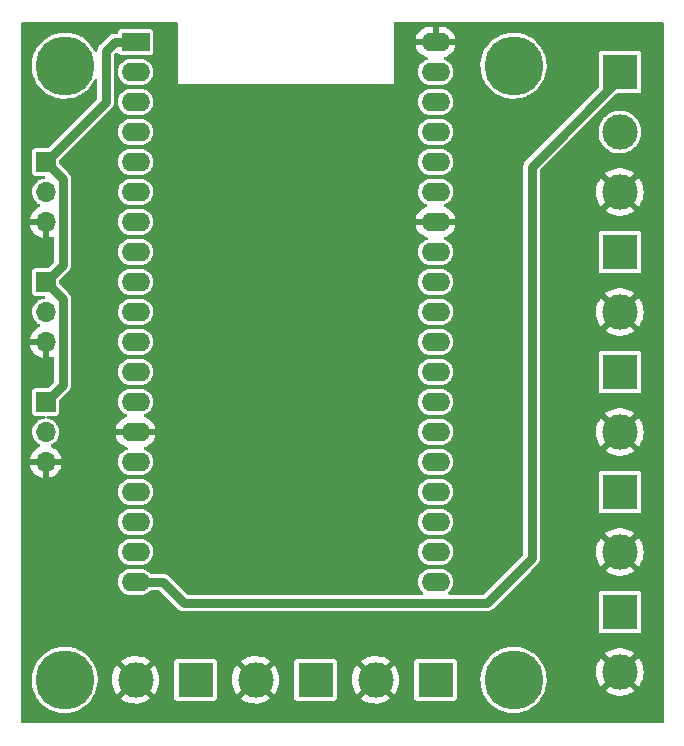
<source format=gbl>
%TF.GenerationSoftware,KiCad,Pcbnew,6.0.4+dfsg-1+b1*%
%TF.CreationDate,2022-05-29T14:40:34+05:00*%
%TF.ProjectId,evlamp,65766c61-6d70-42e6-9b69-6361645f7063,rev?*%
%TF.SameCoordinates,Original*%
%TF.FileFunction,Copper,L2,Bot*%
%TF.FilePolarity,Positive*%
%FSLAX46Y46*%
G04 Gerber Fmt 4.6, Leading zero omitted, Abs format (unit mm)*
G04 Created by KiCad (PCBNEW 6.0.4+dfsg-1+b1) date 2022-05-29 14:40:34*
%MOMM*%
%LPD*%
G01*
G04 APERTURE LIST*
%TA.AperFunction,ComponentPad*%
%ADD10C,0.800000*%
%TD*%
%TA.AperFunction,ComponentPad*%
%ADD11C,5.000000*%
%TD*%
%TA.AperFunction,ComponentPad*%
%ADD12O,2.400000X1.600000*%
%TD*%
%TA.AperFunction,ComponentPad*%
%ADD13R,2.400000X1.600000*%
%TD*%
%TA.AperFunction,ComponentPad*%
%ADD14R,3.000000X3.000000*%
%TD*%
%TA.AperFunction,ComponentPad*%
%ADD15C,3.000000*%
%TD*%
%TA.AperFunction,ComponentPad*%
%ADD16O,1.700000X1.700000*%
%TD*%
%TA.AperFunction,ComponentPad*%
%ADD17R,1.700000X1.700000*%
%TD*%
%TA.AperFunction,Conductor*%
%ADD18C,0.800000*%
%TD*%
G04 APERTURE END LIST*
D10*
%TO.P,REF\u002A\u002A,1*%
%TO.N,N/C*%
X77875825Y-124835175D03*
X75224175Y-127486825D03*
X78425000Y-126161000D03*
X77875825Y-127486825D03*
X76550000Y-124286000D03*
X74675000Y-126161000D03*
X76550000Y-128036000D03*
X75224175Y-124835175D03*
D11*
X76550000Y-126161000D03*
%TD*%
D12*
%TO.P,DD1,38,GND*%
%TO.N,GND*%
X107950000Y-72161000D03*
%TO.P,DD1,37,IO23*%
%TO.N,DOUT7*%
X107950000Y-74701000D03*
%TO.P,DD1,36,IO22*%
%TO.N,DOUT6*%
X107950000Y-77241000D03*
%TO.P,DD1,35,IO1/TXD0*%
%TO.N,unconnected-(DD1-Pad35)*%
X107950000Y-79781000D03*
%TO.P,DD1,34,IO3/RXD0*%
%TO.N,unconnected-(DD1-Pad34)*%
X107950000Y-82321000D03*
%TO.P,DD1,33,IO21*%
%TO.N,unconnected-(DD1-Pad33)*%
X107950000Y-84861000D03*
%TO.P,DD1,32,GND*%
%TO.N,GND*%
X107950000Y-87401000D03*
%TO.P,DD1,31,IO19*%
%TO.N,unconnected-(DD1-Pad31)*%
X107950000Y-89941000D03*
%TO.P,DD1,30,IO18*%
%TO.N,unconnected-(DD1-Pad30)*%
X107950000Y-92481000D03*
%TO.P,DD1,29,IO5*%
%TO.N,DOUT0*%
X107950000Y-95021000D03*
%TO.P,DD1,28,IO17*%
%TO.N,DOUT1*%
X107950000Y-97561000D03*
%TO.P,DD1,27,IO16*%
%TO.N,DOUT2*%
X107950000Y-100101000D03*
%TO.P,DD1,26,IO4*%
%TO.N,DOUT3*%
X107950000Y-102641000D03*
%TO.P,DD1,25,IO0*%
%TO.N,BTN_RESET*%
X107950000Y-105181000D03*
%TO.P,DD1,24,IO2*%
%TO.N,DOUT4*%
X107950000Y-107721000D03*
%TO.P,DD1,23,IO15/MTDO*%
%TO.N,DOUT5*%
X107950000Y-110261000D03*
%TO.P,DD1,22,IO8/SDI/SD1*%
%TO.N,unconnected-(DD1-Pad22)*%
X107950000Y-112801000D03*
%TO.P,DD1,21,IO7/SDO/SD0*%
%TO.N,unconnected-(DD1-Pad21)*%
X107950000Y-115341000D03*
%TO.P,DD1,20,IO6/SCK/CLK*%
%TO.N,unconnected-(DD1-Pad20)*%
X107950000Y-117881000D03*
%TO.P,DD1,19,+5V*%
%TO.N,+5V*%
X82550000Y-117881000D03*
%TO.P,DD1,18,IO11/SCS/CMD*%
%TO.N,unconnected-(DD1-Pad18)*%
X82550000Y-115341000D03*
%TO.P,DD1,17,IO10/SWP/SD3*%
%TO.N,unconnected-(DD1-Pad17)*%
X82550000Y-112801000D03*
%TO.P,DD1,16,IO9/SHD/SD2*%
%TO.N,unconnected-(DD1-Pad16)*%
X82550000Y-110261000D03*
%TO.P,DD1,15,IO13*%
%TO.N,unconnected-(DD1-Pad15)*%
X82550000Y-107721000D03*
%TO.P,DD1,14,GND*%
%TO.N,GND*%
X82550000Y-105181000D03*
%TO.P,DD1,13,IO12/MTDI*%
%TO.N,unconnected-(DD1-Pad13)*%
X82550000Y-102641000D03*
%TO.P,DD1,12,IO14*%
%TO.N,unconnected-(DD1-Pad12)*%
X82550000Y-100101000D03*
%TO.P,DD1,11,IO27*%
%TO.N,BTN_DOWN*%
X82550000Y-97561000D03*
%TO.P,DD1,10,IO26*%
%TO.N,BTN_UP*%
X82550000Y-95021000D03*
%TO.P,DD1,9,IO25*%
%TO.N,BTN_MAIN*%
X82550000Y-92481000D03*
%TO.P,DD1,8,IO33*%
%TO.N,unconnected-(DD1-Pad8)*%
X82550000Y-89941000D03*
%TO.P,DD1,7,IO32*%
%TO.N,unconnected-(DD1-Pad7)*%
X82550000Y-87401000D03*
%TO.P,DD1,6,IO35*%
%TO.N,unconnected-(DD1-Pad6)*%
X82550000Y-84861000D03*
%TO.P,DD1,5,IO34*%
%TO.N,unconnected-(DD1-Pad5)*%
X82550000Y-82321000D03*
%TO.P,DD1,4,IO39/S_VN*%
%TO.N,unconnected-(DD1-Pad4)*%
X82550000Y-79781000D03*
%TO.P,DD1,3,IO36/S_VP*%
%TO.N,unconnected-(DD1-Pad3)*%
X82550000Y-77241000D03*
%TO.P,DD1,2,EN*%
%TO.N,Net-(C1-Pad2)*%
X82550000Y-74701000D03*
D13*
%TO.P,DD1,1,+3V3_OUT*%
%TO.N,+3V3*%
X82550000Y-72161000D03*
%TD*%
D14*
%TO.P,X2,1*%
%TO.N,Net-(R2-Pad2)*%
X123550000Y-89941000D03*
D15*
%TO.P,X2,2*%
%TO.N,GND*%
X123550000Y-95021000D03*
%TD*%
D14*
%TO.P,X3,1*%
%TO.N,Net-(R3-Pad2)*%
X123550000Y-100101000D03*
D15*
%TO.P,X3,2*%
%TO.N,GND*%
X123550000Y-105181000D03*
%TD*%
D14*
%TO.P,X8,1*%
%TO.N,Net-(R8-Pad2)*%
X87630000Y-126161000D03*
D15*
%TO.P,X8,2*%
%TO.N,GND*%
X82550000Y-126161000D03*
%TD*%
D10*
%TO.P,REF\u002A\u002A,1*%
%TO.N,N/C*%
X112675000Y-126161000D03*
X115875825Y-127486825D03*
X115875825Y-124835175D03*
X114550000Y-124286000D03*
X116425000Y-126161000D03*
X113224175Y-124835175D03*
D11*
X114550000Y-126161000D03*
D10*
X113224175Y-127486825D03*
X114550000Y-128036000D03*
%TD*%
D16*
%TO.P,X9,3*%
%TO.N,GND*%
X74930000Y-97561000D03*
%TO.P,X9,2*%
%TO.N,BTN_UP*%
X74930000Y-95021000D03*
D17*
%TO.P,X9,1*%
%TO.N,+3V3*%
X74930000Y-92481000D03*
%TD*%
D10*
%TO.P,REF\u002A\u002A,1*%
%TO.N,N/C*%
X77875825Y-75486825D03*
X76550000Y-76036000D03*
X75224175Y-75486825D03*
X75224175Y-72835175D03*
D11*
X76550000Y-74161000D03*
D10*
X77875825Y-72835175D03*
X74675000Y-74161000D03*
X78425000Y-74161000D03*
X76550000Y-72286000D03*
%TD*%
D14*
%TO.P,X5,1*%
%TO.N,Net-(R5-Pad2)*%
X123550000Y-120421000D03*
D15*
%TO.P,X5,2*%
%TO.N,GND*%
X123550000Y-125501000D03*
%TD*%
D14*
%TO.P,X1,1*%
%TO.N,+5V*%
X123550000Y-74701000D03*
D15*
%TO.P,X1,2*%
%TO.N,Net-(R1-Pad2)*%
X123550000Y-79781000D03*
%TO.P,X1,3*%
%TO.N,GND*%
X123550000Y-84861000D03*
%TD*%
D17*
%TO.P,X11,1*%
%TO.N,+3V3*%
X74930000Y-82321000D03*
D16*
%TO.P,X11,2*%
%TO.N,BTN_MAIN*%
X74930000Y-84861000D03*
%TO.P,X11,3*%
%TO.N,GND*%
X74930000Y-87401000D03*
%TD*%
D10*
%TO.P,REF\u002A\u002A,1*%
%TO.N,N/C*%
X113224175Y-72835175D03*
X112675000Y-74161000D03*
X114550000Y-76036000D03*
X115875825Y-72835175D03*
X114550000Y-72286000D03*
X113224175Y-75486825D03*
X116425000Y-74161000D03*
X115875825Y-75486825D03*
D11*
X114550000Y-74161000D03*
%TD*%
D17*
%TO.P,X10,1*%
%TO.N,+3V3*%
X74930000Y-102641000D03*
D16*
%TO.P,X10,2*%
%TO.N,BTN_DOWN*%
X74930000Y-105181000D03*
%TO.P,X10,3*%
%TO.N,GND*%
X74930000Y-107721000D03*
%TD*%
D14*
%TO.P,X7,1*%
%TO.N,Net-(R7-Pad2)*%
X97790000Y-126161000D03*
D15*
%TO.P,X7,2*%
%TO.N,GND*%
X92710000Y-126161000D03*
%TD*%
D14*
%TO.P,X4,1*%
%TO.N,Net-(R4-Pad2)*%
X123550000Y-110261000D03*
D15*
%TO.P,X4,2*%
%TO.N,GND*%
X123550000Y-115341000D03*
%TD*%
D14*
%TO.P,X6,1*%
%TO.N,Net-(R6-Pad2)*%
X107950000Y-126161000D03*
D15*
%TO.P,X6,2*%
%TO.N,GND*%
X102870000Y-126161000D03*
%TD*%
D18*
%TO.N,+5V*%
X84836000Y-117881000D02*
X82550000Y-117881000D01*
X123550000Y-75241000D02*
X116078000Y-82713000D01*
X116078000Y-115849000D02*
X112268000Y-119659000D01*
X123550000Y-74701000D02*
X123550000Y-75241000D01*
X116078000Y-82713000D02*
X116078000Y-115849000D01*
X112268000Y-119659000D02*
X86614000Y-119659000D01*
X86614000Y-119659000D02*
X84836000Y-117881000D01*
%TO.N,+3V3*%
X74930000Y-82321000D02*
X76379511Y-83770511D01*
X80010000Y-77241000D02*
X80010000Y-72923000D01*
X76379511Y-93930511D02*
X76379511Y-101191489D01*
X76379511Y-83770511D02*
X76379511Y-91031489D01*
X76379511Y-101191489D02*
X74930000Y-102641000D01*
X74930000Y-82321000D02*
X80010000Y-77241000D01*
X80772000Y-72161000D02*
X82550000Y-72161000D01*
X76379511Y-91031489D02*
X74930000Y-92481000D01*
X74930000Y-92481000D02*
X76379511Y-93930511D01*
X80010000Y-72923000D02*
X80772000Y-72161000D01*
%TD*%
%TA.AperFunction,Conductor*%
%TO.N,GND*%
G36*
X86048121Y-70481502D02*
G01*
X86094614Y-70535158D01*
X86106000Y-70587500D01*
X86106000Y-75717000D01*
X104394000Y-75717000D01*
X104394000Y-72427522D01*
X106267273Y-72427522D01*
X106314764Y-72604761D01*
X106318510Y-72615053D01*
X106410586Y-72812511D01*
X106416069Y-72822007D01*
X106541028Y-73000467D01*
X106548084Y-73008875D01*
X106702125Y-73162916D01*
X106710533Y-73169972D01*
X106888993Y-73294931D01*
X106898489Y-73300414D01*
X107095947Y-73392490D01*
X107106239Y-73396236D01*
X107185713Y-73417531D01*
X107246336Y-73454483D01*
X107277357Y-73518344D01*
X107268929Y-73588838D01*
X107223726Y-73643585D01*
X107188572Y-73660143D01*
X107139451Y-73674553D01*
X107056505Y-73717273D01*
X106958092Y-73767959D01*
X106958089Y-73767961D01*
X106952761Y-73770705D01*
X106948046Y-73774409D01*
X106792338Y-73896718D01*
X106792333Y-73896722D01*
X106787621Y-73900424D01*
X106783690Y-73904954D01*
X106783689Y-73904955D01*
X106653921Y-74054498D01*
X106653917Y-74054503D01*
X106649990Y-74059029D01*
X106544834Y-74240799D01*
X106542866Y-74246467D01*
X106492290Y-74392112D01*
X106475947Y-74439174D01*
X106475086Y-74445109D01*
X106475086Y-74445111D01*
X106459701Y-74551223D01*
X106445814Y-74646996D01*
X106455523Y-74856767D01*
X106456927Y-74862592D01*
X106456927Y-74862593D01*
X106484070Y-74975216D01*
X106504724Y-75060918D01*
X106507206Y-75066376D01*
X106507207Y-75066380D01*
X106550320Y-75161201D01*
X106591640Y-75252081D01*
X106713137Y-75423360D01*
X106864831Y-75568575D01*
X106869866Y-75571826D01*
X107036209Y-75679233D01*
X107036212Y-75679234D01*
X107041246Y-75682485D01*
X107046809Y-75684727D01*
X107230455Y-75758739D01*
X107230458Y-75758740D01*
X107236019Y-75760981D01*
X107241900Y-75762129D01*
X107241905Y-75762131D01*
X107437676Y-75800362D01*
X107437679Y-75800362D01*
X107442122Y-75801230D01*
X107447643Y-75801500D01*
X108402469Y-75801500D01*
X108559046Y-75786561D01*
X108564802Y-75784872D01*
X108564804Y-75784872D01*
X108653883Y-75758739D01*
X108760549Y-75727447D01*
X108860947Y-75675739D01*
X108941908Y-75634041D01*
X108941911Y-75634039D01*
X108947239Y-75631295D01*
X109022947Y-75571826D01*
X109107662Y-75505282D01*
X109107667Y-75505278D01*
X109112379Y-75501576D01*
X109116311Y-75497045D01*
X109246079Y-75347502D01*
X109246083Y-75347497D01*
X109250010Y-75342971D01*
X109355166Y-75161201D01*
X109402683Y-75024366D01*
X109422086Y-74968491D01*
X109422086Y-74968489D01*
X109424053Y-74962826D01*
X109439431Y-74856767D01*
X109453325Y-74760944D01*
X109453325Y-74760941D01*
X109454186Y-74755004D01*
X109444477Y-74545233D01*
X109412718Y-74413453D01*
X109396682Y-74346915D01*
X109396681Y-74346913D01*
X109395276Y-74341082D01*
X109352258Y-74246467D01*
X109310840Y-74155374D01*
X109308360Y-74149919D01*
X109253716Y-74072885D01*
X111746138Y-74072885D01*
X111746233Y-74076515D01*
X111746233Y-74076516D01*
X111754497Y-74392112D01*
X111754592Y-74395737D01*
X111800098Y-74715477D01*
X111882053Y-75027869D01*
X111999369Y-75328770D01*
X112006888Y-75342971D01*
X112125320Y-75566649D01*
X112150493Y-75614193D01*
X112152545Y-75617178D01*
X112152550Y-75617187D01*
X112331364Y-75877363D01*
X112331370Y-75877370D01*
X112333421Y-75880355D01*
X112335809Y-75883092D01*
X112514342Y-76087749D01*
X112545728Y-76123728D01*
X112784601Y-76341086D01*
X113046874Y-76529548D01*
X113329070Y-76686616D01*
X113627448Y-76810208D01*
X113630942Y-76811203D01*
X113630944Y-76811204D01*
X113934554Y-76897690D01*
X113934559Y-76897691D01*
X113938055Y-76898687D01*
X114157264Y-76934584D01*
X114253192Y-76950293D01*
X114253196Y-76950293D01*
X114256772Y-76950879D01*
X114260398Y-76951050D01*
X114575749Y-76965921D01*
X114575750Y-76965921D01*
X114579376Y-76966092D01*
X114591707Y-76965251D01*
X114897960Y-76944374D01*
X114897968Y-76944373D01*
X114901591Y-76944126D01*
X114905167Y-76943463D01*
X114905169Y-76943463D01*
X115215580Y-76885932D01*
X115215584Y-76885931D01*
X115219145Y-76885271D01*
X115527830Y-76790307D01*
X115760884Y-76688003D01*
X115820232Y-76661951D01*
X115820236Y-76661949D01*
X115823555Y-76660492D01*
X115928737Y-76599029D01*
X116099259Y-76499384D01*
X116099261Y-76499383D01*
X116102399Y-76497549D01*
X116106401Y-76494544D01*
X116357761Y-76305819D01*
X116357765Y-76305816D01*
X116360668Y-76303636D01*
X116594936Y-76081323D01*
X116802101Y-75833557D01*
X116804089Y-75830531D01*
X116977427Y-75566649D01*
X116977432Y-75566640D01*
X116979414Y-75563623D01*
X117052416Y-75418474D01*
X117122900Y-75278334D01*
X117122903Y-75278326D01*
X117124527Y-75275098D01*
X117213765Y-75031246D01*
X117234269Y-74975216D01*
X117234270Y-74975212D01*
X117235517Y-74971805D01*
X117236362Y-74968283D01*
X117236365Y-74968275D01*
X117310064Y-74661295D01*
X117310065Y-74661291D01*
X117310911Y-74657766D01*
X117342185Y-74399328D01*
X117349374Y-74339922D01*
X117349374Y-74339916D01*
X117349710Y-74337143D01*
X117355246Y-74161000D01*
X117354607Y-74149919D01*
X117336864Y-73842193D01*
X117336863Y-73842188D01*
X117336655Y-73838573D01*
X117320786Y-73747651D01*
X117281752Y-73523993D01*
X117281750Y-73523986D01*
X117281128Y-73520420D01*
X117267890Y-73475727D01*
X117228247Y-73341896D01*
X117189402Y-73210757D01*
X117159258Y-73140084D01*
X117064114Y-72917023D01*
X117062692Y-72913689D01*
X116902677Y-72633154D01*
X116889381Y-72615053D01*
X116713622Y-72375786D01*
X116713620Y-72375783D01*
X116711479Y-72372869D01*
X116491632Y-72136285D01*
X116424415Y-72078876D01*
X116248805Y-71928892D01*
X116246049Y-71926538D01*
X115977986Y-71746407D01*
X115890363Y-71701181D01*
X115694216Y-71599942D01*
X115690996Y-71598280D01*
X115388883Y-71484121D01*
X115385362Y-71483237D01*
X115385357Y-71483235D01*
X115235433Y-71445577D01*
X115075651Y-71405443D01*
X115054216Y-71402621D01*
X114759055Y-71363762D01*
X114759047Y-71363761D01*
X114755451Y-71363288D01*
X114621081Y-71361177D01*
X114436170Y-71358272D01*
X114436166Y-71358272D01*
X114432528Y-71358215D01*
X114428913Y-71358576D01*
X114428908Y-71358576D01*
X114201132Y-71381311D01*
X114111163Y-71390291D01*
X113795614Y-71459092D01*
X113792187Y-71460265D01*
X113792181Y-71460267D01*
X113493495Y-71562530D01*
X113493490Y-71562532D01*
X113490064Y-71563705D01*
X113486796Y-71565264D01*
X113486788Y-71565267D01*
X113414091Y-71599942D01*
X113198562Y-71702744D01*
X112924974Y-71874366D01*
X112922140Y-71876636D01*
X112922135Y-71876640D01*
X112856914Y-71928892D01*
X112672924Y-72076296D01*
X112445754Y-72305858D01*
X112246474Y-72560008D01*
X112244581Y-72563097D01*
X112244579Y-72563100D01*
X112157587Y-72705059D01*
X112077727Y-72835379D01*
X111941748Y-73128320D01*
X111940608Y-73131767D01*
X111886647Y-73294931D01*
X111840340Y-73434949D01*
X111839604Y-73438504D01*
X111839603Y-73438507D01*
X111788975Y-73682983D01*
X111774848Y-73751201D01*
X111772777Y-73774409D01*
X111747375Y-74059029D01*
X111746138Y-74072885D01*
X109253716Y-74072885D01*
X109186863Y-73978640D01*
X109035169Y-73833425D01*
X108938033Y-73770705D01*
X108863791Y-73722767D01*
X108863788Y-73722766D01*
X108858754Y-73719515D01*
X108753998Y-73677297D01*
X108700767Y-73655844D01*
X108645061Y-73611829D01*
X108621995Y-73544683D01*
X108638892Y-73475727D01*
X108690388Y-73426852D01*
X108715255Y-73417271D01*
X108793761Y-73396236D01*
X108804053Y-73392490D01*
X109001511Y-73300414D01*
X109011007Y-73294931D01*
X109189467Y-73169972D01*
X109197875Y-73162916D01*
X109351916Y-73008875D01*
X109358972Y-73000467D01*
X109483931Y-72822007D01*
X109489414Y-72812511D01*
X109581490Y-72615053D01*
X109585236Y-72604761D01*
X109631394Y-72432497D01*
X109631058Y-72418401D01*
X109623116Y-72415000D01*
X106282033Y-72415000D01*
X106268502Y-72418973D01*
X106267273Y-72427522D01*
X104394000Y-72427522D01*
X104394000Y-71889503D01*
X106268606Y-71889503D01*
X106268942Y-71903599D01*
X106276884Y-71907000D01*
X107677885Y-71907000D01*
X107693124Y-71902525D01*
X107694329Y-71901135D01*
X107696000Y-71893452D01*
X107696000Y-71888885D01*
X108204000Y-71888885D01*
X108208475Y-71904124D01*
X108209865Y-71905329D01*
X108217548Y-71907000D01*
X109617967Y-71907000D01*
X109631498Y-71903027D01*
X109632727Y-71894478D01*
X109585236Y-71717239D01*
X109581490Y-71706947D01*
X109489414Y-71509489D01*
X109483931Y-71499993D01*
X109358972Y-71321533D01*
X109351916Y-71313125D01*
X109197875Y-71159084D01*
X109189467Y-71152028D01*
X109011007Y-71027069D01*
X109001511Y-71021586D01*
X108804053Y-70929510D01*
X108793761Y-70925764D01*
X108583312Y-70869375D01*
X108572519Y-70867472D01*
X108409830Y-70853238D01*
X108404365Y-70853000D01*
X108222115Y-70853000D01*
X108206876Y-70857475D01*
X108205671Y-70858865D01*
X108204000Y-70866548D01*
X108204000Y-71888885D01*
X107696000Y-71888885D01*
X107696000Y-70871115D01*
X107691525Y-70855876D01*
X107690135Y-70854671D01*
X107682452Y-70853000D01*
X107495635Y-70853000D01*
X107490170Y-70853238D01*
X107327481Y-70867472D01*
X107316688Y-70869375D01*
X107106239Y-70925764D01*
X107095947Y-70929510D01*
X106898489Y-71021586D01*
X106888993Y-71027069D01*
X106710533Y-71152028D01*
X106702125Y-71159084D01*
X106548084Y-71313125D01*
X106541028Y-71321533D01*
X106416069Y-71499993D01*
X106410586Y-71509489D01*
X106318510Y-71706947D01*
X106314764Y-71717239D01*
X106268606Y-71889503D01*
X104394000Y-71889503D01*
X104394000Y-70587500D01*
X104414002Y-70519379D01*
X104467658Y-70472886D01*
X104520000Y-70461500D01*
X127123500Y-70461500D01*
X127191621Y-70481502D01*
X127238114Y-70535158D01*
X127249500Y-70587500D01*
X127249500Y-129734500D01*
X127229498Y-129802621D01*
X127175842Y-129849114D01*
X127123500Y-129860500D01*
X72976500Y-129860500D01*
X72908379Y-129840498D01*
X72861886Y-129786842D01*
X72850500Y-129734500D01*
X72850500Y-126072885D01*
X73746138Y-126072885D01*
X73746233Y-126076515D01*
X73746233Y-126076516D01*
X73752985Y-126334352D01*
X73754592Y-126395737D01*
X73800098Y-126715477D01*
X73882053Y-127027869D01*
X73999369Y-127328770D01*
X74001073Y-127331988D01*
X74125320Y-127566649D01*
X74150493Y-127614193D01*
X74152545Y-127617178D01*
X74152550Y-127617187D01*
X74331364Y-127877363D01*
X74331370Y-127877370D01*
X74333421Y-127880355D01*
X74402553Y-127959603D01*
X74498556Y-128069653D01*
X74545728Y-128123728D01*
X74784601Y-128341086D01*
X75046874Y-128529548D01*
X75329070Y-128686616D01*
X75627448Y-128810208D01*
X75630942Y-128811203D01*
X75630944Y-128811204D01*
X75934554Y-128897690D01*
X75934559Y-128897691D01*
X75938055Y-128898687D01*
X76157264Y-128934584D01*
X76253192Y-128950293D01*
X76253196Y-128950293D01*
X76256772Y-128950879D01*
X76260398Y-128951050D01*
X76575749Y-128965921D01*
X76575750Y-128965921D01*
X76579376Y-128966092D01*
X76591707Y-128965251D01*
X76897960Y-128944374D01*
X76897968Y-128944373D01*
X76901591Y-128944126D01*
X76905167Y-128943463D01*
X76905169Y-128943463D01*
X77215580Y-128885932D01*
X77215584Y-128885931D01*
X77219145Y-128885271D01*
X77527830Y-128790307D01*
X77760884Y-128688003D01*
X77820232Y-128661951D01*
X77820236Y-128661949D01*
X77823555Y-128660492D01*
X78102399Y-128497549D01*
X78105308Y-128495365D01*
X78357761Y-128305819D01*
X78357765Y-128305816D01*
X78360668Y-128303636D01*
X78594936Y-128081323D01*
X78802101Y-127833557D01*
X78805868Y-127827822D01*
X78856558Y-127750654D01*
X81325618Y-127750654D01*
X81332673Y-127760627D01*
X81363679Y-127786551D01*
X81370598Y-127791579D01*
X81595272Y-127932515D01*
X81602807Y-127936556D01*
X81844520Y-128045694D01*
X81852551Y-128048680D01*
X82106832Y-128124002D01*
X82115184Y-128125869D01*
X82377340Y-128165984D01*
X82385874Y-128166700D01*
X82651045Y-128170867D01*
X82659596Y-128170418D01*
X82922883Y-128138557D01*
X82931284Y-128136955D01*
X83187824Y-128069653D01*
X83195926Y-128066926D01*
X83440949Y-127965434D01*
X83448617Y-127961628D01*
X83677598Y-127827822D01*
X83684679Y-127823009D01*
X83764655Y-127760301D01*
X83773125Y-127748442D01*
X83766608Y-127736818D01*
X83735436Y-127705646D01*
X85829500Y-127705646D01*
X85832618Y-127731846D01*
X85836456Y-127740486D01*
X85836456Y-127740487D01*
X85840972Y-127750654D01*
X85878061Y-127834153D01*
X85957287Y-127913241D01*
X85967924Y-127917944D01*
X85967926Y-127917945D01*
X86027462Y-127944265D01*
X86059673Y-127958506D01*
X86085354Y-127961500D01*
X89174646Y-127961500D01*
X89178350Y-127961059D01*
X89178353Y-127961059D01*
X89185746Y-127960179D01*
X89200846Y-127958382D01*
X89249984Y-127936556D01*
X89292518Y-127917663D01*
X89303153Y-127912939D01*
X89382241Y-127833713D01*
X89386974Y-127823009D01*
X89414697Y-127760301D01*
X89418962Y-127750654D01*
X91485618Y-127750654D01*
X91492673Y-127760627D01*
X91523679Y-127786551D01*
X91530598Y-127791579D01*
X91755272Y-127932515D01*
X91762807Y-127936556D01*
X92004520Y-128045694D01*
X92012551Y-128048680D01*
X92266832Y-128124002D01*
X92275184Y-128125869D01*
X92537340Y-128165984D01*
X92545874Y-128166700D01*
X92811045Y-128170867D01*
X92819596Y-128170418D01*
X93082883Y-128138557D01*
X93091284Y-128136955D01*
X93347824Y-128069653D01*
X93355926Y-128066926D01*
X93600949Y-127965434D01*
X93608617Y-127961628D01*
X93837598Y-127827822D01*
X93844679Y-127823009D01*
X93924655Y-127760301D01*
X93933125Y-127748442D01*
X93926608Y-127736818D01*
X93895436Y-127705646D01*
X95989500Y-127705646D01*
X95992618Y-127731846D01*
X95996456Y-127740486D01*
X95996456Y-127740487D01*
X96000972Y-127750654D01*
X96038061Y-127834153D01*
X96117287Y-127913241D01*
X96127924Y-127917944D01*
X96127926Y-127917945D01*
X96187462Y-127944265D01*
X96219673Y-127958506D01*
X96245354Y-127961500D01*
X99334646Y-127961500D01*
X99338350Y-127961059D01*
X99338353Y-127961059D01*
X99345746Y-127960179D01*
X99360846Y-127958382D01*
X99409984Y-127936556D01*
X99452518Y-127917663D01*
X99463153Y-127912939D01*
X99542241Y-127833713D01*
X99546974Y-127823009D01*
X99574697Y-127760301D01*
X99578962Y-127750654D01*
X101645618Y-127750654D01*
X101652673Y-127760627D01*
X101683679Y-127786551D01*
X101690598Y-127791579D01*
X101915272Y-127932515D01*
X101922807Y-127936556D01*
X102164520Y-128045694D01*
X102172551Y-128048680D01*
X102426832Y-128124002D01*
X102435184Y-128125869D01*
X102697340Y-128165984D01*
X102705874Y-128166700D01*
X102971045Y-128170867D01*
X102979596Y-128170418D01*
X103242883Y-128138557D01*
X103251284Y-128136955D01*
X103507824Y-128069653D01*
X103515926Y-128066926D01*
X103760949Y-127965434D01*
X103768617Y-127961628D01*
X103997598Y-127827822D01*
X104004679Y-127823009D01*
X104084655Y-127760301D01*
X104093125Y-127748442D01*
X104086608Y-127736818D01*
X104055436Y-127705646D01*
X106149500Y-127705646D01*
X106152618Y-127731846D01*
X106156456Y-127740486D01*
X106156456Y-127740487D01*
X106160972Y-127750654D01*
X106198061Y-127834153D01*
X106277287Y-127913241D01*
X106287924Y-127917944D01*
X106287926Y-127917945D01*
X106347462Y-127944265D01*
X106379673Y-127958506D01*
X106405354Y-127961500D01*
X109494646Y-127961500D01*
X109498350Y-127961059D01*
X109498353Y-127961059D01*
X109505746Y-127960179D01*
X109520846Y-127958382D01*
X109569984Y-127936556D01*
X109612518Y-127917663D01*
X109623153Y-127912939D01*
X109702241Y-127833713D01*
X109706974Y-127823009D01*
X109734697Y-127760301D01*
X109747506Y-127731327D01*
X109750500Y-127705646D01*
X109750500Y-126072885D01*
X111746138Y-126072885D01*
X111746233Y-126076515D01*
X111746233Y-126076516D01*
X111752985Y-126334352D01*
X111754592Y-126395737D01*
X111800098Y-126715477D01*
X111882053Y-127027869D01*
X111999369Y-127328770D01*
X112001073Y-127331988D01*
X112125320Y-127566649D01*
X112150493Y-127614193D01*
X112152545Y-127617178D01*
X112152550Y-127617187D01*
X112331364Y-127877363D01*
X112331370Y-127877370D01*
X112333421Y-127880355D01*
X112402553Y-127959603D01*
X112498556Y-128069653D01*
X112545728Y-128123728D01*
X112784601Y-128341086D01*
X113046874Y-128529548D01*
X113329070Y-128686616D01*
X113627448Y-128810208D01*
X113630942Y-128811203D01*
X113630944Y-128811204D01*
X113934554Y-128897690D01*
X113934559Y-128897691D01*
X113938055Y-128898687D01*
X114157264Y-128934584D01*
X114253192Y-128950293D01*
X114253196Y-128950293D01*
X114256772Y-128950879D01*
X114260398Y-128951050D01*
X114575749Y-128965921D01*
X114575750Y-128965921D01*
X114579376Y-128966092D01*
X114591707Y-128965251D01*
X114897960Y-128944374D01*
X114897968Y-128944373D01*
X114901591Y-128944126D01*
X114905167Y-128943463D01*
X114905169Y-128943463D01*
X115215580Y-128885932D01*
X115215584Y-128885931D01*
X115219145Y-128885271D01*
X115527830Y-128790307D01*
X115760884Y-128688003D01*
X115820232Y-128661951D01*
X115820236Y-128661949D01*
X115823555Y-128660492D01*
X116102399Y-128497549D01*
X116105308Y-128495365D01*
X116357761Y-128305819D01*
X116357765Y-128305816D01*
X116360668Y-128303636D01*
X116594936Y-128081323D01*
X116802101Y-127833557D01*
X116805868Y-127827822D01*
X116977427Y-127566649D01*
X116977432Y-127566640D01*
X116979414Y-127563623D01*
X117069661Y-127384187D01*
X117122900Y-127278334D01*
X117122903Y-127278326D01*
X117124527Y-127275098D01*
X117192025Y-127090654D01*
X122325618Y-127090654D01*
X122332673Y-127100627D01*
X122363679Y-127126551D01*
X122370598Y-127131579D01*
X122595272Y-127272515D01*
X122602807Y-127276556D01*
X122844520Y-127385694D01*
X122852551Y-127388680D01*
X123106832Y-127464002D01*
X123115184Y-127465869D01*
X123377340Y-127505984D01*
X123385874Y-127506700D01*
X123651045Y-127510867D01*
X123659596Y-127510418D01*
X123922883Y-127478557D01*
X123931284Y-127476955D01*
X124187824Y-127409653D01*
X124195926Y-127406926D01*
X124440949Y-127305434D01*
X124448617Y-127301628D01*
X124677598Y-127167822D01*
X124684679Y-127163009D01*
X124764655Y-127100301D01*
X124773125Y-127088442D01*
X124766608Y-127076818D01*
X123562812Y-125873022D01*
X123548868Y-125865408D01*
X123547035Y-125865539D01*
X123540420Y-125869790D01*
X122332910Y-127077300D01*
X122325618Y-127090654D01*
X117192025Y-127090654D01*
X117213765Y-127031246D01*
X117234269Y-126975216D01*
X117234270Y-126975212D01*
X117235517Y-126971805D01*
X117236362Y-126968283D01*
X117236365Y-126968275D01*
X117310064Y-126661295D01*
X117310065Y-126661291D01*
X117310911Y-126657766D01*
X117320844Y-126575685D01*
X117349374Y-126339922D01*
X117349374Y-126339916D01*
X117349710Y-126337143D01*
X117355246Y-126161000D01*
X117350375Y-126076516D01*
X117336864Y-125842193D01*
X117336863Y-125842188D01*
X117336655Y-125838573D01*
X117321406Y-125751201D01*
X117281752Y-125523993D01*
X117281750Y-125523986D01*
X117281128Y-125520420D01*
X117278214Y-125510580D01*
X117270401Y-125484204D01*
X121537665Y-125484204D01*
X121552932Y-125748969D01*
X121554005Y-125757470D01*
X121605065Y-126017722D01*
X121607276Y-126025974D01*
X121693184Y-126276894D01*
X121696499Y-126284779D01*
X121815664Y-126521713D01*
X121820020Y-126529079D01*
X121949347Y-126717250D01*
X121959601Y-126725594D01*
X121973342Y-126718448D01*
X123177978Y-125513812D01*
X123184356Y-125502132D01*
X123914408Y-125502132D01*
X123914539Y-125503965D01*
X123918790Y-125510580D01*
X125125730Y-126717520D01*
X125137939Y-126724187D01*
X125149439Y-126715497D01*
X125246831Y-126582913D01*
X125251418Y-126575685D01*
X125377962Y-126342621D01*
X125381530Y-126334827D01*
X125475271Y-126086750D01*
X125477748Y-126078544D01*
X125536954Y-125820038D01*
X125538294Y-125811577D01*
X125562031Y-125545616D01*
X125562277Y-125540677D01*
X125562666Y-125503485D01*
X125562523Y-125498519D01*
X125544362Y-125232123D01*
X125543201Y-125223649D01*
X125489419Y-124963944D01*
X125487120Y-124955709D01*
X125398588Y-124705705D01*
X125395191Y-124697854D01*
X125273550Y-124462178D01*
X125269122Y-124454866D01*
X125150031Y-124285417D01*
X125139509Y-124277037D01*
X125126121Y-124284089D01*
X123922022Y-125488188D01*
X123914408Y-125502132D01*
X123184356Y-125502132D01*
X123185592Y-125499868D01*
X123185461Y-125498035D01*
X123181210Y-125491420D01*
X121973814Y-124284024D01*
X121961804Y-124277466D01*
X121950064Y-124286434D01*
X121841935Y-124436911D01*
X121837418Y-124444196D01*
X121713325Y-124678567D01*
X121709839Y-124686395D01*
X121618700Y-124935446D01*
X121616311Y-124943670D01*
X121559812Y-125202795D01*
X121558563Y-125211250D01*
X121537754Y-125475653D01*
X121537665Y-125484204D01*
X117270401Y-125484204D01*
X117195731Y-125232123D01*
X117189402Y-125210757D01*
X117062692Y-124913689D01*
X116902677Y-124633154D01*
X116871472Y-124590673D01*
X116713622Y-124375786D01*
X116713620Y-124375783D01*
X116711479Y-124372869D01*
X116708703Y-124369881D01*
X116508389Y-124154318D01*
X116491632Y-124136285D01*
X116424415Y-124078876D01*
X116248805Y-123928892D01*
X116246049Y-123926538D01*
X116226647Y-123913500D01*
X122326584Y-123913500D01*
X122332980Y-123924770D01*
X123537188Y-125128978D01*
X123551132Y-125136592D01*
X123552965Y-125136461D01*
X123559580Y-125132210D01*
X124766604Y-123925186D01*
X124773795Y-123912017D01*
X124766473Y-123901780D01*
X124719233Y-123863115D01*
X124712261Y-123858160D01*
X124486122Y-123719582D01*
X124478552Y-123715624D01*
X124235704Y-123609022D01*
X124227644Y-123606120D01*
X123972592Y-123533467D01*
X123964214Y-123531685D01*
X123701656Y-123494318D01*
X123693111Y-123493691D01*
X123427908Y-123492302D01*
X123419374Y-123492839D01*
X123156433Y-123527456D01*
X123148035Y-123529149D01*
X122892238Y-123599127D01*
X122884143Y-123601946D01*
X122640199Y-123705997D01*
X122632577Y-123709881D01*
X122405013Y-123846075D01*
X122397981Y-123850962D01*
X122335053Y-123901377D01*
X122326584Y-123913500D01*
X116226647Y-123913500D01*
X116224440Y-123912017D01*
X116133580Y-123850962D01*
X115977986Y-123746407D01*
X115890363Y-123701181D01*
X115694216Y-123599942D01*
X115690996Y-123598280D01*
X115388883Y-123484121D01*
X115385362Y-123483237D01*
X115385357Y-123483235D01*
X115235433Y-123445577D01*
X115075651Y-123405443D01*
X115055805Y-123402830D01*
X114759055Y-123363762D01*
X114759047Y-123363761D01*
X114755451Y-123363288D01*
X114621081Y-123361177D01*
X114436170Y-123358272D01*
X114436166Y-123358272D01*
X114432528Y-123358215D01*
X114428913Y-123358576D01*
X114428908Y-123358576D01*
X114201132Y-123381311D01*
X114111163Y-123390291D01*
X113795614Y-123459092D01*
X113792187Y-123460265D01*
X113792181Y-123460267D01*
X113493495Y-123562530D01*
X113493490Y-123562532D01*
X113490064Y-123563705D01*
X113486796Y-123565264D01*
X113486788Y-123565267D01*
X113338297Y-123636094D01*
X113198562Y-123702744D01*
X113195483Y-123704675D01*
X113195482Y-123704676D01*
X113171720Y-123719582D01*
X112924974Y-123874366D01*
X112922140Y-123876636D01*
X112922135Y-123876640D01*
X112856914Y-123928892D01*
X112672924Y-124076296D01*
X112445754Y-124305858D01*
X112246474Y-124560008D01*
X112244581Y-124563097D01*
X112244579Y-124563100D01*
X112209658Y-124620086D01*
X112077727Y-124835379D01*
X111941748Y-125128320D01*
X111940608Y-125131767D01*
X111914485Y-125210757D01*
X111840340Y-125434949D01*
X111839604Y-125438504D01*
X111839603Y-125438507D01*
X111824678Y-125510580D01*
X111774848Y-125751201D01*
X111746138Y-126072885D01*
X109750500Y-126072885D01*
X109750500Y-124616354D01*
X109747382Y-124590154D01*
X109732725Y-124557155D01*
X109706663Y-124498482D01*
X109701939Y-124487847D01*
X109668901Y-124454866D01*
X109630945Y-124416977D01*
X109622713Y-124408759D01*
X109612076Y-124404056D01*
X109612074Y-124404055D01*
X109552538Y-124377735D01*
X109520327Y-124363494D01*
X109494646Y-124360500D01*
X106405354Y-124360500D01*
X106401650Y-124360941D01*
X106401647Y-124360941D01*
X106394254Y-124361821D01*
X106379154Y-124363618D01*
X106370514Y-124367456D01*
X106370513Y-124367456D01*
X106288117Y-124404055D01*
X106276847Y-124409061D01*
X106268628Y-124417294D01*
X106268627Y-124417295D01*
X106241773Y-124444196D01*
X106197759Y-124488287D01*
X106193056Y-124498924D01*
X106193055Y-124498926D01*
X106187734Y-124510962D01*
X106152494Y-124590673D01*
X106149500Y-124616354D01*
X106149500Y-127705646D01*
X104055436Y-127705646D01*
X102882812Y-126533022D01*
X102868868Y-126525408D01*
X102867035Y-126525539D01*
X102860420Y-126529790D01*
X101652910Y-127737300D01*
X101645618Y-127750654D01*
X99578962Y-127750654D01*
X99587506Y-127731327D01*
X99590500Y-127705646D01*
X99590500Y-126144204D01*
X100857665Y-126144204D01*
X100872932Y-126408969D01*
X100874005Y-126417470D01*
X100925065Y-126677722D01*
X100927276Y-126685974D01*
X101013184Y-126936894D01*
X101016499Y-126944779D01*
X101135664Y-127181713D01*
X101140020Y-127189079D01*
X101269347Y-127377250D01*
X101279601Y-127385594D01*
X101293342Y-127378448D01*
X102497978Y-126173812D01*
X102504356Y-126162132D01*
X103234408Y-126162132D01*
X103234539Y-126163965D01*
X103238790Y-126170580D01*
X104445730Y-127377520D01*
X104457939Y-127384187D01*
X104469439Y-127375497D01*
X104566831Y-127242913D01*
X104571418Y-127235685D01*
X104697962Y-127002621D01*
X104701530Y-126994827D01*
X104795271Y-126746750D01*
X104797748Y-126738544D01*
X104856954Y-126480038D01*
X104858294Y-126471577D01*
X104882031Y-126205616D01*
X104882277Y-126200677D01*
X104882666Y-126163485D01*
X104882523Y-126158519D01*
X104864362Y-125892123D01*
X104863201Y-125883649D01*
X104809419Y-125623944D01*
X104807120Y-125615709D01*
X104718588Y-125365705D01*
X104715191Y-125357854D01*
X104593550Y-125122178D01*
X104589122Y-125114866D01*
X104470031Y-124945417D01*
X104459509Y-124937037D01*
X104446121Y-124944089D01*
X103242022Y-126148188D01*
X103234408Y-126162132D01*
X102504356Y-126162132D01*
X102505592Y-126159868D01*
X102505461Y-126158035D01*
X102501210Y-126151420D01*
X101293814Y-124944024D01*
X101281804Y-124937466D01*
X101270064Y-124946434D01*
X101161935Y-125096911D01*
X101157418Y-125104196D01*
X101033325Y-125338567D01*
X101029839Y-125346395D01*
X100938700Y-125595446D01*
X100936311Y-125603670D01*
X100879812Y-125862795D01*
X100878563Y-125871250D01*
X100857754Y-126135653D01*
X100857665Y-126144204D01*
X99590500Y-126144204D01*
X99590500Y-124616354D01*
X99587382Y-124590154D01*
X99579985Y-124573500D01*
X101646584Y-124573500D01*
X101652980Y-124584770D01*
X102857188Y-125788978D01*
X102871132Y-125796592D01*
X102872965Y-125796461D01*
X102879580Y-125792210D01*
X104086604Y-124585186D01*
X104093795Y-124572017D01*
X104086473Y-124561780D01*
X104039233Y-124523115D01*
X104032261Y-124518160D01*
X103806122Y-124379582D01*
X103798552Y-124375624D01*
X103555704Y-124269022D01*
X103547644Y-124266120D01*
X103292592Y-124193467D01*
X103284214Y-124191685D01*
X103021656Y-124154318D01*
X103013111Y-124153691D01*
X102747908Y-124152302D01*
X102739374Y-124152839D01*
X102476433Y-124187456D01*
X102468035Y-124189149D01*
X102212238Y-124259127D01*
X102204143Y-124261946D01*
X101960199Y-124365997D01*
X101952577Y-124369881D01*
X101725013Y-124506075D01*
X101717981Y-124510962D01*
X101655053Y-124561377D01*
X101646584Y-124573500D01*
X99579985Y-124573500D01*
X99572725Y-124557155D01*
X99546663Y-124498482D01*
X99541939Y-124487847D01*
X99508901Y-124454866D01*
X99470945Y-124416977D01*
X99462713Y-124408759D01*
X99452076Y-124404056D01*
X99452074Y-124404055D01*
X99392538Y-124377735D01*
X99360327Y-124363494D01*
X99334646Y-124360500D01*
X96245354Y-124360500D01*
X96241650Y-124360941D01*
X96241647Y-124360941D01*
X96234254Y-124361821D01*
X96219154Y-124363618D01*
X96210514Y-124367456D01*
X96210513Y-124367456D01*
X96128117Y-124404055D01*
X96116847Y-124409061D01*
X96108628Y-124417294D01*
X96108627Y-124417295D01*
X96081773Y-124444196D01*
X96037759Y-124488287D01*
X96033056Y-124498924D01*
X96033055Y-124498926D01*
X96027734Y-124510962D01*
X95992494Y-124590673D01*
X95989500Y-124616354D01*
X95989500Y-127705646D01*
X93895436Y-127705646D01*
X92722812Y-126533022D01*
X92708868Y-126525408D01*
X92707035Y-126525539D01*
X92700420Y-126529790D01*
X91492910Y-127737300D01*
X91485618Y-127750654D01*
X89418962Y-127750654D01*
X89427506Y-127731327D01*
X89430500Y-127705646D01*
X89430500Y-126144204D01*
X90697665Y-126144204D01*
X90712932Y-126408969D01*
X90714005Y-126417470D01*
X90765065Y-126677722D01*
X90767276Y-126685974D01*
X90853184Y-126936894D01*
X90856499Y-126944779D01*
X90975664Y-127181713D01*
X90980020Y-127189079D01*
X91109347Y-127377250D01*
X91119601Y-127385594D01*
X91133342Y-127378448D01*
X92337978Y-126173812D01*
X92344356Y-126162132D01*
X93074408Y-126162132D01*
X93074539Y-126163965D01*
X93078790Y-126170580D01*
X94285730Y-127377520D01*
X94297939Y-127384187D01*
X94309439Y-127375497D01*
X94406831Y-127242913D01*
X94411418Y-127235685D01*
X94537962Y-127002621D01*
X94541530Y-126994827D01*
X94635271Y-126746750D01*
X94637748Y-126738544D01*
X94696954Y-126480038D01*
X94698294Y-126471577D01*
X94722031Y-126205616D01*
X94722277Y-126200677D01*
X94722666Y-126163485D01*
X94722523Y-126158519D01*
X94704362Y-125892123D01*
X94703201Y-125883649D01*
X94649419Y-125623944D01*
X94647120Y-125615709D01*
X94558588Y-125365705D01*
X94555191Y-125357854D01*
X94433550Y-125122178D01*
X94429122Y-125114866D01*
X94310031Y-124945417D01*
X94299509Y-124937037D01*
X94286121Y-124944089D01*
X93082022Y-126148188D01*
X93074408Y-126162132D01*
X92344356Y-126162132D01*
X92345592Y-126159868D01*
X92345461Y-126158035D01*
X92341210Y-126151420D01*
X91133814Y-124944024D01*
X91121804Y-124937466D01*
X91110064Y-124946434D01*
X91001935Y-125096911D01*
X90997418Y-125104196D01*
X90873325Y-125338567D01*
X90869839Y-125346395D01*
X90778700Y-125595446D01*
X90776311Y-125603670D01*
X90719812Y-125862795D01*
X90718563Y-125871250D01*
X90697754Y-126135653D01*
X90697665Y-126144204D01*
X89430500Y-126144204D01*
X89430500Y-124616354D01*
X89427382Y-124590154D01*
X89419985Y-124573500D01*
X91486584Y-124573500D01*
X91492980Y-124584770D01*
X92697188Y-125788978D01*
X92711132Y-125796592D01*
X92712965Y-125796461D01*
X92719580Y-125792210D01*
X93926604Y-124585186D01*
X93933795Y-124572017D01*
X93926473Y-124561780D01*
X93879233Y-124523115D01*
X93872261Y-124518160D01*
X93646122Y-124379582D01*
X93638552Y-124375624D01*
X93395704Y-124269022D01*
X93387644Y-124266120D01*
X93132592Y-124193467D01*
X93124214Y-124191685D01*
X92861656Y-124154318D01*
X92853111Y-124153691D01*
X92587908Y-124152302D01*
X92579374Y-124152839D01*
X92316433Y-124187456D01*
X92308035Y-124189149D01*
X92052238Y-124259127D01*
X92044143Y-124261946D01*
X91800199Y-124365997D01*
X91792577Y-124369881D01*
X91565013Y-124506075D01*
X91557981Y-124510962D01*
X91495053Y-124561377D01*
X91486584Y-124573500D01*
X89419985Y-124573500D01*
X89412725Y-124557155D01*
X89386663Y-124498482D01*
X89381939Y-124487847D01*
X89348901Y-124454866D01*
X89310945Y-124416977D01*
X89302713Y-124408759D01*
X89292076Y-124404056D01*
X89292074Y-124404055D01*
X89232538Y-124377735D01*
X89200327Y-124363494D01*
X89174646Y-124360500D01*
X86085354Y-124360500D01*
X86081650Y-124360941D01*
X86081647Y-124360941D01*
X86074254Y-124361821D01*
X86059154Y-124363618D01*
X86050514Y-124367456D01*
X86050513Y-124367456D01*
X85968117Y-124404055D01*
X85956847Y-124409061D01*
X85948628Y-124417294D01*
X85948627Y-124417295D01*
X85921773Y-124444196D01*
X85877759Y-124488287D01*
X85873056Y-124498924D01*
X85873055Y-124498926D01*
X85867734Y-124510962D01*
X85832494Y-124590673D01*
X85829500Y-124616354D01*
X85829500Y-127705646D01*
X83735436Y-127705646D01*
X82562812Y-126533022D01*
X82548868Y-126525408D01*
X82547035Y-126525539D01*
X82540420Y-126529790D01*
X81332910Y-127737300D01*
X81325618Y-127750654D01*
X78856558Y-127750654D01*
X78977427Y-127566649D01*
X78977432Y-127566640D01*
X78979414Y-127563623D01*
X79069661Y-127384187D01*
X79122900Y-127278334D01*
X79122903Y-127278326D01*
X79124527Y-127275098D01*
X79213765Y-127031246D01*
X79234269Y-126975216D01*
X79234270Y-126975212D01*
X79235517Y-126971805D01*
X79236362Y-126968283D01*
X79236365Y-126968275D01*
X79310064Y-126661295D01*
X79310065Y-126661291D01*
X79310911Y-126657766D01*
X79320844Y-126575685D01*
X79349374Y-126339922D01*
X79349374Y-126339916D01*
X79349710Y-126337143D01*
X79355246Y-126161000D01*
X79354278Y-126144204D01*
X80537665Y-126144204D01*
X80552932Y-126408969D01*
X80554005Y-126417470D01*
X80605065Y-126677722D01*
X80607276Y-126685974D01*
X80693184Y-126936894D01*
X80696499Y-126944779D01*
X80815664Y-127181713D01*
X80820020Y-127189079D01*
X80949347Y-127377250D01*
X80959601Y-127385594D01*
X80973342Y-127378448D01*
X82177978Y-126173812D01*
X82184356Y-126162132D01*
X82914408Y-126162132D01*
X82914539Y-126163965D01*
X82918790Y-126170580D01*
X84125730Y-127377520D01*
X84137939Y-127384187D01*
X84149439Y-127375497D01*
X84246831Y-127242913D01*
X84251418Y-127235685D01*
X84377962Y-127002621D01*
X84381530Y-126994827D01*
X84475271Y-126746750D01*
X84477748Y-126738544D01*
X84536954Y-126480038D01*
X84538294Y-126471577D01*
X84562031Y-126205616D01*
X84562277Y-126200677D01*
X84562666Y-126163485D01*
X84562523Y-126158519D01*
X84544362Y-125892123D01*
X84543201Y-125883649D01*
X84489419Y-125623944D01*
X84487120Y-125615709D01*
X84398588Y-125365705D01*
X84395191Y-125357854D01*
X84273550Y-125122178D01*
X84269122Y-125114866D01*
X84150031Y-124945417D01*
X84139509Y-124937037D01*
X84126121Y-124944089D01*
X82922022Y-126148188D01*
X82914408Y-126162132D01*
X82184356Y-126162132D01*
X82185592Y-126159868D01*
X82185461Y-126158035D01*
X82181210Y-126151420D01*
X80973814Y-124944024D01*
X80961804Y-124937466D01*
X80950064Y-124946434D01*
X80841935Y-125096911D01*
X80837418Y-125104196D01*
X80713325Y-125338567D01*
X80709839Y-125346395D01*
X80618700Y-125595446D01*
X80616311Y-125603670D01*
X80559812Y-125862795D01*
X80558563Y-125871250D01*
X80537754Y-126135653D01*
X80537665Y-126144204D01*
X79354278Y-126144204D01*
X79350375Y-126076516D01*
X79336864Y-125842193D01*
X79336863Y-125842188D01*
X79336655Y-125838573D01*
X79321406Y-125751201D01*
X79281752Y-125523993D01*
X79281750Y-125523986D01*
X79281128Y-125520420D01*
X79278214Y-125510580D01*
X79195731Y-125232123D01*
X79189402Y-125210757D01*
X79062692Y-124913689D01*
X78902677Y-124633154D01*
X78871472Y-124590673D01*
X78858857Y-124573500D01*
X81326584Y-124573500D01*
X81332980Y-124584770D01*
X82537188Y-125788978D01*
X82551132Y-125796592D01*
X82552965Y-125796461D01*
X82559580Y-125792210D01*
X83766604Y-124585186D01*
X83773795Y-124572017D01*
X83766473Y-124561780D01*
X83719233Y-124523115D01*
X83712261Y-124518160D01*
X83486122Y-124379582D01*
X83478552Y-124375624D01*
X83235704Y-124269022D01*
X83227644Y-124266120D01*
X82972592Y-124193467D01*
X82964214Y-124191685D01*
X82701656Y-124154318D01*
X82693111Y-124153691D01*
X82427908Y-124152302D01*
X82419374Y-124152839D01*
X82156433Y-124187456D01*
X82148035Y-124189149D01*
X81892238Y-124259127D01*
X81884143Y-124261946D01*
X81640199Y-124365997D01*
X81632577Y-124369881D01*
X81405013Y-124506075D01*
X81397981Y-124510962D01*
X81335053Y-124561377D01*
X81326584Y-124573500D01*
X78858857Y-124573500D01*
X78713622Y-124375786D01*
X78713620Y-124375783D01*
X78711479Y-124372869D01*
X78708703Y-124369881D01*
X78508389Y-124154318D01*
X78491632Y-124136285D01*
X78424415Y-124078876D01*
X78248805Y-123928892D01*
X78246049Y-123926538D01*
X78224440Y-123912017D01*
X78133580Y-123850962D01*
X77977986Y-123746407D01*
X77890363Y-123701181D01*
X77694216Y-123599942D01*
X77690996Y-123598280D01*
X77388883Y-123484121D01*
X77385362Y-123483237D01*
X77385357Y-123483235D01*
X77235433Y-123445577D01*
X77075651Y-123405443D01*
X77055805Y-123402830D01*
X76759055Y-123363762D01*
X76759047Y-123363761D01*
X76755451Y-123363288D01*
X76621081Y-123361177D01*
X76436170Y-123358272D01*
X76436166Y-123358272D01*
X76432528Y-123358215D01*
X76428913Y-123358576D01*
X76428908Y-123358576D01*
X76201132Y-123381311D01*
X76111163Y-123390291D01*
X75795614Y-123459092D01*
X75792187Y-123460265D01*
X75792181Y-123460267D01*
X75493495Y-123562530D01*
X75493490Y-123562532D01*
X75490064Y-123563705D01*
X75486796Y-123565264D01*
X75486788Y-123565267D01*
X75338297Y-123636094D01*
X75198562Y-123702744D01*
X75195483Y-123704675D01*
X75195482Y-123704676D01*
X75171720Y-123719582D01*
X74924974Y-123874366D01*
X74922140Y-123876636D01*
X74922135Y-123876640D01*
X74856914Y-123928892D01*
X74672924Y-124076296D01*
X74445754Y-124305858D01*
X74246474Y-124560008D01*
X74244581Y-124563097D01*
X74244579Y-124563100D01*
X74209658Y-124620086D01*
X74077727Y-124835379D01*
X73941748Y-125128320D01*
X73940608Y-125131767D01*
X73914485Y-125210757D01*
X73840340Y-125434949D01*
X73839604Y-125438504D01*
X73839603Y-125438507D01*
X73824678Y-125510580D01*
X73774848Y-125751201D01*
X73746138Y-126072885D01*
X72850500Y-126072885D01*
X72850500Y-121965646D01*
X121749500Y-121965646D01*
X121752618Y-121991846D01*
X121798061Y-122094153D01*
X121877287Y-122173241D01*
X121887924Y-122177944D01*
X121887926Y-122177945D01*
X121947462Y-122204265D01*
X121979673Y-122218506D01*
X122005354Y-122221500D01*
X125094646Y-122221500D01*
X125098350Y-122221059D01*
X125098353Y-122221059D01*
X125105746Y-122220179D01*
X125120846Y-122218382D01*
X125223153Y-122172939D01*
X125302241Y-122093713D01*
X125347506Y-121991327D01*
X125350500Y-121965646D01*
X125350500Y-118876354D01*
X125347382Y-118850154D01*
X125326454Y-118803037D01*
X125306663Y-118758482D01*
X125301939Y-118747847D01*
X125222713Y-118668759D01*
X125212076Y-118664056D01*
X125212074Y-118664055D01*
X125152538Y-118637735D01*
X125120327Y-118623494D01*
X125094646Y-118620500D01*
X122005354Y-118620500D01*
X122001650Y-118620941D01*
X122001647Y-118620941D01*
X121994254Y-118621821D01*
X121979154Y-118623618D01*
X121876847Y-118669061D01*
X121797759Y-118748287D01*
X121752494Y-118850673D01*
X121749500Y-118876354D01*
X121749500Y-121965646D01*
X72850500Y-121965646D01*
X72850500Y-117826996D01*
X81045814Y-117826996D01*
X81055523Y-118036767D01*
X81056927Y-118042592D01*
X81056927Y-118042593D01*
X81081084Y-118142826D01*
X81104724Y-118240918D01*
X81107206Y-118246376D01*
X81107207Y-118246380D01*
X81150320Y-118341201D01*
X81191640Y-118432081D01*
X81313137Y-118603360D01*
X81333132Y-118622501D01*
X81457422Y-118741482D01*
X81464831Y-118748575D01*
X81469866Y-118751826D01*
X81636209Y-118859233D01*
X81636212Y-118859234D01*
X81641246Y-118862485D01*
X81646809Y-118864727D01*
X81830455Y-118938739D01*
X81830458Y-118938740D01*
X81836019Y-118940981D01*
X81841900Y-118942129D01*
X81841905Y-118942131D01*
X82037676Y-118980362D01*
X82037679Y-118980362D01*
X82042122Y-118981230D01*
X82047643Y-118981500D01*
X83002469Y-118981500D01*
X83159046Y-118966561D01*
X83164802Y-118964872D01*
X83164804Y-118964872D01*
X83254705Y-118938498D01*
X83360549Y-118907447D01*
X83487606Y-118842008D01*
X83541908Y-118814041D01*
X83541911Y-118814039D01*
X83547239Y-118811295D01*
X83622947Y-118751826D01*
X83707662Y-118685282D01*
X83707667Y-118685278D01*
X83712379Y-118681576D01*
X83723501Y-118668759D01*
X83761544Y-118624919D01*
X83821298Y-118586578D01*
X83856709Y-118581500D01*
X84493654Y-118581500D01*
X84561775Y-118601502D01*
X84582749Y-118618405D01*
X86098417Y-120134074D01*
X86104270Y-120140339D01*
X86141831Y-120183396D01*
X86193473Y-120219690D01*
X86198758Y-120223616D01*
X86242476Y-120257895D01*
X86242480Y-120257897D01*
X86248457Y-120262584D01*
X86255380Y-120265710D01*
X86258328Y-120267495D01*
X86271288Y-120274887D01*
X86274334Y-120276520D01*
X86280547Y-120280887D01*
X86296303Y-120287030D01*
X86339366Y-120303820D01*
X86345445Y-120306375D01*
X86402984Y-120332355D01*
X86410455Y-120333740D01*
X86413723Y-120334764D01*
X86428164Y-120338877D01*
X86431437Y-120339717D01*
X86438513Y-120342476D01*
X86483183Y-120348356D01*
X86501106Y-120350716D01*
X86507623Y-120351748D01*
X86513418Y-120352822D01*
X86569692Y-120363252D01*
X86577272Y-120362815D01*
X86577273Y-120362815D01*
X86631144Y-120359709D01*
X86638396Y-120359500D01*
X112239359Y-120359500D01*
X112247929Y-120359792D01*
X112297354Y-120363162D01*
X112297358Y-120363162D01*
X112304930Y-120363678D01*
X112312406Y-120362373D01*
X112312409Y-120362373D01*
X112367132Y-120352822D01*
X112373658Y-120351859D01*
X112414096Y-120346965D01*
X112436320Y-120344276D01*
X112443427Y-120341591D01*
X112446720Y-120340782D01*
X112461191Y-120336823D01*
X112464467Y-120335834D01*
X112471954Y-120334527D01*
X112484026Y-120329228D01*
X112529760Y-120309153D01*
X112535866Y-120306661D01*
X112587818Y-120287030D01*
X112587820Y-120287029D01*
X112594923Y-120284345D01*
X112601178Y-120280046D01*
X112604203Y-120278465D01*
X112617299Y-120271175D01*
X112620243Y-120269434D01*
X112627202Y-120266379D01*
X112638259Y-120257895D01*
X112677273Y-120227958D01*
X112682609Y-120224081D01*
X112728386Y-120192619D01*
X112728392Y-120192614D01*
X112734651Y-120188312D01*
X112775609Y-120142342D01*
X112780589Y-120137067D01*
X115987003Y-116930654D01*
X122325618Y-116930654D01*
X122332673Y-116940627D01*
X122363679Y-116966551D01*
X122370598Y-116971579D01*
X122595272Y-117112515D01*
X122602807Y-117116556D01*
X122844520Y-117225694D01*
X122852551Y-117228680D01*
X123106832Y-117304002D01*
X123115184Y-117305869D01*
X123377340Y-117345984D01*
X123385874Y-117346700D01*
X123651045Y-117350867D01*
X123659596Y-117350418D01*
X123922883Y-117318557D01*
X123931284Y-117316955D01*
X124187824Y-117249653D01*
X124195926Y-117246926D01*
X124440949Y-117145434D01*
X124448617Y-117141628D01*
X124677598Y-117007822D01*
X124684679Y-117003009D01*
X124764655Y-116940301D01*
X124773125Y-116928442D01*
X124766608Y-116916818D01*
X123562812Y-115713022D01*
X123548868Y-115705408D01*
X123547035Y-115705539D01*
X123540420Y-115709790D01*
X122332910Y-116917300D01*
X122325618Y-116930654D01*
X115987003Y-116930654D01*
X116553075Y-116364582D01*
X116559341Y-116358728D01*
X116596669Y-116326165D01*
X116602396Y-116321169D01*
X116638690Y-116269527D01*
X116642616Y-116264242D01*
X116676895Y-116220524D01*
X116676897Y-116220520D01*
X116681584Y-116214543D01*
X116684710Y-116207620D01*
X116686495Y-116204672D01*
X116693887Y-116191712D01*
X116695520Y-116188666D01*
X116699887Y-116182453D01*
X116722820Y-116123633D01*
X116725376Y-116117554D01*
X116748228Y-116066941D01*
X116751355Y-116060016D01*
X116752740Y-116052545D01*
X116753764Y-116049277D01*
X116757877Y-116034836D01*
X116758717Y-116031563D01*
X116761476Y-116024487D01*
X116769716Y-115961894D01*
X116770748Y-115955377D01*
X116780868Y-115900775D01*
X116782252Y-115893308D01*
X116778709Y-115831856D01*
X116778500Y-115824604D01*
X116778500Y-115324204D01*
X121537665Y-115324204D01*
X121552932Y-115588969D01*
X121554005Y-115597470D01*
X121605065Y-115857722D01*
X121607276Y-115865974D01*
X121693184Y-116116894D01*
X121696499Y-116124779D01*
X121815664Y-116361713D01*
X121820020Y-116369079D01*
X121949347Y-116557250D01*
X121959601Y-116565594D01*
X121973342Y-116558448D01*
X123177978Y-115353812D01*
X123184356Y-115342132D01*
X123914408Y-115342132D01*
X123914539Y-115343965D01*
X123918790Y-115350580D01*
X125125730Y-116557520D01*
X125137939Y-116564187D01*
X125149439Y-116555497D01*
X125246831Y-116422913D01*
X125251418Y-116415685D01*
X125377962Y-116182621D01*
X125381530Y-116174827D01*
X125475271Y-115926750D01*
X125477748Y-115918544D01*
X125536954Y-115660038D01*
X125538294Y-115651577D01*
X125562031Y-115385616D01*
X125562277Y-115380677D01*
X125562666Y-115343485D01*
X125562523Y-115338519D01*
X125544362Y-115072123D01*
X125543201Y-115063649D01*
X125489419Y-114803944D01*
X125487120Y-114795709D01*
X125398588Y-114545705D01*
X125395191Y-114537854D01*
X125273550Y-114302178D01*
X125269122Y-114294866D01*
X125150031Y-114125417D01*
X125139509Y-114117037D01*
X125126121Y-114124089D01*
X123922022Y-115328188D01*
X123914408Y-115342132D01*
X123184356Y-115342132D01*
X123185592Y-115339868D01*
X123185461Y-115338035D01*
X123181210Y-115331420D01*
X121973814Y-114124024D01*
X121961804Y-114117466D01*
X121950064Y-114126434D01*
X121841935Y-114276911D01*
X121837418Y-114284196D01*
X121713325Y-114518567D01*
X121709839Y-114526395D01*
X121618700Y-114775446D01*
X121616311Y-114783670D01*
X121559812Y-115042795D01*
X121558563Y-115051250D01*
X121537754Y-115315653D01*
X121537665Y-115324204D01*
X116778500Y-115324204D01*
X116778500Y-113753500D01*
X122326584Y-113753500D01*
X122332980Y-113764770D01*
X123537188Y-114968978D01*
X123551132Y-114976592D01*
X123552965Y-114976461D01*
X123559580Y-114972210D01*
X124766604Y-113765186D01*
X124773795Y-113752017D01*
X124766473Y-113741780D01*
X124719233Y-113703115D01*
X124712261Y-113698160D01*
X124486122Y-113559582D01*
X124478552Y-113555624D01*
X124235704Y-113449022D01*
X124227644Y-113446120D01*
X123972592Y-113373467D01*
X123964214Y-113371685D01*
X123701656Y-113334318D01*
X123693111Y-113333691D01*
X123427908Y-113332302D01*
X123419374Y-113332839D01*
X123156433Y-113367456D01*
X123148035Y-113369149D01*
X122892238Y-113439127D01*
X122884143Y-113441946D01*
X122640199Y-113545997D01*
X122632577Y-113549881D01*
X122405013Y-113686075D01*
X122397981Y-113690962D01*
X122335053Y-113741377D01*
X122326584Y-113753500D01*
X116778500Y-113753500D01*
X116778500Y-111805646D01*
X121749500Y-111805646D01*
X121752618Y-111831846D01*
X121798061Y-111934153D01*
X121877287Y-112013241D01*
X121887924Y-112017944D01*
X121887926Y-112017945D01*
X121947462Y-112044265D01*
X121979673Y-112058506D01*
X122005354Y-112061500D01*
X125094646Y-112061500D01*
X125098350Y-112061059D01*
X125098353Y-112061059D01*
X125105746Y-112060179D01*
X125120846Y-112058382D01*
X125223153Y-112012939D01*
X125302241Y-111933713D01*
X125347506Y-111831327D01*
X125350500Y-111805646D01*
X125350500Y-108716354D01*
X125347382Y-108690154D01*
X125301939Y-108587847D01*
X125222713Y-108508759D01*
X125212076Y-108504056D01*
X125212074Y-108504055D01*
X125152538Y-108477735D01*
X125120327Y-108463494D01*
X125094646Y-108460500D01*
X122005354Y-108460500D01*
X122001650Y-108460941D01*
X122001647Y-108460941D01*
X121994254Y-108461821D01*
X121979154Y-108463618D01*
X121876847Y-108509061D01*
X121797759Y-108588287D01*
X121752494Y-108690673D01*
X121749500Y-108716354D01*
X121749500Y-111805646D01*
X116778500Y-111805646D01*
X116778500Y-106770654D01*
X122325618Y-106770654D01*
X122332673Y-106780627D01*
X122363679Y-106806551D01*
X122370598Y-106811579D01*
X122595272Y-106952515D01*
X122602807Y-106956556D01*
X122844520Y-107065694D01*
X122852551Y-107068680D01*
X123106832Y-107144002D01*
X123115184Y-107145869D01*
X123377340Y-107185984D01*
X123385874Y-107186700D01*
X123651045Y-107190867D01*
X123659596Y-107190418D01*
X123922883Y-107158557D01*
X123931284Y-107156955D01*
X124187824Y-107089653D01*
X124195926Y-107086926D01*
X124440949Y-106985434D01*
X124448617Y-106981628D01*
X124677598Y-106847822D01*
X124684679Y-106843009D01*
X124764655Y-106780301D01*
X124773125Y-106768442D01*
X124766608Y-106756818D01*
X123562812Y-105553022D01*
X123548868Y-105545408D01*
X123547035Y-105545539D01*
X123540420Y-105549790D01*
X122332910Y-106757300D01*
X122325618Y-106770654D01*
X116778500Y-106770654D01*
X116778500Y-105164204D01*
X121537665Y-105164204D01*
X121552932Y-105428969D01*
X121554005Y-105437470D01*
X121605065Y-105697722D01*
X121607276Y-105705974D01*
X121693184Y-105956894D01*
X121696499Y-105964779D01*
X121815664Y-106201713D01*
X121820020Y-106209079D01*
X121949347Y-106397250D01*
X121959601Y-106405594D01*
X121973342Y-106398448D01*
X123177978Y-105193812D01*
X123184356Y-105182132D01*
X123914408Y-105182132D01*
X123914539Y-105183965D01*
X123918790Y-105190580D01*
X125125730Y-106397520D01*
X125137939Y-106404187D01*
X125149439Y-106395497D01*
X125246831Y-106262913D01*
X125251418Y-106255685D01*
X125377962Y-106022621D01*
X125381530Y-106014827D01*
X125475271Y-105766750D01*
X125477748Y-105758544D01*
X125536954Y-105500038D01*
X125538294Y-105491577D01*
X125562031Y-105225616D01*
X125562277Y-105220677D01*
X125562666Y-105183485D01*
X125562523Y-105178519D01*
X125544362Y-104912123D01*
X125543201Y-104903649D01*
X125489419Y-104643944D01*
X125487120Y-104635709D01*
X125398588Y-104385705D01*
X125395191Y-104377854D01*
X125273550Y-104142178D01*
X125269122Y-104134866D01*
X125150031Y-103965417D01*
X125139509Y-103957037D01*
X125126121Y-103964089D01*
X123922022Y-105168188D01*
X123914408Y-105182132D01*
X123184356Y-105182132D01*
X123185592Y-105179868D01*
X123185461Y-105178035D01*
X123181210Y-105171420D01*
X121973814Y-103964024D01*
X121961804Y-103957466D01*
X121950064Y-103966434D01*
X121841935Y-104116911D01*
X121837418Y-104124196D01*
X121713325Y-104358567D01*
X121709839Y-104366395D01*
X121618700Y-104615446D01*
X121616311Y-104623670D01*
X121559812Y-104882795D01*
X121558563Y-104891250D01*
X121537754Y-105155653D01*
X121537665Y-105164204D01*
X116778500Y-105164204D01*
X116778500Y-103593500D01*
X122326584Y-103593500D01*
X122332980Y-103604770D01*
X123537188Y-104808978D01*
X123551132Y-104816592D01*
X123552965Y-104816461D01*
X123559580Y-104812210D01*
X124766604Y-103605186D01*
X124773795Y-103592017D01*
X124766473Y-103581780D01*
X124719233Y-103543115D01*
X124712261Y-103538160D01*
X124486122Y-103399582D01*
X124478552Y-103395624D01*
X124235704Y-103289022D01*
X124227644Y-103286120D01*
X123972592Y-103213467D01*
X123964214Y-103211685D01*
X123701656Y-103174318D01*
X123693111Y-103173691D01*
X123427908Y-103172302D01*
X123419374Y-103172839D01*
X123156433Y-103207456D01*
X123148035Y-103209149D01*
X122892238Y-103279127D01*
X122884143Y-103281946D01*
X122640199Y-103385997D01*
X122632577Y-103389881D01*
X122405013Y-103526075D01*
X122397981Y-103530962D01*
X122335053Y-103581377D01*
X122326584Y-103593500D01*
X116778500Y-103593500D01*
X116778500Y-101645646D01*
X121749500Y-101645646D01*
X121752618Y-101671846D01*
X121798061Y-101774153D01*
X121877287Y-101853241D01*
X121887924Y-101857944D01*
X121887926Y-101857945D01*
X121947462Y-101884265D01*
X121979673Y-101898506D01*
X122005354Y-101901500D01*
X125094646Y-101901500D01*
X125098350Y-101901059D01*
X125098353Y-101901059D01*
X125105746Y-101900179D01*
X125120846Y-101898382D01*
X125223153Y-101852939D01*
X125302241Y-101773713D01*
X125314337Y-101746354D01*
X125343675Y-101679992D01*
X125347506Y-101671327D01*
X125350500Y-101645646D01*
X125350500Y-98556354D01*
X125347382Y-98530154D01*
X125301939Y-98427847D01*
X125222713Y-98348759D01*
X125212076Y-98344056D01*
X125212074Y-98344055D01*
X125152538Y-98317735D01*
X125120327Y-98303494D01*
X125094646Y-98300500D01*
X122005354Y-98300500D01*
X122001650Y-98300941D01*
X122001647Y-98300941D01*
X121994254Y-98301821D01*
X121979154Y-98303618D01*
X121876847Y-98349061D01*
X121797759Y-98428287D01*
X121752494Y-98530673D01*
X121749500Y-98556354D01*
X121749500Y-101645646D01*
X116778500Y-101645646D01*
X116778500Y-96610654D01*
X122325618Y-96610654D01*
X122332673Y-96620627D01*
X122363679Y-96646551D01*
X122370598Y-96651579D01*
X122595272Y-96792515D01*
X122602807Y-96796556D01*
X122844520Y-96905694D01*
X122852551Y-96908680D01*
X123106832Y-96984002D01*
X123115184Y-96985869D01*
X123377340Y-97025984D01*
X123385874Y-97026700D01*
X123651045Y-97030867D01*
X123659596Y-97030418D01*
X123922883Y-96998557D01*
X123931284Y-96996955D01*
X124187824Y-96929653D01*
X124195926Y-96926926D01*
X124440949Y-96825434D01*
X124448617Y-96821628D01*
X124677598Y-96687822D01*
X124684679Y-96683009D01*
X124764655Y-96620301D01*
X124773125Y-96608442D01*
X124766608Y-96596818D01*
X123562812Y-95393022D01*
X123548868Y-95385408D01*
X123547035Y-95385539D01*
X123540420Y-95389790D01*
X122332910Y-96597300D01*
X122325618Y-96610654D01*
X116778500Y-96610654D01*
X116778500Y-95004204D01*
X121537665Y-95004204D01*
X121552932Y-95268969D01*
X121554005Y-95277470D01*
X121605065Y-95537722D01*
X121607276Y-95545974D01*
X121693184Y-95796894D01*
X121696499Y-95804779D01*
X121815664Y-96041713D01*
X121820020Y-96049079D01*
X121949347Y-96237250D01*
X121959601Y-96245594D01*
X121973342Y-96238448D01*
X123177978Y-95033812D01*
X123184356Y-95022132D01*
X123914408Y-95022132D01*
X123914539Y-95023965D01*
X123918790Y-95030580D01*
X125125730Y-96237520D01*
X125137939Y-96244187D01*
X125149439Y-96235497D01*
X125246831Y-96102913D01*
X125251418Y-96095685D01*
X125377962Y-95862621D01*
X125381530Y-95854827D01*
X125475271Y-95606750D01*
X125477748Y-95598544D01*
X125536954Y-95340038D01*
X125538294Y-95331577D01*
X125562031Y-95065616D01*
X125562277Y-95060677D01*
X125562666Y-95023485D01*
X125562523Y-95018519D01*
X125544362Y-94752123D01*
X125543201Y-94743649D01*
X125489419Y-94483944D01*
X125487120Y-94475709D01*
X125398588Y-94225705D01*
X125395191Y-94217854D01*
X125273550Y-93982178D01*
X125269122Y-93974866D01*
X125150031Y-93805417D01*
X125139509Y-93797037D01*
X125126121Y-93804089D01*
X123922022Y-95008188D01*
X123914408Y-95022132D01*
X123184356Y-95022132D01*
X123185592Y-95019868D01*
X123185461Y-95018035D01*
X123181210Y-95011420D01*
X121973814Y-93804024D01*
X121961804Y-93797466D01*
X121950064Y-93806434D01*
X121841935Y-93956911D01*
X121837418Y-93964196D01*
X121713325Y-94198567D01*
X121709839Y-94206395D01*
X121618700Y-94455446D01*
X121616311Y-94463670D01*
X121559812Y-94722795D01*
X121558563Y-94731250D01*
X121537754Y-94995653D01*
X121537665Y-95004204D01*
X116778500Y-95004204D01*
X116778500Y-93433500D01*
X122326584Y-93433500D01*
X122332980Y-93444770D01*
X123537188Y-94648978D01*
X123551132Y-94656592D01*
X123552965Y-94656461D01*
X123559580Y-94652210D01*
X124766604Y-93445186D01*
X124773795Y-93432017D01*
X124766473Y-93421780D01*
X124719233Y-93383115D01*
X124712261Y-93378160D01*
X124486122Y-93239582D01*
X124478552Y-93235624D01*
X124235704Y-93129022D01*
X124227644Y-93126120D01*
X123972592Y-93053467D01*
X123964214Y-93051685D01*
X123701656Y-93014318D01*
X123693111Y-93013691D01*
X123427908Y-93012302D01*
X123419374Y-93012839D01*
X123156433Y-93047456D01*
X123148035Y-93049149D01*
X122892238Y-93119127D01*
X122884143Y-93121946D01*
X122640199Y-93225997D01*
X122632577Y-93229881D01*
X122405013Y-93366075D01*
X122397981Y-93370962D01*
X122335053Y-93421377D01*
X122326584Y-93433500D01*
X116778500Y-93433500D01*
X116778500Y-91485646D01*
X121749500Y-91485646D01*
X121752618Y-91511846D01*
X121798061Y-91614153D01*
X121877287Y-91693241D01*
X121887924Y-91697944D01*
X121887926Y-91697945D01*
X121947462Y-91724265D01*
X121979673Y-91738506D01*
X122005354Y-91741500D01*
X125094646Y-91741500D01*
X125098350Y-91741059D01*
X125098353Y-91741059D01*
X125105746Y-91740179D01*
X125120846Y-91738382D01*
X125223153Y-91692939D01*
X125302241Y-91613713D01*
X125314337Y-91586354D01*
X125343675Y-91519992D01*
X125347506Y-91511327D01*
X125350500Y-91485646D01*
X125350500Y-88396354D01*
X125347382Y-88370154D01*
X125301939Y-88267847D01*
X125222713Y-88188759D01*
X125212076Y-88184056D01*
X125212074Y-88184055D01*
X125152538Y-88157735D01*
X125120327Y-88143494D01*
X125094646Y-88140500D01*
X122005354Y-88140500D01*
X122001650Y-88140941D01*
X122001647Y-88140941D01*
X121994254Y-88141821D01*
X121979154Y-88143618D01*
X121876847Y-88189061D01*
X121797759Y-88268287D01*
X121752494Y-88370673D01*
X121749500Y-88396354D01*
X121749500Y-91485646D01*
X116778500Y-91485646D01*
X116778500Y-86450654D01*
X122325618Y-86450654D01*
X122332673Y-86460627D01*
X122363679Y-86486551D01*
X122370598Y-86491579D01*
X122595272Y-86632515D01*
X122602807Y-86636556D01*
X122844520Y-86745694D01*
X122852551Y-86748680D01*
X123106832Y-86824002D01*
X123115184Y-86825869D01*
X123377340Y-86865984D01*
X123385874Y-86866700D01*
X123651045Y-86870867D01*
X123659596Y-86870418D01*
X123922883Y-86838557D01*
X123931284Y-86836955D01*
X124187824Y-86769653D01*
X124195926Y-86766926D01*
X124440949Y-86665434D01*
X124448617Y-86661628D01*
X124677598Y-86527822D01*
X124684679Y-86523009D01*
X124764655Y-86460301D01*
X124773125Y-86448442D01*
X124766608Y-86436818D01*
X123562812Y-85233022D01*
X123548868Y-85225408D01*
X123547035Y-85225539D01*
X123540420Y-85229790D01*
X122332910Y-86437300D01*
X122325618Y-86450654D01*
X116778500Y-86450654D01*
X116778500Y-84844204D01*
X121537665Y-84844204D01*
X121552932Y-85108969D01*
X121554005Y-85117470D01*
X121605065Y-85377722D01*
X121607276Y-85385974D01*
X121693184Y-85636894D01*
X121696499Y-85644779D01*
X121815664Y-85881713D01*
X121820020Y-85889079D01*
X121949347Y-86077250D01*
X121959601Y-86085594D01*
X121973342Y-86078448D01*
X123177978Y-84873812D01*
X123184356Y-84862132D01*
X123914408Y-84862132D01*
X123914539Y-84863965D01*
X123918790Y-84870580D01*
X125125730Y-86077520D01*
X125137939Y-86084187D01*
X125149439Y-86075497D01*
X125246831Y-85942913D01*
X125251418Y-85935685D01*
X125377962Y-85702621D01*
X125381530Y-85694827D01*
X125475271Y-85446750D01*
X125477748Y-85438544D01*
X125536954Y-85180038D01*
X125538294Y-85171577D01*
X125562031Y-84905616D01*
X125562277Y-84900677D01*
X125562666Y-84863485D01*
X125562523Y-84858519D01*
X125544362Y-84592123D01*
X125543201Y-84583649D01*
X125489419Y-84323944D01*
X125487120Y-84315709D01*
X125398588Y-84065705D01*
X125395191Y-84057854D01*
X125273550Y-83822178D01*
X125269122Y-83814866D01*
X125150031Y-83645417D01*
X125139509Y-83637037D01*
X125126121Y-83644089D01*
X123922022Y-84848188D01*
X123914408Y-84862132D01*
X123184356Y-84862132D01*
X123185592Y-84859868D01*
X123185461Y-84858035D01*
X123181210Y-84851420D01*
X121973814Y-83644024D01*
X121961804Y-83637466D01*
X121950064Y-83646434D01*
X121841935Y-83796911D01*
X121837418Y-83804196D01*
X121713325Y-84038567D01*
X121709839Y-84046395D01*
X121618700Y-84295446D01*
X121616311Y-84303670D01*
X121559812Y-84562795D01*
X121558563Y-84571250D01*
X121537754Y-84835653D01*
X121537665Y-84844204D01*
X116778500Y-84844204D01*
X116778500Y-83273500D01*
X122326584Y-83273500D01*
X122332980Y-83284770D01*
X123537188Y-84488978D01*
X123551132Y-84496592D01*
X123552965Y-84496461D01*
X123559580Y-84492210D01*
X124766604Y-83285186D01*
X124773795Y-83272017D01*
X124766473Y-83261780D01*
X124719233Y-83223115D01*
X124712261Y-83218160D01*
X124486122Y-83079582D01*
X124478552Y-83075624D01*
X124235704Y-82969022D01*
X124227644Y-82966120D01*
X123972592Y-82893467D01*
X123964214Y-82891685D01*
X123701656Y-82854318D01*
X123693111Y-82853691D01*
X123427908Y-82852302D01*
X123419374Y-82852839D01*
X123156433Y-82887456D01*
X123148035Y-82889149D01*
X122892238Y-82959127D01*
X122884143Y-82961946D01*
X122640199Y-83065997D01*
X122632577Y-83069881D01*
X122405013Y-83206075D01*
X122397981Y-83210962D01*
X122335053Y-83261377D01*
X122326584Y-83273500D01*
X116778500Y-83273500D01*
X116778500Y-83055346D01*
X116798502Y-82987225D01*
X116815405Y-82966251D01*
X120047921Y-79733736D01*
X121745070Y-79733736D01*
X121757909Y-80001041D01*
X121810118Y-80263512D01*
X121900549Y-80515383D01*
X121902765Y-80519507D01*
X122003826Y-80707591D01*
X122027215Y-80751121D01*
X122030010Y-80754864D01*
X122030012Y-80754867D01*
X122124574Y-80881500D01*
X122187335Y-80965547D01*
X122190642Y-80968825D01*
X122190647Y-80968831D01*
X122374074Y-81150663D01*
X122377390Y-81153950D01*
X122381156Y-81156712D01*
X122381158Y-81156713D01*
X122492977Y-81238702D01*
X122593205Y-81312192D01*
X122597340Y-81314368D01*
X122597344Y-81314370D01*
X122726918Y-81382542D01*
X122830039Y-81436797D01*
X122834458Y-81438340D01*
X123078273Y-81523484D01*
X123078279Y-81523486D01*
X123082690Y-81525026D01*
X123345606Y-81574943D01*
X123472616Y-81579933D01*
X123608345Y-81585266D01*
X123608350Y-81585266D01*
X123613013Y-81585449D01*
X123708943Y-81574943D01*
X123874382Y-81556825D01*
X123874387Y-81556824D01*
X123879035Y-81556315D01*
X123994567Y-81525898D01*
X124133309Y-81489370D01*
X124137829Y-81488180D01*
X124356089Y-81394409D01*
X124379407Y-81384391D01*
X124379410Y-81384389D01*
X124383710Y-81382542D01*
X124387690Y-81380079D01*
X124387694Y-81380077D01*
X124607302Y-81244179D01*
X124607306Y-81244176D01*
X124611275Y-81241720D01*
X124687187Y-81177456D01*
X124811960Y-81071828D01*
X124811961Y-81071827D01*
X124815526Y-81068809D01*
X124909365Y-80961807D01*
X124988894Y-80871122D01*
X124988898Y-80871117D01*
X124991976Y-80867607D01*
X125008363Y-80842131D01*
X125134219Y-80646465D01*
X125134222Y-80646460D01*
X125136747Y-80642534D01*
X125246661Y-80398534D01*
X125247931Y-80394031D01*
X125318032Y-80145473D01*
X125318033Y-80145470D01*
X125319302Y-80140969D01*
X125337103Y-80001041D01*
X125352677Y-79878625D01*
X125352677Y-79878621D01*
X125353075Y-79875495D01*
X125355549Y-79781000D01*
X125351536Y-79726996D01*
X125336064Y-79518788D01*
X125336063Y-79518784D01*
X125335717Y-79514123D01*
X125325161Y-79467470D01*
X125277686Y-79257666D01*
X125276655Y-79253109D01*
X125267637Y-79229919D01*
X125181355Y-79008044D01*
X125181354Y-79008042D01*
X125179662Y-79003691D01*
X125168954Y-78984955D01*
X125064824Y-78802767D01*
X125046868Y-78771350D01*
X124881190Y-78561189D01*
X124686269Y-78377825D01*
X124466385Y-78225286D01*
X124462194Y-78223219D01*
X124230559Y-78108989D01*
X124230556Y-78108988D01*
X124226371Y-78106924D01*
X123971497Y-78025338D01*
X123826134Y-78001665D01*
X123711976Y-77983073D01*
X123711975Y-77983073D01*
X123707364Y-77982322D01*
X123573569Y-77980570D01*
X123444451Y-77978880D01*
X123444448Y-77978880D01*
X123439774Y-77978819D01*
X123174605Y-78014907D01*
X123170118Y-78016215D01*
X123170117Y-78016215D01*
X123138817Y-78025338D01*
X122917683Y-78089792D01*
X122913430Y-78091752D01*
X122913429Y-78091753D01*
X122869888Y-78111826D01*
X122674652Y-78201831D01*
X122670743Y-78204394D01*
X122454764Y-78345996D01*
X122454759Y-78346000D01*
X122450851Y-78348562D01*
X122251197Y-78526760D01*
X122248204Y-78530359D01*
X122109504Y-78697128D01*
X122080075Y-78732512D01*
X122077652Y-78736505D01*
X122008354Y-78850705D01*
X121941244Y-78961298D01*
X121939437Y-78965606D01*
X121939437Y-78965607D01*
X121864538Y-79144222D01*
X121837755Y-79208091D01*
X121836604Y-79212623D01*
X121836603Y-79212626D01*
X121773033Y-79462933D01*
X121771881Y-79467470D01*
X121745070Y-79733736D01*
X120047921Y-79733736D01*
X123243252Y-76538405D01*
X123305564Y-76504379D01*
X123332347Y-76501500D01*
X125094646Y-76501500D01*
X125098350Y-76501059D01*
X125098353Y-76501059D01*
X125105746Y-76500179D01*
X125120846Y-76498382D01*
X125223153Y-76452939D01*
X125302241Y-76373713D01*
X125316666Y-76341086D01*
X125343675Y-76279992D01*
X125347506Y-76271327D01*
X125350500Y-76245646D01*
X125350500Y-73156354D01*
X125347382Y-73130154D01*
X125317927Y-73063840D01*
X125306663Y-73038482D01*
X125301939Y-73027847D01*
X125222713Y-72948759D01*
X125212076Y-72944056D01*
X125212074Y-72944055D01*
X125136253Y-72910535D01*
X125120327Y-72903494D01*
X125094646Y-72900500D01*
X122005354Y-72900500D01*
X122001650Y-72900941D01*
X122001647Y-72900941D01*
X121994254Y-72901821D01*
X121979154Y-72903618D01*
X121970514Y-72907456D01*
X121970513Y-72907456D01*
X121956481Y-72913689D01*
X121876847Y-72949061D01*
X121868628Y-72957294D01*
X121868627Y-72957295D01*
X121838463Y-72987512D01*
X121797759Y-73028287D01*
X121793056Y-73038924D01*
X121793055Y-73038926D01*
X121782041Y-73063840D01*
X121752494Y-73130673D01*
X121749500Y-73156354D01*
X121749500Y-75998654D01*
X121729498Y-76066775D01*
X121712595Y-76087749D01*
X118656121Y-79144222D01*
X115602925Y-82197418D01*
X115596660Y-82203271D01*
X115553604Y-82240831D01*
X115517317Y-82292463D01*
X115513384Y-82297758D01*
X115479105Y-82341476D01*
X115479103Y-82341480D01*
X115474416Y-82347457D01*
X115471290Y-82354380D01*
X115469505Y-82357328D01*
X115462113Y-82370288D01*
X115460480Y-82373334D01*
X115456113Y-82379547D01*
X115453354Y-82386624D01*
X115433180Y-82438366D01*
X115430625Y-82444445D01*
X115404645Y-82501984D01*
X115403260Y-82509455D01*
X115402236Y-82512723D01*
X115398123Y-82527164D01*
X115397283Y-82530437D01*
X115394524Y-82537513D01*
X115393533Y-82545043D01*
X115386284Y-82600106D01*
X115385252Y-82606623D01*
X115373748Y-82668692D01*
X115374185Y-82676272D01*
X115374185Y-82676273D01*
X115377291Y-82730144D01*
X115377500Y-82737396D01*
X115377500Y-115506654D01*
X115357498Y-115574775D01*
X115340595Y-115595749D01*
X112014748Y-118921595D01*
X111952436Y-118955621D01*
X111925653Y-118958500D01*
X109124219Y-118958500D01*
X109056098Y-118938498D01*
X109009605Y-118884842D01*
X108999501Y-118814568D01*
X109028995Y-118749988D01*
X109046386Y-118733414D01*
X109107662Y-118685282D01*
X109107667Y-118685278D01*
X109112379Y-118681576D01*
X109123501Y-118668759D01*
X109246079Y-118527502D01*
X109246083Y-118527497D01*
X109250010Y-118522971D01*
X109355166Y-118341201D01*
X109424053Y-118142826D01*
X109439431Y-118036767D01*
X109453325Y-117940944D01*
X109453325Y-117940941D01*
X109454186Y-117935004D01*
X109444477Y-117725233D01*
X109395276Y-117521082D01*
X109352258Y-117426467D01*
X109310840Y-117335374D01*
X109308360Y-117329919D01*
X109186863Y-117158640D01*
X109035169Y-117013425D01*
X108938033Y-116950705D01*
X108863791Y-116902767D01*
X108863788Y-116902766D01*
X108858754Y-116899515D01*
X108853191Y-116897273D01*
X108669545Y-116823261D01*
X108669542Y-116823260D01*
X108663981Y-116821019D01*
X108658100Y-116819871D01*
X108658095Y-116819869D01*
X108462324Y-116781638D01*
X108462321Y-116781638D01*
X108457878Y-116780770D01*
X108452357Y-116780500D01*
X107497531Y-116780500D01*
X107340954Y-116795439D01*
X107335198Y-116797128D01*
X107335196Y-116797128D01*
X107257679Y-116819869D01*
X107139451Y-116854553D01*
X107056505Y-116897273D01*
X106958092Y-116947959D01*
X106958089Y-116947961D01*
X106952761Y-116950705D01*
X106948046Y-116954409D01*
X106792338Y-117076718D01*
X106792333Y-117076722D01*
X106787621Y-117080424D01*
X106783690Y-117084954D01*
X106783689Y-117084955D01*
X106653921Y-117234498D01*
X106653917Y-117234503D01*
X106649990Y-117239029D01*
X106544834Y-117420799D01*
X106475947Y-117619174D01*
X106475086Y-117625109D01*
X106475086Y-117625111D01*
X106459701Y-117731223D01*
X106445814Y-117826996D01*
X106455523Y-118036767D01*
X106456927Y-118042592D01*
X106456927Y-118042593D01*
X106481084Y-118142826D01*
X106504724Y-118240918D01*
X106507206Y-118246376D01*
X106507207Y-118246380D01*
X106550320Y-118341201D01*
X106591640Y-118432081D01*
X106713137Y-118603360D01*
X106717464Y-118607502D01*
X106717469Y-118607508D01*
X106857421Y-118741482D01*
X106892798Y-118803037D01*
X106889279Y-118873946D01*
X106847983Y-118931697D01*
X106782020Y-118957953D01*
X106770291Y-118958500D01*
X86956346Y-118958500D01*
X86888225Y-118938498D01*
X86867251Y-118921595D01*
X85351583Y-117405926D01*
X85345729Y-117399660D01*
X85313165Y-117362331D01*
X85308169Y-117356604D01*
X85256527Y-117320310D01*
X85251242Y-117316384D01*
X85207524Y-117282105D01*
X85207520Y-117282103D01*
X85201543Y-117277416D01*
X85194620Y-117274290D01*
X85191672Y-117272505D01*
X85178712Y-117265113D01*
X85175666Y-117263480D01*
X85169453Y-117259113D01*
X85110633Y-117236180D01*
X85104554Y-117233624D01*
X85086991Y-117225694D01*
X85047016Y-117207645D01*
X85039545Y-117206260D01*
X85036277Y-117205236D01*
X85021836Y-117201123D01*
X85018563Y-117200283D01*
X85011487Y-117197524D01*
X84966817Y-117191644D01*
X84948894Y-117189284D01*
X84942377Y-117188252D01*
X84887775Y-117178132D01*
X84880308Y-117176748D01*
X84872728Y-117177185D01*
X84872727Y-117177185D01*
X84818856Y-117180291D01*
X84811604Y-117180500D01*
X83860287Y-117180500D01*
X83792166Y-117160498D01*
X83773157Y-117145518D01*
X83639505Y-117017574D01*
X83639494Y-117017565D01*
X83635169Y-117013425D01*
X83538033Y-116950705D01*
X83463791Y-116902767D01*
X83463788Y-116902766D01*
X83458754Y-116899515D01*
X83453191Y-116897273D01*
X83269545Y-116823261D01*
X83269542Y-116823260D01*
X83263981Y-116821019D01*
X83258100Y-116819871D01*
X83258095Y-116819869D01*
X83062324Y-116781638D01*
X83062321Y-116781638D01*
X83057878Y-116780770D01*
X83052357Y-116780500D01*
X82097531Y-116780500D01*
X81940954Y-116795439D01*
X81935198Y-116797128D01*
X81935196Y-116797128D01*
X81857679Y-116819869D01*
X81739451Y-116854553D01*
X81656505Y-116897273D01*
X81558092Y-116947959D01*
X81558089Y-116947961D01*
X81552761Y-116950705D01*
X81548046Y-116954409D01*
X81392338Y-117076718D01*
X81392333Y-117076722D01*
X81387621Y-117080424D01*
X81383690Y-117084954D01*
X81383689Y-117084955D01*
X81253921Y-117234498D01*
X81253917Y-117234503D01*
X81249990Y-117239029D01*
X81144834Y-117420799D01*
X81075947Y-117619174D01*
X81075086Y-117625109D01*
X81075086Y-117625111D01*
X81059701Y-117731223D01*
X81045814Y-117826996D01*
X72850500Y-117826996D01*
X72850500Y-115286996D01*
X81045814Y-115286996D01*
X81055523Y-115496767D01*
X81056927Y-115502592D01*
X81056927Y-115502593D01*
X81092833Y-115651577D01*
X81104724Y-115700918D01*
X81107206Y-115706376D01*
X81107207Y-115706380D01*
X81150320Y-115801201D01*
X81191640Y-115892081D01*
X81313137Y-116063360D01*
X81464831Y-116208575D01*
X81469866Y-116211826D01*
X81636209Y-116319233D01*
X81636212Y-116319234D01*
X81641246Y-116322485D01*
X81646809Y-116324727D01*
X81830455Y-116398739D01*
X81830458Y-116398740D01*
X81836019Y-116400981D01*
X81841900Y-116402129D01*
X81841905Y-116402131D01*
X82037676Y-116440362D01*
X82037679Y-116440362D01*
X82042122Y-116441230D01*
X82047643Y-116441500D01*
X83002469Y-116441500D01*
X83159046Y-116426561D01*
X83164802Y-116424872D01*
X83164804Y-116424872D01*
X83253883Y-116398739D01*
X83360549Y-116367447D01*
X83462470Y-116314954D01*
X83541908Y-116274041D01*
X83541911Y-116274039D01*
X83547239Y-116271295D01*
X83622947Y-116211826D01*
X83707662Y-116145282D01*
X83707667Y-116145278D01*
X83712379Y-116141576D01*
X83726955Y-116124779D01*
X83846079Y-115987502D01*
X83846083Y-115987497D01*
X83850010Y-115982971D01*
X83955166Y-115801201D01*
X84024053Y-115602826D01*
X84030430Y-115558844D01*
X84053325Y-115400944D01*
X84053325Y-115400941D01*
X84054186Y-115395004D01*
X84049187Y-115286996D01*
X106445814Y-115286996D01*
X106455523Y-115496767D01*
X106456927Y-115502592D01*
X106456927Y-115502593D01*
X106492833Y-115651577D01*
X106504724Y-115700918D01*
X106507206Y-115706376D01*
X106507207Y-115706380D01*
X106550320Y-115801201D01*
X106591640Y-115892081D01*
X106713137Y-116063360D01*
X106864831Y-116208575D01*
X106869866Y-116211826D01*
X107036209Y-116319233D01*
X107036212Y-116319234D01*
X107041246Y-116322485D01*
X107046809Y-116324727D01*
X107230455Y-116398739D01*
X107230458Y-116398740D01*
X107236019Y-116400981D01*
X107241900Y-116402129D01*
X107241905Y-116402131D01*
X107437676Y-116440362D01*
X107437679Y-116440362D01*
X107442122Y-116441230D01*
X107447643Y-116441500D01*
X108402469Y-116441500D01*
X108559046Y-116426561D01*
X108564802Y-116424872D01*
X108564804Y-116424872D01*
X108653883Y-116398739D01*
X108760549Y-116367447D01*
X108862470Y-116314954D01*
X108941908Y-116274041D01*
X108941911Y-116274039D01*
X108947239Y-116271295D01*
X109022947Y-116211826D01*
X109107662Y-116145282D01*
X109107667Y-116145278D01*
X109112379Y-116141576D01*
X109126955Y-116124779D01*
X109246079Y-115987502D01*
X109246083Y-115987497D01*
X109250010Y-115982971D01*
X109355166Y-115801201D01*
X109424053Y-115602826D01*
X109430430Y-115558844D01*
X109453325Y-115400944D01*
X109453325Y-115400941D01*
X109454186Y-115395004D01*
X109444477Y-115185233D01*
X109395276Y-114981082D01*
X109391243Y-114972210D01*
X109314737Y-114803944D01*
X109308360Y-114789919D01*
X109186863Y-114618640D01*
X109035169Y-114473425D01*
X108938033Y-114410705D01*
X108863791Y-114362767D01*
X108863788Y-114362766D01*
X108858754Y-114359515D01*
X108853191Y-114357273D01*
X108669545Y-114283261D01*
X108669542Y-114283260D01*
X108663981Y-114281019D01*
X108658100Y-114279871D01*
X108658095Y-114279869D01*
X108462324Y-114241638D01*
X108462321Y-114241638D01*
X108457878Y-114240770D01*
X108452357Y-114240500D01*
X107497531Y-114240500D01*
X107340954Y-114255439D01*
X107335198Y-114257128D01*
X107335196Y-114257128D01*
X107267762Y-114276911D01*
X107139451Y-114314553D01*
X107056505Y-114357273D01*
X106958092Y-114407959D01*
X106958089Y-114407961D01*
X106952761Y-114410705D01*
X106948046Y-114414409D01*
X106792338Y-114536718D01*
X106792333Y-114536722D01*
X106787621Y-114540424D01*
X106783690Y-114544954D01*
X106783689Y-114544955D01*
X106653921Y-114694498D01*
X106653917Y-114694503D01*
X106649990Y-114699029D01*
X106544834Y-114880799D01*
X106542866Y-114886467D01*
X106478396Y-115072123D01*
X106475947Y-115079174D01*
X106475086Y-115085109D01*
X106475086Y-115085111D01*
X106459701Y-115191223D01*
X106445814Y-115286996D01*
X84049187Y-115286996D01*
X84044477Y-115185233D01*
X83995276Y-114981082D01*
X83991243Y-114972210D01*
X83914737Y-114803944D01*
X83908360Y-114789919D01*
X83786863Y-114618640D01*
X83635169Y-114473425D01*
X83538033Y-114410705D01*
X83463791Y-114362767D01*
X83463788Y-114362766D01*
X83458754Y-114359515D01*
X83453191Y-114357273D01*
X83269545Y-114283261D01*
X83269542Y-114283260D01*
X83263981Y-114281019D01*
X83258100Y-114279871D01*
X83258095Y-114279869D01*
X83062324Y-114241638D01*
X83062321Y-114241638D01*
X83057878Y-114240770D01*
X83052357Y-114240500D01*
X82097531Y-114240500D01*
X81940954Y-114255439D01*
X81935198Y-114257128D01*
X81935196Y-114257128D01*
X81867762Y-114276911D01*
X81739451Y-114314553D01*
X81656505Y-114357273D01*
X81558092Y-114407959D01*
X81558089Y-114407961D01*
X81552761Y-114410705D01*
X81548046Y-114414409D01*
X81392338Y-114536718D01*
X81392333Y-114536722D01*
X81387621Y-114540424D01*
X81383690Y-114544954D01*
X81383689Y-114544955D01*
X81253921Y-114694498D01*
X81253917Y-114694503D01*
X81249990Y-114699029D01*
X81144834Y-114880799D01*
X81142866Y-114886467D01*
X81078396Y-115072123D01*
X81075947Y-115079174D01*
X81075086Y-115085109D01*
X81075086Y-115085111D01*
X81059701Y-115191223D01*
X81045814Y-115286996D01*
X72850500Y-115286996D01*
X72850500Y-112746996D01*
X81045814Y-112746996D01*
X81055523Y-112956767D01*
X81056927Y-112962592D01*
X81056927Y-112962593D01*
X81081084Y-113062826D01*
X81104724Y-113160918D01*
X81107206Y-113166376D01*
X81107207Y-113166380D01*
X81150320Y-113261201D01*
X81191640Y-113352081D01*
X81313137Y-113523360D01*
X81464831Y-113668575D01*
X81469866Y-113671826D01*
X81636209Y-113779233D01*
X81636212Y-113779234D01*
X81641246Y-113782485D01*
X81646809Y-113784727D01*
X81830455Y-113858739D01*
X81830458Y-113858740D01*
X81836019Y-113860981D01*
X81841900Y-113862129D01*
X81841905Y-113862131D01*
X82037676Y-113900362D01*
X82037679Y-113900362D01*
X82042122Y-113901230D01*
X82047643Y-113901500D01*
X83002469Y-113901500D01*
X83159046Y-113886561D01*
X83164802Y-113884872D01*
X83164804Y-113884872D01*
X83253883Y-113858739D01*
X83360549Y-113827447D01*
X83481436Y-113765186D01*
X83541908Y-113734041D01*
X83541911Y-113734039D01*
X83547239Y-113731295D01*
X83622947Y-113671826D01*
X83707662Y-113605282D01*
X83707667Y-113605278D01*
X83712379Y-113601576D01*
X83748820Y-113559582D01*
X83846079Y-113447502D01*
X83846083Y-113447497D01*
X83850010Y-113442971D01*
X83955166Y-113261201D01*
X84024053Y-113062826D01*
X84039431Y-112956767D01*
X84053325Y-112860944D01*
X84053325Y-112860941D01*
X84054186Y-112855004D01*
X84049187Y-112746996D01*
X106445814Y-112746996D01*
X106455523Y-112956767D01*
X106456927Y-112962592D01*
X106456927Y-112962593D01*
X106481084Y-113062826D01*
X106504724Y-113160918D01*
X106507206Y-113166376D01*
X106507207Y-113166380D01*
X106550320Y-113261201D01*
X106591640Y-113352081D01*
X106713137Y-113523360D01*
X106864831Y-113668575D01*
X106869866Y-113671826D01*
X107036209Y-113779233D01*
X107036212Y-113779234D01*
X107041246Y-113782485D01*
X107046809Y-113784727D01*
X107230455Y-113858739D01*
X107230458Y-113858740D01*
X107236019Y-113860981D01*
X107241900Y-113862129D01*
X107241905Y-113862131D01*
X107437676Y-113900362D01*
X107437679Y-113900362D01*
X107442122Y-113901230D01*
X107447643Y-113901500D01*
X108402469Y-113901500D01*
X108559046Y-113886561D01*
X108564802Y-113884872D01*
X108564804Y-113884872D01*
X108653883Y-113858739D01*
X108760549Y-113827447D01*
X108881436Y-113765186D01*
X108941908Y-113734041D01*
X108941911Y-113734039D01*
X108947239Y-113731295D01*
X109022947Y-113671826D01*
X109107662Y-113605282D01*
X109107667Y-113605278D01*
X109112379Y-113601576D01*
X109148820Y-113559582D01*
X109246079Y-113447502D01*
X109246083Y-113447497D01*
X109250010Y-113442971D01*
X109355166Y-113261201D01*
X109424053Y-113062826D01*
X109439431Y-112956767D01*
X109453325Y-112860944D01*
X109453325Y-112860941D01*
X109454186Y-112855004D01*
X109444477Y-112645233D01*
X109395276Y-112441082D01*
X109352258Y-112346467D01*
X109310840Y-112255374D01*
X109308360Y-112249919D01*
X109186863Y-112078640D01*
X109035169Y-111933425D01*
X108938033Y-111870705D01*
X108863791Y-111822767D01*
X108863788Y-111822766D01*
X108858754Y-111819515D01*
X108815252Y-111801983D01*
X108669545Y-111743261D01*
X108669542Y-111743260D01*
X108663981Y-111741019D01*
X108658100Y-111739871D01*
X108658095Y-111739869D01*
X108462324Y-111701638D01*
X108462321Y-111701638D01*
X108457878Y-111700770D01*
X108452357Y-111700500D01*
X107497531Y-111700500D01*
X107340954Y-111715439D01*
X107335198Y-111717128D01*
X107335196Y-111717128D01*
X107257679Y-111739869D01*
X107139451Y-111774553D01*
X107072011Y-111809287D01*
X106958092Y-111867959D01*
X106958089Y-111867961D01*
X106952761Y-111870705D01*
X106948046Y-111874409D01*
X106792338Y-111996718D01*
X106792333Y-111996722D01*
X106787621Y-112000424D01*
X106783690Y-112004954D01*
X106783689Y-112004955D01*
X106653921Y-112154498D01*
X106653917Y-112154503D01*
X106649990Y-112159029D01*
X106544834Y-112340799D01*
X106475947Y-112539174D01*
X106475086Y-112545109D01*
X106475086Y-112545111D01*
X106459701Y-112651223D01*
X106445814Y-112746996D01*
X84049187Y-112746996D01*
X84044477Y-112645233D01*
X83995276Y-112441082D01*
X83952258Y-112346467D01*
X83910840Y-112255374D01*
X83908360Y-112249919D01*
X83786863Y-112078640D01*
X83635169Y-111933425D01*
X83538033Y-111870705D01*
X83463791Y-111822767D01*
X83463788Y-111822766D01*
X83458754Y-111819515D01*
X83415252Y-111801983D01*
X83269545Y-111743261D01*
X83269542Y-111743260D01*
X83263981Y-111741019D01*
X83258100Y-111739871D01*
X83258095Y-111739869D01*
X83062324Y-111701638D01*
X83062321Y-111701638D01*
X83057878Y-111700770D01*
X83052357Y-111700500D01*
X82097531Y-111700500D01*
X81940954Y-111715439D01*
X81935198Y-111717128D01*
X81935196Y-111717128D01*
X81857679Y-111739869D01*
X81739451Y-111774553D01*
X81672011Y-111809287D01*
X81558092Y-111867959D01*
X81558089Y-111867961D01*
X81552761Y-111870705D01*
X81548046Y-111874409D01*
X81392338Y-111996718D01*
X81392333Y-111996722D01*
X81387621Y-112000424D01*
X81383690Y-112004954D01*
X81383689Y-112004955D01*
X81253921Y-112154498D01*
X81253917Y-112154503D01*
X81249990Y-112159029D01*
X81144834Y-112340799D01*
X81075947Y-112539174D01*
X81075086Y-112545109D01*
X81075086Y-112545111D01*
X81059701Y-112651223D01*
X81045814Y-112746996D01*
X72850500Y-112746996D01*
X72850500Y-110206996D01*
X81045814Y-110206996D01*
X81055523Y-110416767D01*
X81056927Y-110422592D01*
X81056927Y-110422593D01*
X81081084Y-110522826D01*
X81104724Y-110620918D01*
X81107206Y-110626376D01*
X81107207Y-110626380D01*
X81150320Y-110721201D01*
X81191640Y-110812081D01*
X81313137Y-110983360D01*
X81464831Y-111128575D01*
X81469866Y-111131826D01*
X81636209Y-111239233D01*
X81636212Y-111239234D01*
X81641246Y-111242485D01*
X81646809Y-111244727D01*
X81830455Y-111318739D01*
X81830458Y-111318740D01*
X81836019Y-111320981D01*
X81841900Y-111322129D01*
X81841905Y-111322131D01*
X82037676Y-111360362D01*
X82037679Y-111360362D01*
X82042122Y-111361230D01*
X82047643Y-111361500D01*
X83002469Y-111361500D01*
X83159046Y-111346561D01*
X83164802Y-111344872D01*
X83164804Y-111344872D01*
X83253883Y-111318739D01*
X83360549Y-111287447D01*
X83460947Y-111235739D01*
X83541908Y-111194041D01*
X83541911Y-111194039D01*
X83547239Y-111191295D01*
X83622947Y-111131826D01*
X83707662Y-111065282D01*
X83707667Y-111065278D01*
X83712379Y-111061576D01*
X83716311Y-111057045D01*
X83846079Y-110907502D01*
X83846083Y-110907497D01*
X83850010Y-110902971D01*
X83955166Y-110721201D01*
X84024053Y-110522826D01*
X84039431Y-110416767D01*
X84053325Y-110320944D01*
X84053325Y-110320941D01*
X84054186Y-110315004D01*
X84049187Y-110206996D01*
X106445814Y-110206996D01*
X106455523Y-110416767D01*
X106456927Y-110422592D01*
X106456927Y-110422593D01*
X106481084Y-110522826D01*
X106504724Y-110620918D01*
X106507206Y-110626376D01*
X106507207Y-110626380D01*
X106550320Y-110721201D01*
X106591640Y-110812081D01*
X106713137Y-110983360D01*
X106864831Y-111128575D01*
X106869866Y-111131826D01*
X107036209Y-111239233D01*
X107036212Y-111239234D01*
X107041246Y-111242485D01*
X107046809Y-111244727D01*
X107230455Y-111318739D01*
X107230458Y-111318740D01*
X107236019Y-111320981D01*
X107241900Y-111322129D01*
X107241905Y-111322131D01*
X107437676Y-111360362D01*
X107437679Y-111360362D01*
X107442122Y-111361230D01*
X107447643Y-111361500D01*
X108402469Y-111361500D01*
X108559046Y-111346561D01*
X108564802Y-111344872D01*
X108564804Y-111344872D01*
X108653883Y-111318739D01*
X108760549Y-111287447D01*
X108860947Y-111235739D01*
X108941908Y-111194041D01*
X108941911Y-111194039D01*
X108947239Y-111191295D01*
X109022947Y-111131826D01*
X109107662Y-111065282D01*
X109107667Y-111065278D01*
X109112379Y-111061576D01*
X109116311Y-111057045D01*
X109246079Y-110907502D01*
X109246083Y-110907497D01*
X109250010Y-110902971D01*
X109355166Y-110721201D01*
X109424053Y-110522826D01*
X109439431Y-110416767D01*
X109453325Y-110320944D01*
X109453325Y-110320941D01*
X109454186Y-110315004D01*
X109444477Y-110105233D01*
X109395276Y-109901082D01*
X109352258Y-109806467D01*
X109310840Y-109715374D01*
X109308360Y-109709919D01*
X109186863Y-109538640D01*
X109035169Y-109393425D01*
X108938033Y-109330705D01*
X108863791Y-109282767D01*
X108863788Y-109282766D01*
X108858754Y-109279515D01*
X108853191Y-109277273D01*
X108669545Y-109203261D01*
X108669542Y-109203260D01*
X108663981Y-109201019D01*
X108658100Y-109199871D01*
X108658095Y-109199869D01*
X108462324Y-109161638D01*
X108462321Y-109161638D01*
X108457878Y-109160770D01*
X108452357Y-109160500D01*
X107497531Y-109160500D01*
X107340954Y-109175439D01*
X107335198Y-109177128D01*
X107335196Y-109177128D01*
X107257679Y-109199869D01*
X107139451Y-109234553D01*
X107056505Y-109277273D01*
X106958092Y-109327959D01*
X106958089Y-109327961D01*
X106952761Y-109330705D01*
X106948046Y-109334409D01*
X106792338Y-109456718D01*
X106792333Y-109456722D01*
X106787621Y-109460424D01*
X106783690Y-109464954D01*
X106783689Y-109464955D01*
X106653921Y-109614498D01*
X106653917Y-109614503D01*
X106649990Y-109619029D01*
X106544834Y-109800799D01*
X106475947Y-109999174D01*
X106475086Y-110005109D01*
X106475086Y-110005111D01*
X106459701Y-110111223D01*
X106445814Y-110206996D01*
X84049187Y-110206996D01*
X84044477Y-110105233D01*
X83995276Y-109901082D01*
X83952258Y-109806467D01*
X83910840Y-109715374D01*
X83908360Y-109709919D01*
X83786863Y-109538640D01*
X83635169Y-109393425D01*
X83538033Y-109330705D01*
X83463791Y-109282767D01*
X83463788Y-109282766D01*
X83458754Y-109279515D01*
X83453191Y-109277273D01*
X83269545Y-109203261D01*
X83269542Y-109203260D01*
X83263981Y-109201019D01*
X83258100Y-109199871D01*
X83258095Y-109199869D01*
X83062324Y-109161638D01*
X83062321Y-109161638D01*
X83057878Y-109160770D01*
X83052357Y-109160500D01*
X82097531Y-109160500D01*
X81940954Y-109175439D01*
X81935198Y-109177128D01*
X81935196Y-109177128D01*
X81857679Y-109199869D01*
X81739451Y-109234553D01*
X81656505Y-109277273D01*
X81558092Y-109327959D01*
X81558089Y-109327961D01*
X81552761Y-109330705D01*
X81548046Y-109334409D01*
X81392338Y-109456718D01*
X81392333Y-109456722D01*
X81387621Y-109460424D01*
X81383690Y-109464954D01*
X81383689Y-109464955D01*
X81253921Y-109614498D01*
X81253917Y-109614503D01*
X81249990Y-109619029D01*
X81144834Y-109800799D01*
X81075947Y-109999174D01*
X81075086Y-110005109D01*
X81075086Y-110005111D01*
X81059701Y-110111223D01*
X81045814Y-110206996D01*
X72850500Y-110206996D01*
X72850500Y-107988966D01*
X73598257Y-107988966D01*
X73628565Y-108123446D01*
X73631645Y-108133275D01*
X73711770Y-108330603D01*
X73716413Y-108339794D01*
X73827694Y-108521388D01*
X73833777Y-108529699D01*
X73973213Y-108690667D01*
X73980580Y-108697883D01*
X74144434Y-108833916D01*
X74152881Y-108839831D01*
X74336756Y-108947279D01*
X74346042Y-108951729D01*
X74545001Y-109027703D01*
X74554899Y-109030579D01*
X74658250Y-109051606D01*
X74672299Y-109050410D01*
X74676000Y-109040065D01*
X74676000Y-109039517D01*
X75184000Y-109039517D01*
X75188064Y-109053359D01*
X75201478Y-109055393D01*
X75208184Y-109054534D01*
X75218262Y-109052392D01*
X75422255Y-108991191D01*
X75431842Y-108987433D01*
X75623095Y-108893739D01*
X75631945Y-108888464D01*
X75805328Y-108764792D01*
X75813200Y-108758139D01*
X75964052Y-108607812D01*
X75970730Y-108599965D01*
X76095003Y-108427020D01*
X76100313Y-108418183D01*
X76194670Y-108227267D01*
X76198469Y-108217672D01*
X76260377Y-108013910D01*
X76262555Y-108003837D01*
X76263986Y-107992962D01*
X76261775Y-107978778D01*
X76248617Y-107975000D01*
X75202115Y-107975000D01*
X75186876Y-107979475D01*
X75185671Y-107980865D01*
X75184000Y-107988548D01*
X75184000Y-109039517D01*
X74676000Y-109039517D01*
X74676000Y-107993115D01*
X74671525Y-107977876D01*
X74670135Y-107976671D01*
X74662452Y-107975000D01*
X73613225Y-107975000D01*
X73599694Y-107978973D01*
X73598257Y-107988966D01*
X72850500Y-107988966D01*
X72850500Y-107455183D01*
X73594389Y-107455183D01*
X73595912Y-107463607D01*
X73608292Y-107467000D01*
X76248344Y-107467000D01*
X76261875Y-107463027D01*
X76263180Y-107453947D01*
X76221214Y-107286875D01*
X76217894Y-107277124D01*
X76132972Y-107081814D01*
X76128105Y-107072739D01*
X76012426Y-106893926D01*
X76006136Y-106885757D01*
X75862806Y-106728240D01*
X75855273Y-106721215D01*
X75688139Y-106589222D01*
X75679552Y-106583517D01*
X75493117Y-106480599D01*
X75483705Y-106476369D01*
X75432178Y-106458122D01*
X75374642Y-106416528D01*
X75348726Y-106350430D01*
X75362660Y-106280814D01*
X75412672Y-106229415D01*
X75448888Y-106209133D01*
X75584442Y-106133219D01*
X75747012Y-105998012D01*
X75882219Y-105835442D01*
X75885043Y-105830399D01*
X75885046Y-105830395D01*
X75982713Y-105655998D01*
X75982714Y-105655996D01*
X75985537Y-105650955D01*
X75987393Y-105645488D01*
X75987395Y-105645483D01*
X76051647Y-105456200D01*
X76053504Y-105450730D01*
X76053969Y-105447522D01*
X80867273Y-105447522D01*
X80914764Y-105624761D01*
X80918510Y-105635053D01*
X81010586Y-105832511D01*
X81016069Y-105842007D01*
X81141028Y-106020467D01*
X81148084Y-106028875D01*
X81302125Y-106182916D01*
X81310533Y-106189972D01*
X81488993Y-106314931D01*
X81498489Y-106320414D01*
X81695947Y-106412490D01*
X81706239Y-106416236D01*
X81785713Y-106437531D01*
X81846336Y-106474483D01*
X81877357Y-106538344D01*
X81868929Y-106608838D01*
X81823726Y-106663585D01*
X81788572Y-106680143D01*
X81739451Y-106694553D01*
X81717715Y-106705748D01*
X81558092Y-106787959D01*
X81558089Y-106787961D01*
X81552761Y-106790705D01*
X81548046Y-106794409D01*
X81392338Y-106916718D01*
X81392333Y-106916722D01*
X81387621Y-106920424D01*
X81383690Y-106924954D01*
X81383689Y-106924955D01*
X81253921Y-107074498D01*
X81253917Y-107074503D01*
X81249990Y-107079029D01*
X81144834Y-107260799D01*
X81075947Y-107459174D01*
X81075086Y-107465109D01*
X81075086Y-107465111D01*
X81059701Y-107571223D01*
X81045814Y-107666996D01*
X81055523Y-107876767D01*
X81056927Y-107882592D01*
X81056927Y-107882593D01*
X81082463Y-107988548D01*
X81104724Y-108080918D01*
X81107206Y-108086376D01*
X81107207Y-108086380D01*
X81150320Y-108181201D01*
X81191640Y-108272081D01*
X81313137Y-108443360D01*
X81464831Y-108588575D01*
X81469866Y-108591826D01*
X81636209Y-108699233D01*
X81636212Y-108699234D01*
X81641246Y-108702485D01*
X81646809Y-108704727D01*
X81830455Y-108778739D01*
X81830458Y-108778740D01*
X81836019Y-108780981D01*
X81841900Y-108782129D01*
X81841905Y-108782131D01*
X82037676Y-108820362D01*
X82037679Y-108820362D01*
X82042122Y-108821230D01*
X82047643Y-108821500D01*
X83002469Y-108821500D01*
X83159046Y-108806561D01*
X83164802Y-108804872D01*
X83164804Y-108804872D01*
X83253883Y-108778739D01*
X83360549Y-108747447D01*
X83487606Y-108682008D01*
X83541908Y-108654041D01*
X83541911Y-108654039D01*
X83547239Y-108651295D01*
X83622947Y-108591826D01*
X83707662Y-108525282D01*
X83707667Y-108525278D01*
X83712379Y-108521576D01*
X83723501Y-108508759D01*
X83846079Y-108367502D01*
X83846083Y-108367497D01*
X83850010Y-108362971D01*
X83955166Y-108181201D01*
X84024053Y-107982826D01*
X84024914Y-107976889D01*
X84053325Y-107780944D01*
X84053325Y-107780941D01*
X84054186Y-107775004D01*
X84049187Y-107666996D01*
X106445814Y-107666996D01*
X106455523Y-107876767D01*
X106456927Y-107882592D01*
X106456927Y-107882593D01*
X106482463Y-107988548D01*
X106504724Y-108080918D01*
X106507206Y-108086376D01*
X106507207Y-108086380D01*
X106550320Y-108181201D01*
X106591640Y-108272081D01*
X106713137Y-108443360D01*
X106864831Y-108588575D01*
X106869866Y-108591826D01*
X107036209Y-108699233D01*
X107036212Y-108699234D01*
X107041246Y-108702485D01*
X107046809Y-108704727D01*
X107230455Y-108778739D01*
X107230458Y-108778740D01*
X107236019Y-108780981D01*
X107241900Y-108782129D01*
X107241905Y-108782131D01*
X107437676Y-108820362D01*
X107437679Y-108820362D01*
X107442122Y-108821230D01*
X107447643Y-108821500D01*
X108402469Y-108821500D01*
X108559046Y-108806561D01*
X108564802Y-108804872D01*
X108564804Y-108804872D01*
X108653883Y-108778739D01*
X108760549Y-108747447D01*
X108887606Y-108682008D01*
X108941908Y-108654041D01*
X108941911Y-108654039D01*
X108947239Y-108651295D01*
X109022947Y-108591826D01*
X109107662Y-108525282D01*
X109107667Y-108525278D01*
X109112379Y-108521576D01*
X109123501Y-108508759D01*
X109246079Y-108367502D01*
X109246083Y-108367497D01*
X109250010Y-108362971D01*
X109355166Y-108181201D01*
X109424053Y-107982826D01*
X109424914Y-107976889D01*
X109453325Y-107780944D01*
X109453325Y-107780941D01*
X109454186Y-107775004D01*
X109444477Y-107565233D01*
X109395276Y-107361082D01*
X109361537Y-107286875D01*
X109310840Y-107175374D01*
X109308360Y-107169919D01*
X109186863Y-106998640D01*
X109035169Y-106853425D01*
X108938033Y-106790705D01*
X108863791Y-106742767D01*
X108863788Y-106742766D01*
X108858754Y-106739515D01*
X108757988Y-106698905D01*
X108669545Y-106663261D01*
X108669542Y-106663260D01*
X108663981Y-106661019D01*
X108658100Y-106659871D01*
X108658095Y-106659869D01*
X108462324Y-106621638D01*
X108462321Y-106621638D01*
X108457878Y-106620770D01*
X108452357Y-106620500D01*
X107497531Y-106620500D01*
X107340954Y-106635439D01*
X107335198Y-106637128D01*
X107335196Y-106637128D01*
X107257679Y-106659869D01*
X107139451Y-106694553D01*
X107117715Y-106705748D01*
X106958092Y-106787959D01*
X106958089Y-106787961D01*
X106952761Y-106790705D01*
X106948046Y-106794409D01*
X106792338Y-106916718D01*
X106792333Y-106916722D01*
X106787621Y-106920424D01*
X106783690Y-106924954D01*
X106783689Y-106924955D01*
X106653921Y-107074498D01*
X106653917Y-107074503D01*
X106649990Y-107079029D01*
X106544834Y-107260799D01*
X106475947Y-107459174D01*
X106475086Y-107465109D01*
X106475086Y-107465111D01*
X106459701Y-107571223D01*
X106445814Y-107666996D01*
X84049187Y-107666996D01*
X84044477Y-107565233D01*
X83995276Y-107361082D01*
X83961537Y-107286875D01*
X83910840Y-107175374D01*
X83908360Y-107169919D01*
X83786863Y-106998640D01*
X83635169Y-106853425D01*
X83538033Y-106790705D01*
X83463791Y-106742767D01*
X83463788Y-106742766D01*
X83458754Y-106739515D01*
X83353998Y-106697297D01*
X83300767Y-106675844D01*
X83245061Y-106631829D01*
X83221995Y-106564683D01*
X83238892Y-106495727D01*
X83290388Y-106446852D01*
X83315255Y-106437271D01*
X83393761Y-106416236D01*
X83404053Y-106412490D01*
X83601511Y-106320414D01*
X83611007Y-106314931D01*
X83789467Y-106189972D01*
X83797875Y-106182916D01*
X83951916Y-106028875D01*
X83958972Y-106020467D01*
X84083931Y-105842007D01*
X84089414Y-105832511D01*
X84181490Y-105635053D01*
X84185236Y-105624761D01*
X84231394Y-105452497D01*
X84231058Y-105438401D01*
X84223116Y-105435000D01*
X80882033Y-105435000D01*
X80868502Y-105438973D01*
X80867273Y-105447522D01*
X76053969Y-105447522D01*
X76056660Y-105428969D01*
X76083314Y-105245140D01*
X76083314Y-105245138D01*
X76083846Y-105241470D01*
X76085429Y-105181000D01*
X76080467Y-105126996D01*
X106445814Y-105126996D01*
X106455523Y-105336767D01*
X106456927Y-105342592D01*
X106456927Y-105342593D01*
X106492833Y-105491577D01*
X106504724Y-105540918D01*
X106507206Y-105546376D01*
X106507207Y-105546380D01*
X106552682Y-105646397D01*
X106591640Y-105732081D01*
X106713137Y-105903360D01*
X106864831Y-106048575D01*
X106869866Y-106051826D01*
X107036209Y-106159233D01*
X107036212Y-106159234D01*
X107041246Y-106162485D01*
X107046809Y-106164727D01*
X107230455Y-106238739D01*
X107230458Y-106238740D01*
X107236019Y-106240981D01*
X107241900Y-106242129D01*
X107241905Y-106242131D01*
X107437676Y-106280362D01*
X107437679Y-106280362D01*
X107442122Y-106281230D01*
X107447643Y-106281500D01*
X108402469Y-106281500D01*
X108559046Y-106266561D01*
X108564802Y-106264872D01*
X108564804Y-106264872D01*
X108713096Y-106221368D01*
X108760549Y-106207447D01*
X108904671Y-106133219D01*
X108941908Y-106114041D01*
X108941911Y-106114039D01*
X108947239Y-106111295D01*
X109022947Y-106051826D01*
X109107662Y-105985282D01*
X109107667Y-105985278D01*
X109112379Y-105981576D01*
X109160019Y-105926676D01*
X109246079Y-105827502D01*
X109246083Y-105827497D01*
X109250010Y-105822971D01*
X109355166Y-105641201D01*
X109424053Y-105442826D01*
X109439431Y-105336767D01*
X109453325Y-105240944D01*
X109453325Y-105240941D01*
X109454186Y-105235004D01*
X109444477Y-105025233D01*
X109395276Y-104821082D01*
X109391243Y-104812210D01*
X109314737Y-104643944D01*
X109308360Y-104629919D01*
X109186863Y-104458640D01*
X109035169Y-104313425D01*
X108937016Y-104250048D01*
X108863791Y-104202767D01*
X108863788Y-104202766D01*
X108858754Y-104199515D01*
X108853191Y-104197273D01*
X108669545Y-104123261D01*
X108669542Y-104123260D01*
X108663981Y-104121019D01*
X108658100Y-104119871D01*
X108658095Y-104119869D01*
X108462324Y-104081638D01*
X108462321Y-104081638D01*
X108457878Y-104080770D01*
X108452357Y-104080500D01*
X107497531Y-104080500D01*
X107340954Y-104095439D01*
X107335198Y-104097128D01*
X107335196Y-104097128D01*
X107267762Y-104116911D01*
X107139451Y-104154553D01*
X107056505Y-104197273D01*
X106958092Y-104247959D01*
X106958089Y-104247961D01*
X106952761Y-104250705D01*
X106901213Y-104291196D01*
X106792338Y-104376718D01*
X106792333Y-104376722D01*
X106787621Y-104380424D01*
X106783690Y-104384954D01*
X106783689Y-104384955D01*
X106653921Y-104534498D01*
X106653917Y-104534503D01*
X106649990Y-104539029D01*
X106544834Y-104720799D01*
X106526882Y-104772496D01*
X106478396Y-104912123D01*
X106475947Y-104919174D01*
X106475086Y-104925109D01*
X106475086Y-104925111D01*
X106459701Y-105031223D01*
X106445814Y-105126996D01*
X76080467Y-105126996D01*
X76066081Y-104970440D01*
X76048895Y-104909503D01*
X80868606Y-104909503D01*
X80868942Y-104923599D01*
X80876884Y-104927000D01*
X84217967Y-104927000D01*
X84231498Y-104923027D01*
X84232727Y-104914478D01*
X84185236Y-104737239D01*
X84181490Y-104726947D01*
X84089414Y-104529489D01*
X84083931Y-104519993D01*
X83958972Y-104341533D01*
X83951916Y-104333125D01*
X83797875Y-104179084D01*
X83789467Y-104172028D01*
X83611007Y-104047069D01*
X83601511Y-104041586D01*
X83404053Y-103949510D01*
X83393761Y-103945764D01*
X83314287Y-103924469D01*
X83253664Y-103887517D01*
X83222643Y-103823656D01*
X83231071Y-103753162D01*
X83276274Y-103698415D01*
X83311429Y-103681857D01*
X83360549Y-103667447D01*
X83481436Y-103605186D01*
X83541908Y-103574041D01*
X83541911Y-103574039D01*
X83547239Y-103571295D01*
X83622947Y-103511826D01*
X83707662Y-103445282D01*
X83707667Y-103445278D01*
X83712379Y-103441576D01*
X83748820Y-103399582D01*
X83846079Y-103287502D01*
X83846083Y-103287497D01*
X83850010Y-103282971D01*
X83955166Y-103101201D01*
X84024053Y-102902826D01*
X84039431Y-102796767D01*
X84053325Y-102700944D01*
X84053325Y-102700941D01*
X84054186Y-102695004D01*
X84049187Y-102586996D01*
X106445814Y-102586996D01*
X106455523Y-102796767D01*
X106456927Y-102802592D01*
X106456927Y-102802593D01*
X106481084Y-102902826D01*
X106504724Y-103000918D01*
X106507206Y-103006376D01*
X106507207Y-103006380D01*
X106550320Y-103101201D01*
X106591640Y-103192081D01*
X106713137Y-103363360D01*
X106864831Y-103508575D01*
X106869866Y-103511826D01*
X107036209Y-103619233D01*
X107036212Y-103619234D01*
X107041246Y-103622485D01*
X107046809Y-103624727D01*
X107230455Y-103698739D01*
X107230458Y-103698740D01*
X107236019Y-103700981D01*
X107241900Y-103702129D01*
X107241905Y-103702131D01*
X107437676Y-103740362D01*
X107437679Y-103740362D01*
X107442122Y-103741230D01*
X107447643Y-103741500D01*
X108402469Y-103741500D01*
X108559046Y-103726561D01*
X108564802Y-103724872D01*
X108564804Y-103724872D01*
X108711429Y-103681857D01*
X108760549Y-103667447D01*
X108881436Y-103605186D01*
X108941908Y-103574041D01*
X108941911Y-103574039D01*
X108947239Y-103571295D01*
X109022947Y-103511826D01*
X109107662Y-103445282D01*
X109107667Y-103445278D01*
X109112379Y-103441576D01*
X109148820Y-103399582D01*
X109246079Y-103287502D01*
X109246083Y-103287497D01*
X109250010Y-103282971D01*
X109355166Y-103101201D01*
X109424053Y-102902826D01*
X109439431Y-102796767D01*
X109453325Y-102700944D01*
X109453325Y-102700941D01*
X109454186Y-102695004D01*
X109444477Y-102485233D01*
X109395276Y-102281082D01*
X109352258Y-102186467D01*
X109310840Y-102095374D01*
X109308360Y-102089919D01*
X109186863Y-101918640D01*
X109035169Y-101773425D01*
X109004140Y-101753390D01*
X108863791Y-101662767D01*
X108863788Y-101662766D01*
X108858754Y-101659515D01*
X108815252Y-101641983D01*
X108669545Y-101583261D01*
X108669542Y-101583260D01*
X108663981Y-101581019D01*
X108658100Y-101579871D01*
X108658095Y-101579869D01*
X108462324Y-101541638D01*
X108462321Y-101541638D01*
X108457878Y-101540770D01*
X108452357Y-101540500D01*
X107497531Y-101540500D01*
X107340954Y-101555439D01*
X107335198Y-101557128D01*
X107335196Y-101557128D01*
X107315136Y-101563013D01*
X107139451Y-101614553D01*
X107072011Y-101649287D01*
X106958092Y-101707959D01*
X106958089Y-101707961D01*
X106952761Y-101710705D01*
X106912013Y-101742713D01*
X106792338Y-101836718D01*
X106792333Y-101836722D01*
X106787621Y-101840424D01*
X106783690Y-101844954D01*
X106783689Y-101844955D01*
X106653921Y-101994498D01*
X106653917Y-101994503D01*
X106649990Y-101999029D01*
X106544834Y-102180799D01*
X106475947Y-102379174D01*
X106475086Y-102385109D01*
X106475086Y-102385111D01*
X106459701Y-102491223D01*
X106445814Y-102586996D01*
X84049187Y-102586996D01*
X84044477Y-102485233D01*
X83995276Y-102281082D01*
X83952258Y-102186467D01*
X83910840Y-102095374D01*
X83908360Y-102089919D01*
X83786863Y-101918640D01*
X83635169Y-101773425D01*
X83604140Y-101753390D01*
X83463791Y-101662767D01*
X83463788Y-101662766D01*
X83458754Y-101659515D01*
X83415252Y-101641983D01*
X83269545Y-101583261D01*
X83269542Y-101583260D01*
X83263981Y-101581019D01*
X83258100Y-101579871D01*
X83258095Y-101579869D01*
X83062324Y-101541638D01*
X83062321Y-101541638D01*
X83057878Y-101540770D01*
X83052357Y-101540500D01*
X82097531Y-101540500D01*
X81940954Y-101555439D01*
X81935198Y-101557128D01*
X81935196Y-101557128D01*
X81915136Y-101563013D01*
X81739451Y-101614553D01*
X81672011Y-101649287D01*
X81558092Y-101707959D01*
X81558089Y-101707961D01*
X81552761Y-101710705D01*
X81512013Y-101742713D01*
X81392338Y-101836718D01*
X81392333Y-101836722D01*
X81387621Y-101840424D01*
X81383690Y-101844954D01*
X81383689Y-101844955D01*
X81253921Y-101994498D01*
X81253917Y-101994503D01*
X81249990Y-101999029D01*
X81144834Y-102180799D01*
X81075947Y-102379174D01*
X81075086Y-102385109D01*
X81075086Y-102385111D01*
X81059701Y-102491223D01*
X81045814Y-102586996D01*
X81055523Y-102796767D01*
X81056927Y-102802592D01*
X81056927Y-102802593D01*
X81081084Y-102902826D01*
X81104724Y-103000918D01*
X81107206Y-103006376D01*
X81107207Y-103006380D01*
X81150320Y-103101201D01*
X81191640Y-103192081D01*
X81313137Y-103363360D01*
X81464831Y-103508575D01*
X81469866Y-103511826D01*
X81636209Y-103619233D01*
X81636212Y-103619234D01*
X81641246Y-103622485D01*
X81646809Y-103624727D01*
X81799233Y-103686156D01*
X81854939Y-103730171D01*
X81878005Y-103797317D01*
X81861108Y-103866273D01*
X81809612Y-103915148D01*
X81784745Y-103924729D01*
X81706239Y-103945764D01*
X81695947Y-103949510D01*
X81498489Y-104041586D01*
X81488993Y-104047069D01*
X81310533Y-104172028D01*
X81302125Y-104179084D01*
X81148084Y-104333125D01*
X81141028Y-104341533D01*
X81016069Y-104519993D01*
X81010586Y-104529489D01*
X80918510Y-104726947D01*
X80914764Y-104737239D01*
X80868606Y-104909503D01*
X76048895Y-104909503D01*
X76008686Y-104766931D01*
X75997553Y-104744354D01*
X75917719Y-104582469D01*
X75915165Y-104577290D01*
X75848228Y-104487651D01*
X75792104Y-104412491D01*
X75792103Y-104412490D01*
X75788651Y-104407867D01*
X75633381Y-104264337D01*
X75454554Y-104151505D01*
X75258160Y-104073152D01*
X75252503Y-104072027D01*
X75252497Y-104072025D01*
X75096916Y-104041079D01*
X75034006Y-104008172D01*
X74998874Y-103946477D01*
X75002674Y-103875582D01*
X75044199Y-103817996D01*
X75110266Y-103792002D01*
X75121497Y-103791500D01*
X75824646Y-103791500D01*
X75828350Y-103791059D01*
X75828353Y-103791059D01*
X75835746Y-103790179D01*
X75850846Y-103788382D01*
X75953153Y-103742939D01*
X75968934Y-103727131D01*
X76009837Y-103686156D01*
X76032241Y-103663713D01*
X76077506Y-103561327D01*
X76080500Y-103535646D01*
X76080500Y-102533347D01*
X76100502Y-102465226D01*
X76117405Y-102444251D01*
X76471738Y-102089919D01*
X76854592Y-101707065D01*
X76860858Y-101701212D01*
X76898180Y-101668654D01*
X76903907Y-101663658D01*
X76940213Y-101611999D01*
X76944138Y-101606715D01*
X76964286Y-101581019D01*
X76983094Y-101557032D01*
X76986222Y-101550105D01*
X76987997Y-101547174D01*
X76995414Y-101534171D01*
X76997030Y-101531157D01*
X77001398Y-101524942D01*
X77004157Y-101517866D01*
X77004159Y-101517862D01*
X77024330Y-101466125D01*
X77026886Y-101460044D01*
X77049742Y-101409424D01*
X77049742Y-101409423D01*
X77052866Y-101402505D01*
X77054250Y-101395039D01*
X77055268Y-101391790D01*
X77059388Y-101377325D01*
X77060228Y-101374052D01*
X77062987Y-101366976D01*
X77071227Y-101304383D01*
X77072259Y-101297866D01*
X77082379Y-101243264D01*
X77083763Y-101235797D01*
X77080220Y-101174345D01*
X77080011Y-101167093D01*
X77080011Y-100046996D01*
X81045814Y-100046996D01*
X81055523Y-100256767D01*
X81056927Y-100262592D01*
X81056927Y-100262593D01*
X81081084Y-100362826D01*
X81104724Y-100460918D01*
X81107206Y-100466376D01*
X81107207Y-100466380D01*
X81150320Y-100561201D01*
X81191640Y-100652081D01*
X81313137Y-100823360D01*
X81464831Y-100968575D01*
X81469866Y-100971826D01*
X81636209Y-101079233D01*
X81636212Y-101079234D01*
X81641246Y-101082485D01*
X81646809Y-101084727D01*
X81830455Y-101158739D01*
X81830458Y-101158740D01*
X81836019Y-101160981D01*
X81841900Y-101162129D01*
X81841905Y-101162131D01*
X82037676Y-101200362D01*
X82037679Y-101200362D01*
X82042122Y-101201230D01*
X82047643Y-101201500D01*
X83002469Y-101201500D01*
X83159046Y-101186561D01*
X83164802Y-101184872D01*
X83164804Y-101184872D01*
X83253883Y-101158739D01*
X83360549Y-101127447D01*
X83460947Y-101075739D01*
X83541908Y-101034041D01*
X83541911Y-101034039D01*
X83547239Y-101031295D01*
X83622947Y-100971826D01*
X83707662Y-100905282D01*
X83707667Y-100905278D01*
X83712379Y-100901576D01*
X83757879Y-100849142D01*
X83846079Y-100747502D01*
X83846083Y-100747497D01*
X83850010Y-100742971D01*
X83955166Y-100561201D01*
X84024053Y-100362826D01*
X84039431Y-100256767D01*
X84053325Y-100160944D01*
X84053325Y-100160941D01*
X84054186Y-100155004D01*
X84049187Y-100046996D01*
X106445814Y-100046996D01*
X106455523Y-100256767D01*
X106456927Y-100262592D01*
X106456927Y-100262593D01*
X106481084Y-100362826D01*
X106504724Y-100460918D01*
X106507206Y-100466376D01*
X106507207Y-100466380D01*
X106550320Y-100561201D01*
X106591640Y-100652081D01*
X106713137Y-100823360D01*
X106864831Y-100968575D01*
X106869866Y-100971826D01*
X107036209Y-101079233D01*
X107036212Y-101079234D01*
X107041246Y-101082485D01*
X107046809Y-101084727D01*
X107230455Y-101158739D01*
X107230458Y-101158740D01*
X107236019Y-101160981D01*
X107241900Y-101162129D01*
X107241905Y-101162131D01*
X107437676Y-101200362D01*
X107437679Y-101200362D01*
X107442122Y-101201230D01*
X107447643Y-101201500D01*
X108402469Y-101201500D01*
X108559046Y-101186561D01*
X108564802Y-101184872D01*
X108564804Y-101184872D01*
X108653883Y-101158739D01*
X108760549Y-101127447D01*
X108860947Y-101075739D01*
X108941908Y-101034041D01*
X108941911Y-101034039D01*
X108947239Y-101031295D01*
X109022947Y-100971826D01*
X109107662Y-100905282D01*
X109107667Y-100905278D01*
X109112379Y-100901576D01*
X109157879Y-100849142D01*
X109246079Y-100747502D01*
X109246083Y-100747497D01*
X109250010Y-100742971D01*
X109355166Y-100561201D01*
X109424053Y-100362826D01*
X109439431Y-100256767D01*
X109453325Y-100160944D01*
X109453325Y-100160941D01*
X109454186Y-100155004D01*
X109444477Y-99945233D01*
X109395276Y-99741082D01*
X109352258Y-99646467D01*
X109310840Y-99555374D01*
X109308360Y-99549919D01*
X109186863Y-99378640D01*
X109035169Y-99233425D01*
X108938033Y-99170705D01*
X108863791Y-99122767D01*
X108863788Y-99122766D01*
X108858754Y-99119515D01*
X108853191Y-99117273D01*
X108669545Y-99043261D01*
X108669542Y-99043260D01*
X108663981Y-99041019D01*
X108658100Y-99039871D01*
X108658095Y-99039869D01*
X108462324Y-99001638D01*
X108462321Y-99001638D01*
X108457878Y-99000770D01*
X108452357Y-99000500D01*
X107497531Y-99000500D01*
X107340954Y-99015439D01*
X107335198Y-99017128D01*
X107335196Y-99017128D01*
X107257679Y-99039869D01*
X107139451Y-99074553D01*
X107056505Y-99117273D01*
X106958092Y-99167959D01*
X106958089Y-99167961D01*
X106952761Y-99170705D01*
X106948046Y-99174409D01*
X106792338Y-99296718D01*
X106792333Y-99296722D01*
X106787621Y-99300424D01*
X106783690Y-99304954D01*
X106783689Y-99304955D01*
X106653921Y-99454498D01*
X106653917Y-99454503D01*
X106649990Y-99459029D01*
X106544834Y-99640799D01*
X106475947Y-99839174D01*
X106475086Y-99845109D01*
X106475086Y-99845111D01*
X106459701Y-99951223D01*
X106445814Y-100046996D01*
X84049187Y-100046996D01*
X84044477Y-99945233D01*
X83995276Y-99741082D01*
X83952258Y-99646467D01*
X83910840Y-99555374D01*
X83908360Y-99549919D01*
X83786863Y-99378640D01*
X83635169Y-99233425D01*
X83538033Y-99170705D01*
X83463791Y-99122767D01*
X83463788Y-99122766D01*
X83458754Y-99119515D01*
X83453191Y-99117273D01*
X83269545Y-99043261D01*
X83269542Y-99043260D01*
X83263981Y-99041019D01*
X83258100Y-99039871D01*
X83258095Y-99039869D01*
X83062324Y-99001638D01*
X83062321Y-99001638D01*
X83057878Y-99000770D01*
X83052357Y-99000500D01*
X82097531Y-99000500D01*
X81940954Y-99015439D01*
X81935198Y-99017128D01*
X81935196Y-99017128D01*
X81857679Y-99039869D01*
X81739451Y-99074553D01*
X81656505Y-99117273D01*
X81558092Y-99167959D01*
X81558089Y-99167961D01*
X81552761Y-99170705D01*
X81548046Y-99174409D01*
X81392338Y-99296718D01*
X81392333Y-99296722D01*
X81387621Y-99300424D01*
X81383690Y-99304954D01*
X81383689Y-99304955D01*
X81253921Y-99454498D01*
X81253917Y-99454503D01*
X81249990Y-99459029D01*
X81144834Y-99640799D01*
X81075947Y-99839174D01*
X81075086Y-99845109D01*
X81075086Y-99845111D01*
X81059701Y-99951223D01*
X81045814Y-100046996D01*
X77080011Y-100046996D01*
X77080011Y-97506996D01*
X81045814Y-97506996D01*
X81055523Y-97716767D01*
X81056927Y-97722592D01*
X81056927Y-97722593D01*
X81081084Y-97822826D01*
X81104724Y-97920918D01*
X81107206Y-97926376D01*
X81107207Y-97926380D01*
X81150320Y-98021201D01*
X81191640Y-98112081D01*
X81313137Y-98283360D01*
X81464831Y-98428575D01*
X81469866Y-98431826D01*
X81636209Y-98539233D01*
X81636212Y-98539234D01*
X81641246Y-98542485D01*
X81646809Y-98544727D01*
X81830455Y-98618739D01*
X81830458Y-98618740D01*
X81836019Y-98620981D01*
X81841900Y-98622129D01*
X81841905Y-98622131D01*
X82037676Y-98660362D01*
X82037679Y-98660362D01*
X82042122Y-98661230D01*
X82047643Y-98661500D01*
X83002469Y-98661500D01*
X83159046Y-98646561D01*
X83164802Y-98644872D01*
X83164804Y-98644872D01*
X83253883Y-98618739D01*
X83360549Y-98587447D01*
X83487606Y-98522008D01*
X83541908Y-98494041D01*
X83541911Y-98494039D01*
X83547239Y-98491295D01*
X83622947Y-98431826D01*
X83707662Y-98365282D01*
X83707667Y-98365278D01*
X83712379Y-98361576D01*
X83723501Y-98348759D01*
X83846079Y-98207502D01*
X83846083Y-98207497D01*
X83850010Y-98202971D01*
X83955166Y-98021201D01*
X84024053Y-97822826D01*
X84024914Y-97816889D01*
X84053325Y-97620944D01*
X84053325Y-97620941D01*
X84054186Y-97615004D01*
X84049187Y-97506996D01*
X106445814Y-97506996D01*
X106455523Y-97716767D01*
X106456927Y-97722592D01*
X106456927Y-97722593D01*
X106481084Y-97822826D01*
X106504724Y-97920918D01*
X106507206Y-97926376D01*
X106507207Y-97926380D01*
X106550320Y-98021201D01*
X106591640Y-98112081D01*
X106713137Y-98283360D01*
X106864831Y-98428575D01*
X106869866Y-98431826D01*
X107036209Y-98539233D01*
X107036212Y-98539234D01*
X107041246Y-98542485D01*
X107046809Y-98544727D01*
X107230455Y-98618739D01*
X107230458Y-98618740D01*
X107236019Y-98620981D01*
X107241900Y-98622129D01*
X107241905Y-98622131D01*
X107437676Y-98660362D01*
X107437679Y-98660362D01*
X107442122Y-98661230D01*
X107447643Y-98661500D01*
X108402469Y-98661500D01*
X108559046Y-98646561D01*
X108564802Y-98644872D01*
X108564804Y-98644872D01*
X108653883Y-98618739D01*
X108760549Y-98587447D01*
X108887606Y-98522008D01*
X108941908Y-98494041D01*
X108941911Y-98494039D01*
X108947239Y-98491295D01*
X109022947Y-98431826D01*
X109107662Y-98365282D01*
X109107667Y-98365278D01*
X109112379Y-98361576D01*
X109123501Y-98348759D01*
X109246079Y-98207502D01*
X109246083Y-98207497D01*
X109250010Y-98202971D01*
X109355166Y-98021201D01*
X109424053Y-97822826D01*
X109424914Y-97816889D01*
X109453325Y-97620944D01*
X109453325Y-97620941D01*
X109454186Y-97615004D01*
X109444477Y-97405233D01*
X109395276Y-97201082D01*
X109352258Y-97106467D01*
X109310840Y-97015374D01*
X109308360Y-97009919D01*
X109186863Y-96838640D01*
X109035169Y-96693425D01*
X108938033Y-96630705D01*
X108863791Y-96582767D01*
X108863788Y-96582766D01*
X108858754Y-96579515D01*
X108757988Y-96538905D01*
X108669545Y-96503261D01*
X108669542Y-96503260D01*
X108663981Y-96501019D01*
X108658100Y-96499871D01*
X108658095Y-96499869D01*
X108462324Y-96461638D01*
X108462321Y-96461638D01*
X108457878Y-96460770D01*
X108452357Y-96460500D01*
X107497531Y-96460500D01*
X107340954Y-96475439D01*
X107335198Y-96477128D01*
X107335196Y-96477128D01*
X107257679Y-96499869D01*
X107139451Y-96534553D01*
X107117715Y-96545748D01*
X106958092Y-96627959D01*
X106958089Y-96627961D01*
X106952761Y-96630705D01*
X106948046Y-96634409D01*
X106792338Y-96756718D01*
X106792333Y-96756722D01*
X106787621Y-96760424D01*
X106783690Y-96764954D01*
X106783689Y-96764955D01*
X106653921Y-96914498D01*
X106653917Y-96914503D01*
X106649990Y-96919029D01*
X106544834Y-97100799D01*
X106475947Y-97299174D01*
X106475086Y-97305109D01*
X106475086Y-97305111D01*
X106459701Y-97411223D01*
X106445814Y-97506996D01*
X84049187Y-97506996D01*
X84044477Y-97405233D01*
X83995276Y-97201082D01*
X83952258Y-97106467D01*
X83910840Y-97015374D01*
X83908360Y-97009919D01*
X83786863Y-96838640D01*
X83635169Y-96693425D01*
X83538033Y-96630705D01*
X83463791Y-96582767D01*
X83463788Y-96582766D01*
X83458754Y-96579515D01*
X83357988Y-96538905D01*
X83269545Y-96503261D01*
X83269542Y-96503260D01*
X83263981Y-96501019D01*
X83258100Y-96499871D01*
X83258095Y-96499869D01*
X83062324Y-96461638D01*
X83062321Y-96461638D01*
X83057878Y-96460770D01*
X83052357Y-96460500D01*
X82097531Y-96460500D01*
X81940954Y-96475439D01*
X81935198Y-96477128D01*
X81935196Y-96477128D01*
X81857679Y-96499869D01*
X81739451Y-96534553D01*
X81717715Y-96545748D01*
X81558092Y-96627959D01*
X81558089Y-96627961D01*
X81552761Y-96630705D01*
X81548046Y-96634409D01*
X81392338Y-96756718D01*
X81392333Y-96756722D01*
X81387621Y-96760424D01*
X81383690Y-96764954D01*
X81383689Y-96764955D01*
X81253921Y-96914498D01*
X81253917Y-96914503D01*
X81249990Y-96919029D01*
X81144834Y-97100799D01*
X81075947Y-97299174D01*
X81075086Y-97305109D01*
X81075086Y-97305111D01*
X81059701Y-97411223D01*
X81045814Y-97506996D01*
X77080011Y-97506996D01*
X77080011Y-94966996D01*
X81045814Y-94966996D01*
X81055523Y-95176767D01*
X81056927Y-95182592D01*
X81056927Y-95182593D01*
X81092833Y-95331577D01*
X81104724Y-95380918D01*
X81107206Y-95386376D01*
X81107207Y-95386380D01*
X81150320Y-95481201D01*
X81191640Y-95572081D01*
X81313137Y-95743360D01*
X81464831Y-95888575D01*
X81469866Y-95891826D01*
X81636209Y-95999233D01*
X81636212Y-95999234D01*
X81641246Y-96002485D01*
X81646809Y-96004727D01*
X81830455Y-96078739D01*
X81830458Y-96078740D01*
X81836019Y-96080981D01*
X81841900Y-96082129D01*
X81841905Y-96082131D01*
X82037676Y-96120362D01*
X82037679Y-96120362D01*
X82042122Y-96121230D01*
X82047643Y-96121500D01*
X83002469Y-96121500D01*
X83159046Y-96106561D01*
X83164802Y-96104872D01*
X83164804Y-96104872D01*
X83313096Y-96061368D01*
X83360549Y-96047447D01*
X83504671Y-95973219D01*
X83541908Y-95954041D01*
X83541911Y-95954039D01*
X83547239Y-95951295D01*
X83622947Y-95891826D01*
X83707662Y-95825282D01*
X83707667Y-95825278D01*
X83712379Y-95821576D01*
X83760019Y-95766676D01*
X83846079Y-95667502D01*
X83846083Y-95667497D01*
X83850010Y-95662971D01*
X83955166Y-95481201D01*
X84024053Y-95282826D01*
X84039431Y-95176767D01*
X84053325Y-95080944D01*
X84053325Y-95080941D01*
X84054186Y-95075004D01*
X84049187Y-94966996D01*
X106445814Y-94966996D01*
X106455523Y-95176767D01*
X106456927Y-95182592D01*
X106456927Y-95182593D01*
X106492833Y-95331577D01*
X106504724Y-95380918D01*
X106507206Y-95386376D01*
X106507207Y-95386380D01*
X106550320Y-95481201D01*
X106591640Y-95572081D01*
X106713137Y-95743360D01*
X106864831Y-95888575D01*
X106869866Y-95891826D01*
X107036209Y-95999233D01*
X107036212Y-95999234D01*
X107041246Y-96002485D01*
X107046809Y-96004727D01*
X107230455Y-96078739D01*
X107230458Y-96078740D01*
X107236019Y-96080981D01*
X107241900Y-96082129D01*
X107241905Y-96082131D01*
X107437676Y-96120362D01*
X107437679Y-96120362D01*
X107442122Y-96121230D01*
X107447643Y-96121500D01*
X108402469Y-96121500D01*
X108559046Y-96106561D01*
X108564802Y-96104872D01*
X108564804Y-96104872D01*
X108713096Y-96061368D01*
X108760549Y-96047447D01*
X108904671Y-95973219D01*
X108941908Y-95954041D01*
X108941911Y-95954039D01*
X108947239Y-95951295D01*
X109022947Y-95891826D01*
X109107662Y-95825282D01*
X109107667Y-95825278D01*
X109112379Y-95821576D01*
X109160019Y-95766676D01*
X109246079Y-95667502D01*
X109246083Y-95667497D01*
X109250010Y-95662971D01*
X109355166Y-95481201D01*
X109424053Y-95282826D01*
X109439431Y-95176767D01*
X109453325Y-95080944D01*
X109453325Y-95080941D01*
X109454186Y-95075004D01*
X109444477Y-94865233D01*
X109395276Y-94661082D01*
X109391243Y-94652210D01*
X109314737Y-94483944D01*
X109308360Y-94469919D01*
X109186863Y-94298640D01*
X109035169Y-94153425D01*
X108937016Y-94090048D01*
X108863791Y-94042767D01*
X108863788Y-94042766D01*
X108858754Y-94039515D01*
X108853191Y-94037273D01*
X108669545Y-93963261D01*
X108669542Y-93963260D01*
X108663981Y-93961019D01*
X108658100Y-93959871D01*
X108658095Y-93959869D01*
X108462324Y-93921638D01*
X108462321Y-93921638D01*
X108457878Y-93920770D01*
X108452357Y-93920500D01*
X107497531Y-93920500D01*
X107340954Y-93935439D01*
X107335198Y-93937128D01*
X107335196Y-93937128D01*
X107274736Y-93954865D01*
X107139451Y-93994553D01*
X107056505Y-94037273D01*
X106958092Y-94087959D01*
X106958089Y-94087961D01*
X106952761Y-94090705D01*
X106948046Y-94094409D01*
X106792338Y-94216718D01*
X106792333Y-94216722D01*
X106787621Y-94220424D01*
X106783690Y-94224954D01*
X106783689Y-94224955D01*
X106653921Y-94374498D01*
X106653917Y-94374503D01*
X106649990Y-94379029D01*
X106544834Y-94560799D01*
X106514213Y-94648978D01*
X106478396Y-94752123D01*
X106475947Y-94759174D01*
X106475086Y-94765109D01*
X106475086Y-94765111D01*
X106459701Y-94871223D01*
X106445814Y-94966996D01*
X84049187Y-94966996D01*
X84044477Y-94865233D01*
X83995276Y-94661082D01*
X83991243Y-94652210D01*
X83914737Y-94483944D01*
X83908360Y-94469919D01*
X83786863Y-94298640D01*
X83635169Y-94153425D01*
X83537016Y-94090048D01*
X83463791Y-94042767D01*
X83463788Y-94042766D01*
X83458754Y-94039515D01*
X83453191Y-94037273D01*
X83269545Y-93963261D01*
X83269542Y-93963260D01*
X83263981Y-93961019D01*
X83258100Y-93959871D01*
X83258095Y-93959869D01*
X83062324Y-93921638D01*
X83062321Y-93921638D01*
X83057878Y-93920770D01*
X83052357Y-93920500D01*
X82097531Y-93920500D01*
X81940954Y-93935439D01*
X81935198Y-93937128D01*
X81935196Y-93937128D01*
X81874736Y-93954865D01*
X81739451Y-93994553D01*
X81656505Y-94037273D01*
X81558092Y-94087959D01*
X81558089Y-94087961D01*
X81552761Y-94090705D01*
X81548046Y-94094409D01*
X81392338Y-94216718D01*
X81392333Y-94216722D01*
X81387621Y-94220424D01*
X81383690Y-94224954D01*
X81383689Y-94224955D01*
X81253921Y-94374498D01*
X81253917Y-94374503D01*
X81249990Y-94379029D01*
X81144834Y-94560799D01*
X81114213Y-94648978D01*
X81078396Y-94752123D01*
X81075947Y-94759174D01*
X81075086Y-94765109D01*
X81075086Y-94765111D01*
X81059701Y-94871223D01*
X81045814Y-94966996D01*
X77080011Y-94966996D01*
X77080011Y-93959152D01*
X77080303Y-93950582D01*
X77083673Y-93901157D01*
X77083673Y-93901153D01*
X77084189Y-93893581D01*
X77079922Y-93869133D01*
X77073333Y-93831379D01*
X77072370Y-93824853D01*
X77065700Y-93769737D01*
X77064787Y-93762191D01*
X77062102Y-93755084D01*
X77061293Y-93751791D01*
X77057334Y-93737320D01*
X77056345Y-93734044D01*
X77055038Y-93726557D01*
X77045645Y-93705158D01*
X77029665Y-93668753D01*
X77027173Y-93662648D01*
X77014686Y-93629603D01*
X77004856Y-93603588D01*
X77000558Y-93597335D01*
X76998974Y-93594304D01*
X76991689Y-93581217D01*
X76989942Y-93578263D01*
X76986889Y-93571308D01*
X76982263Y-93565279D01*
X76948457Y-93521222D01*
X76944579Y-93515885D01*
X76913125Y-93470119D01*
X76913124Y-93470117D01*
X76908823Y-93463860D01*
X76862863Y-93422911D01*
X76857586Y-93417930D01*
X76117404Y-92677747D01*
X76083379Y-92615435D01*
X76080500Y-92588652D01*
X76080500Y-92426996D01*
X81045814Y-92426996D01*
X81055523Y-92636767D01*
X81056927Y-92642592D01*
X81056927Y-92642593D01*
X81081084Y-92742826D01*
X81104724Y-92840918D01*
X81107206Y-92846376D01*
X81107207Y-92846380D01*
X81150320Y-92941201D01*
X81191640Y-93032081D01*
X81313137Y-93203360D01*
X81464831Y-93348575D01*
X81469866Y-93351826D01*
X81636209Y-93459233D01*
X81636212Y-93459234D01*
X81641246Y-93462485D01*
X81646809Y-93464727D01*
X81830455Y-93538739D01*
X81830458Y-93538740D01*
X81836019Y-93540981D01*
X81841900Y-93542129D01*
X81841905Y-93542131D01*
X82037676Y-93580362D01*
X82037679Y-93580362D01*
X82042122Y-93581230D01*
X82047643Y-93581500D01*
X83002469Y-93581500D01*
X83159046Y-93566561D01*
X83164802Y-93564872D01*
X83164804Y-93564872D01*
X83253883Y-93538739D01*
X83360549Y-93507447D01*
X83481436Y-93445186D01*
X83541908Y-93414041D01*
X83541911Y-93414039D01*
X83547239Y-93411295D01*
X83622947Y-93351826D01*
X83707662Y-93285282D01*
X83707667Y-93285278D01*
X83712379Y-93281576D01*
X83748820Y-93239582D01*
X83846079Y-93127502D01*
X83846083Y-93127497D01*
X83850010Y-93122971D01*
X83955166Y-92941201D01*
X84024053Y-92742826D01*
X84039431Y-92636767D01*
X84053325Y-92540944D01*
X84053325Y-92540941D01*
X84054186Y-92535004D01*
X84049187Y-92426996D01*
X106445814Y-92426996D01*
X106455523Y-92636767D01*
X106456927Y-92642592D01*
X106456927Y-92642593D01*
X106481084Y-92742826D01*
X106504724Y-92840918D01*
X106507206Y-92846376D01*
X106507207Y-92846380D01*
X106550320Y-92941201D01*
X106591640Y-93032081D01*
X106713137Y-93203360D01*
X106864831Y-93348575D01*
X106869866Y-93351826D01*
X107036209Y-93459233D01*
X107036212Y-93459234D01*
X107041246Y-93462485D01*
X107046809Y-93464727D01*
X107230455Y-93538739D01*
X107230458Y-93538740D01*
X107236019Y-93540981D01*
X107241900Y-93542129D01*
X107241905Y-93542131D01*
X107437676Y-93580362D01*
X107437679Y-93580362D01*
X107442122Y-93581230D01*
X107447643Y-93581500D01*
X108402469Y-93581500D01*
X108559046Y-93566561D01*
X108564802Y-93564872D01*
X108564804Y-93564872D01*
X108653883Y-93538739D01*
X108760549Y-93507447D01*
X108881436Y-93445186D01*
X108941908Y-93414041D01*
X108941911Y-93414039D01*
X108947239Y-93411295D01*
X109022947Y-93351826D01*
X109107662Y-93285282D01*
X109107667Y-93285278D01*
X109112379Y-93281576D01*
X109148820Y-93239582D01*
X109246079Y-93127502D01*
X109246083Y-93127497D01*
X109250010Y-93122971D01*
X109355166Y-92941201D01*
X109424053Y-92742826D01*
X109439431Y-92636767D01*
X109453325Y-92540944D01*
X109453325Y-92540941D01*
X109454186Y-92535004D01*
X109444477Y-92325233D01*
X109395276Y-92121082D01*
X109352258Y-92026467D01*
X109310840Y-91935374D01*
X109308360Y-91929919D01*
X109186863Y-91758640D01*
X109035169Y-91613425D01*
X109004140Y-91593390D01*
X108863791Y-91502767D01*
X108863788Y-91502766D01*
X108858754Y-91499515D01*
X108815252Y-91481983D01*
X108669545Y-91423261D01*
X108669542Y-91423260D01*
X108663981Y-91421019D01*
X108658100Y-91419871D01*
X108658095Y-91419869D01*
X108462324Y-91381638D01*
X108462321Y-91381638D01*
X108457878Y-91380770D01*
X108452357Y-91380500D01*
X107497531Y-91380500D01*
X107340954Y-91395439D01*
X107335198Y-91397128D01*
X107335196Y-91397128D01*
X107315136Y-91403013D01*
X107139451Y-91454553D01*
X107072011Y-91489287D01*
X106958092Y-91547959D01*
X106958089Y-91547961D01*
X106952761Y-91550705D01*
X106912013Y-91582713D01*
X106792338Y-91676718D01*
X106792333Y-91676722D01*
X106787621Y-91680424D01*
X106783690Y-91684954D01*
X106783689Y-91684955D01*
X106653921Y-91834498D01*
X106653917Y-91834503D01*
X106649990Y-91839029D01*
X106544834Y-92020799D01*
X106475947Y-92219174D01*
X106475086Y-92225109D01*
X106475086Y-92225111D01*
X106459701Y-92331223D01*
X106445814Y-92426996D01*
X84049187Y-92426996D01*
X84044477Y-92325233D01*
X83995276Y-92121082D01*
X83952258Y-92026467D01*
X83910840Y-91935374D01*
X83908360Y-91929919D01*
X83786863Y-91758640D01*
X83635169Y-91613425D01*
X83604140Y-91593390D01*
X83463791Y-91502767D01*
X83463788Y-91502766D01*
X83458754Y-91499515D01*
X83415252Y-91481983D01*
X83269545Y-91423261D01*
X83269542Y-91423260D01*
X83263981Y-91421019D01*
X83258100Y-91419871D01*
X83258095Y-91419869D01*
X83062324Y-91381638D01*
X83062321Y-91381638D01*
X83057878Y-91380770D01*
X83052357Y-91380500D01*
X82097531Y-91380500D01*
X81940954Y-91395439D01*
X81935198Y-91397128D01*
X81935196Y-91397128D01*
X81915136Y-91403013D01*
X81739451Y-91454553D01*
X81672011Y-91489287D01*
X81558092Y-91547959D01*
X81558089Y-91547961D01*
X81552761Y-91550705D01*
X81512013Y-91582713D01*
X81392338Y-91676718D01*
X81392333Y-91676722D01*
X81387621Y-91680424D01*
X81383690Y-91684954D01*
X81383689Y-91684955D01*
X81253921Y-91834498D01*
X81253917Y-91834503D01*
X81249990Y-91839029D01*
X81144834Y-92020799D01*
X81075947Y-92219174D01*
X81075086Y-92225109D01*
X81075086Y-92225111D01*
X81059701Y-92331223D01*
X81045814Y-92426996D01*
X76080500Y-92426996D01*
X76080500Y-92373347D01*
X76100502Y-92305226D01*
X76117405Y-92284251D01*
X76471738Y-91929919D01*
X76854592Y-91547065D01*
X76860858Y-91541212D01*
X76898180Y-91508654D01*
X76903907Y-91503658D01*
X76940213Y-91451999D01*
X76944138Y-91446715D01*
X76964286Y-91421019D01*
X76983094Y-91397032D01*
X76986222Y-91390105D01*
X76987997Y-91387174D01*
X76995414Y-91374171D01*
X76997030Y-91371157D01*
X77001398Y-91364942D01*
X77004157Y-91357866D01*
X77004159Y-91357862D01*
X77024330Y-91306125D01*
X77026886Y-91300044D01*
X77049742Y-91249424D01*
X77049742Y-91249423D01*
X77052866Y-91242505D01*
X77054250Y-91235039D01*
X77055268Y-91231790D01*
X77059388Y-91217325D01*
X77060228Y-91214052D01*
X77062987Y-91206976D01*
X77071227Y-91144383D01*
X77072259Y-91137866D01*
X77082379Y-91083264D01*
X77083763Y-91075797D01*
X77080220Y-91014345D01*
X77080011Y-91007093D01*
X77080011Y-89886996D01*
X81045814Y-89886996D01*
X81055523Y-90096767D01*
X81056927Y-90102592D01*
X81056927Y-90102593D01*
X81081084Y-90202826D01*
X81104724Y-90300918D01*
X81107206Y-90306376D01*
X81107207Y-90306380D01*
X81150320Y-90401201D01*
X81191640Y-90492081D01*
X81313137Y-90663360D01*
X81464831Y-90808575D01*
X81469866Y-90811826D01*
X81636209Y-90919233D01*
X81636212Y-90919234D01*
X81641246Y-90922485D01*
X81646809Y-90924727D01*
X81830455Y-90998739D01*
X81830458Y-90998740D01*
X81836019Y-91000981D01*
X81841900Y-91002129D01*
X81841905Y-91002131D01*
X82037676Y-91040362D01*
X82037679Y-91040362D01*
X82042122Y-91041230D01*
X82047643Y-91041500D01*
X83002469Y-91041500D01*
X83159046Y-91026561D01*
X83164802Y-91024872D01*
X83164804Y-91024872D01*
X83253883Y-90998739D01*
X83360549Y-90967447D01*
X83460947Y-90915739D01*
X83541908Y-90874041D01*
X83541911Y-90874039D01*
X83547239Y-90871295D01*
X83622947Y-90811826D01*
X83707662Y-90745282D01*
X83707667Y-90745278D01*
X83712379Y-90741576D01*
X83757879Y-90689142D01*
X83846079Y-90587502D01*
X83846083Y-90587497D01*
X83850010Y-90582971D01*
X83955166Y-90401201D01*
X84024053Y-90202826D01*
X84039431Y-90096767D01*
X84053325Y-90000944D01*
X84053325Y-90000941D01*
X84054186Y-89995004D01*
X84044477Y-89785233D01*
X83995276Y-89581082D01*
X83952258Y-89486467D01*
X83910840Y-89395374D01*
X83908360Y-89389919D01*
X83786863Y-89218640D01*
X83635169Y-89073425D01*
X83538033Y-89010705D01*
X83463791Y-88962767D01*
X83463788Y-88962766D01*
X83458754Y-88959515D01*
X83453191Y-88957273D01*
X83269545Y-88883261D01*
X83269542Y-88883260D01*
X83263981Y-88881019D01*
X83258100Y-88879871D01*
X83258095Y-88879869D01*
X83062324Y-88841638D01*
X83062321Y-88841638D01*
X83057878Y-88840770D01*
X83052357Y-88840500D01*
X82097531Y-88840500D01*
X81940954Y-88855439D01*
X81935198Y-88857128D01*
X81935196Y-88857128D01*
X81857679Y-88879869D01*
X81739451Y-88914553D01*
X81656505Y-88957273D01*
X81558092Y-89007959D01*
X81558089Y-89007961D01*
X81552761Y-89010705D01*
X81548046Y-89014409D01*
X81392338Y-89136718D01*
X81392333Y-89136722D01*
X81387621Y-89140424D01*
X81383690Y-89144954D01*
X81383689Y-89144955D01*
X81253921Y-89294498D01*
X81253917Y-89294503D01*
X81249990Y-89299029D01*
X81144834Y-89480799D01*
X81075947Y-89679174D01*
X81075086Y-89685109D01*
X81075086Y-89685111D01*
X81059701Y-89791223D01*
X81045814Y-89886996D01*
X77080011Y-89886996D01*
X77080011Y-87346996D01*
X81045814Y-87346996D01*
X81055523Y-87556767D01*
X81056927Y-87562592D01*
X81056927Y-87562593D01*
X81081084Y-87662826D01*
X81104724Y-87760918D01*
X81107206Y-87766376D01*
X81107207Y-87766380D01*
X81150320Y-87861201D01*
X81191640Y-87952081D01*
X81313137Y-88123360D01*
X81464831Y-88268575D01*
X81469866Y-88271826D01*
X81636209Y-88379233D01*
X81636212Y-88379234D01*
X81641246Y-88382485D01*
X81646809Y-88384727D01*
X81830455Y-88458739D01*
X81830458Y-88458740D01*
X81836019Y-88460981D01*
X81841900Y-88462129D01*
X81841905Y-88462131D01*
X82037676Y-88500362D01*
X82037679Y-88500362D01*
X82042122Y-88501230D01*
X82047643Y-88501500D01*
X83002469Y-88501500D01*
X83159046Y-88486561D01*
X83164802Y-88484872D01*
X83164804Y-88484872D01*
X83253883Y-88458739D01*
X83360549Y-88427447D01*
X83487606Y-88362008D01*
X83541908Y-88334041D01*
X83541911Y-88334039D01*
X83547239Y-88331295D01*
X83622947Y-88271826D01*
X83707662Y-88205282D01*
X83707667Y-88205278D01*
X83712379Y-88201576D01*
X83723501Y-88188759D01*
X83846079Y-88047502D01*
X83846083Y-88047497D01*
X83850010Y-88042971D01*
X83955166Y-87861201D01*
X84022422Y-87667522D01*
X106267273Y-87667522D01*
X106314764Y-87844761D01*
X106318510Y-87855053D01*
X106410586Y-88052511D01*
X106416069Y-88062007D01*
X106541028Y-88240467D01*
X106548084Y-88248875D01*
X106702125Y-88402916D01*
X106710533Y-88409972D01*
X106888993Y-88534931D01*
X106898489Y-88540414D01*
X107095947Y-88632490D01*
X107106239Y-88636236D01*
X107185713Y-88657531D01*
X107246336Y-88694483D01*
X107277357Y-88758344D01*
X107268929Y-88828838D01*
X107223726Y-88883585D01*
X107188572Y-88900143D01*
X107139451Y-88914553D01*
X107056505Y-88957273D01*
X106958092Y-89007959D01*
X106958089Y-89007961D01*
X106952761Y-89010705D01*
X106948046Y-89014409D01*
X106792338Y-89136718D01*
X106792333Y-89136722D01*
X106787621Y-89140424D01*
X106783690Y-89144954D01*
X106783689Y-89144955D01*
X106653921Y-89294498D01*
X106653917Y-89294503D01*
X106649990Y-89299029D01*
X106544834Y-89480799D01*
X106475947Y-89679174D01*
X106475086Y-89685109D01*
X106475086Y-89685111D01*
X106459701Y-89791223D01*
X106445814Y-89886996D01*
X106455523Y-90096767D01*
X106456927Y-90102592D01*
X106456927Y-90102593D01*
X106481084Y-90202826D01*
X106504724Y-90300918D01*
X106507206Y-90306376D01*
X106507207Y-90306380D01*
X106550320Y-90401201D01*
X106591640Y-90492081D01*
X106713137Y-90663360D01*
X106864831Y-90808575D01*
X106869866Y-90811826D01*
X107036209Y-90919233D01*
X107036212Y-90919234D01*
X107041246Y-90922485D01*
X107046809Y-90924727D01*
X107230455Y-90998739D01*
X107230458Y-90998740D01*
X107236019Y-91000981D01*
X107241900Y-91002129D01*
X107241905Y-91002131D01*
X107437676Y-91040362D01*
X107437679Y-91040362D01*
X107442122Y-91041230D01*
X107447643Y-91041500D01*
X108402469Y-91041500D01*
X108559046Y-91026561D01*
X108564802Y-91024872D01*
X108564804Y-91024872D01*
X108653883Y-90998739D01*
X108760549Y-90967447D01*
X108860947Y-90915739D01*
X108941908Y-90874041D01*
X108941911Y-90874039D01*
X108947239Y-90871295D01*
X109022947Y-90811826D01*
X109107662Y-90745282D01*
X109107667Y-90745278D01*
X109112379Y-90741576D01*
X109157879Y-90689142D01*
X109246079Y-90587502D01*
X109246083Y-90587497D01*
X109250010Y-90582971D01*
X109355166Y-90401201D01*
X109424053Y-90202826D01*
X109439431Y-90096767D01*
X109453325Y-90000944D01*
X109453325Y-90000941D01*
X109454186Y-89995004D01*
X109444477Y-89785233D01*
X109395276Y-89581082D01*
X109352258Y-89486467D01*
X109310840Y-89395374D01*
X109308360Y-89389919D01*
X109186863Y-89218640D01*
X109035169Y-89073425D01*
X108938033Y-89010705D01*
X108863791Y-88962767D01*
X108863788Y-88962766D01*
X108858754Y-88959515D01*
X108753998Y-88917297D01*
X108700767Y-88895844D01*
X108645061Y-88851829D01*
X108621995Y-88784683D01*
X108638892Y-88715727D01*
X108690388Y-88666852D01*
X108715255Y-88657271D01*
X108793761Y-88636236D01*
X108804053Y-88632490D01*
X109001511Y-88540414D01*
X109011007Y-88534931D01*
X109189467Y-88409972D01*
X109197875Y-88402916D01*
X109351916Y-88248875D01*
X109358972Y-88240467D01*
X109483931Y-88062007D01*
X109489414Y-88052511D01*
X109581490Y-87855053D01*
X109585236Y-87844761D01*
X109631394Y-87672497D01*
X109631058Y-87658401D01*
X109623116Y-87655000D01*
X106282033Y-87655000D01*
X106268502Y-87658973D01*
X106267273Y-87667522D01*
X84022422Y-87667522D01*
X84024053Y-87662826D01*
X84024914Y-87656889D01*
X84053325Y-87460944D01*
X84053325Y-87460941D01*
X84054186Y-87455004D01*
X84044477Y-87245233D01*
X84016586Y-87129503D01*
X106268606Y-87129503D01*
X106268942Y-87143599D01*
X106276884Y-87147000D01*
X109617967Y-87147000D01*
X109631498Y-87143027D01*
X109632727Y-87134478D01*
X109585236Y-86957239D01*
X109581490Y-86946947D01*
X109489414Y-86749489D01*
X109483931Y-86739993D01*
X109358972Y-86561533D01*
X109351916Y-86553125D01*
X109197875Y-86399084D01*
X109189467Y-86392028D01*
X109011007Y-86267069D01*
X109001511Y-86261586D01*
X108804053Y-86169510D01*
X108793761Y-86165764D01*
X108714287Y-86144469D01*
X108653664Y-86107517D01*
X108622643Y-86043656D01*
X108631071Y-85973162D01*
X108676274Y-85918415D01*
X108711429Y-85901857D01*
X108713096Y-85901368D01*
X108760549Y-85887447D01*
X108904671Y-85813219D01*
X108941908Y-85794041D01*
X108941911Y-85794039D01*
X108947239Y-85791295D01*
X109022947Y-85731826D01*
X109107662Y-85665282D01*
X109107667Y-85665278D01*
X109112379Y-85661576D01*
X109160019Y-85606676D01*
X109246079Y-85507502D01*
X109246083Y-85507497D01*
X109250010Y-85502971D01*
X109355166Y-85321201D01*
X109424053Y-85122826D01*
X109439431Y-85016767D01*
X109453325Y-84920944D01*
X109453325Y-84920941D01*
X109454186Y-84915004D01*
X109444477Y-84705233D01*
X109395276Y-84501082D01*
X109391243Y-84492210D01*
X109314737Y-84323944D01*
X109308360Y-84309919D01*
X109186863Y-84138640D01*
X109035169Y-83993425D01*
X108937016Y-83930048D01*
X108863791Y-83882767D01*
X108863788Y-83882766D01*
X108858754Y-83879515D01*
X108853191Y-83877273D01*
X108669545Y-83803261D01*
X108669542Y-83803260D01*
X108663981Y-83801019D01*
X108658100Y-83799871D01*
X108658095Y-83799869D01*
X108462324Y-83761638D01*
X108462321Y-83761638D01*
X108457878Y-83760770D01*
X108452357Y-83760500D01*
X107497531Y-83760500D01*
X107340954Y-83775439D01*
X107335198Y-83777128D01*
X107335196Y-83777128D01*
X107274736Y-83794865D01*
X107139451Y-83834553D01*
X107056505Y-83877273D01*
X106958092Y-83927959D01*
X106958089Y-83927961D01*
X106952761Y-83930705D01*
X106948046Y-83934409D01*
X106792338Y-84056718D01*
X106792333Y-84056722D01*
X106787621Y-84060424D01*
X106783690Y-84064954D01*
X106783689Y-84064955D01*
X106653921Y-84214498D01*
X106653917Y-84214503D01*
X106649990Y-84219029D01*
X106544834Y-84400799D01*
X106514213Y-84488978D01*
X106478396Y-84592123D01*
X106475947Y-84599174D01*
X106475086Y-84605109D01*
X106475086Y-84605111D01*
X106459701Y-84711223D01*
X106445814Y-84806996D01*
X106455523Y-85016767D01*
X106456927Y-85022592D01*
X106456927Y-85022593D01*
X106492833Y-85171577D01*
X106504724Y-85220918D01*
X106507206Y-85226376D01*
X106507207Y-85226380D01*
X106550320Y-85321201D01*
X106591640Y-85412081D01*
X106713137Y-85583360D01*
X106864831Y-85728575D01*
X106869866Y-85731826D01*
X107036209Y-85839233D01*
X107036212Y-85839234D01*
X107041246Y-85842485D01*
X107046809Y-85844727D01*
X107199233Y-85906156D01*
X107254939Y-85950171D01*
X107278005Y-86017317D01*
X107261108Y-86086273D01*
X107209612Y-86135148D01*
X107184745Y-86144729D01*
X107106239Y-86165764D01*
X107095947Y-86169510D01*
X106898489Y-86261586D01*
X106888993Y-86267069D01*
X106710533Y-86392028D01*
X106702125Y-86399084D01*
X106548084Y-86553125D01*
X106541028Y-86561533D01*
X106416069Y-86739993D01*
X106410586Y-86749489D01*
X106318510Y-86946947D01*
X106314764Y-86957239D01*
X106268606Y-87129503D01*
X84016586Y-87129503D01*
X83995276Y-87041082D01*
X83952258Y-86946467D01*
X83910840Y-86855374D01*
X83908360Y-86849919D01*
X83786863Y-86678640D01*
X83635169Y-86533425D01*
X83538033Y-86470705D01*
X83463791Y-86422767D01*
X83463788Y-86422766D01*
X83458754Y-86419515D01*
X83453191Y-86417273D01*
X83269545Y-86343261D01*
X83269542Y-86343260D01*
X83263981Y-86341019D01*
X83258100Y-86339871D01*
X83258095Y-86339869D01*
X83062324Y-86301638D01*
X83062321Y-86301638D01*
X83057878Y-86300770D01*
X83052357Y-86300500D01*
X82097531Y-86300500D01*
X81940954Y-86315439D01*
X81935198Y-86317128D01*
X81935196Y-86317128D01*
X81857679Y-86339869D01*
X81739451Y-86374553D01*
X81656505Y-86417273D01*
X81558092Y-86467959D01*
X81558089Y-86467961D01*
X81552761Y-86470705D01*
X81548046Y-86474409D01*
X81392338Y-86596718D01*
X81392333Y-86596722D01*
X81387621Y-86600424D01*
X81383690Y-86604954D01*
X81383689Y-86604955D01*
X81253921Y-86754498D01*
X81253917Y-86754503D01*
X81249990Y-86759029D01*
X81144834Y-86940799D01*
X81075947Y-87139174D01*
X81075086Y-87145109D01*
X81075086Y-87145111D01*
X81059701Y-87251223D01*
X81045814Y-87346996D01*
X77080011Y-87346996D01*
X77080011Y-84806996D01*
X81045814Y-84806996D01*
X81055523Y-85016767D01*
X81056927Y-85022592D01*
X81056927Y-85022593D01*
X81092833Y-85171577D01*
X81104724Y-85220918D01*
X81107206Y-85226376D01*
X81107207Y-85226380D01*
X81150320Y-85321201D01*
X81191640Y-85412081D01*
X81313137Y-85583360D01*
X81464831Y-85728575D01*
X81469866Y-85731826D01*
X81636209Y-85839233D01*
X81636212Y-85839234D01*
X81641246Y-85842485D01*
X81646809Y-85844727D01*
X81830455Y-85918739D01*
X81830458Y-85918740D01*
X81836019Y-85920981D01*
X81841900Y-85922129D01*
X81841905Y-85922131D01*
X82037676Y-85960362D01*
X82037679Y-85960362D01*
X82042122Y-85961230D01*
X82047643Y-85961500D01*
X83002469Y-85961500D01*
X83159046Y-85946561D01*
X83164802Y-85944872D01*
X83164804Y-85944872D01*
X83313096Y-85901368D01*
X83360549Y-85887447D01*
X83504671Y-85813219D01*
X83541908Y-85794041D01*
X83541911Y-85794039D01*
X83547239Y-85791295D01*
X83622947Y-85731826D01*
X83707662Y-85665282D01*
X83707667Y-85665278D01*
X83712379Y-85661576D01*
X83760019Y-85606676D01*
X83846079Y-85507502D01*
X83846083Y-85507497D01*
X83850010Y-85502971D01*
X83955166Y-85321201D01*
X84024053Y-85122826D01*
X84039431Y-85016767D01*
X84053325Y-84920944D01*
X84053325Y-84920941D01*
X84054186Y-84915004D01*
X84044477Y-84705233D01*
X83995276Y-84501082D01*
X83991243Y-84492210D01*
X83914737Y-84323944D01*
X83908360Y-84309919D01*
X83786863Y-84138640D01*
X83635169Y-83993425D01*
X83537016Y-83930048D01*
X83463791Y-83882767D01*
X83463788Y-83882766D01*
X83458754Y-83879515D01*
X83453191Y-83877273D01*
X83269545Y-83803261D01*
X83269542Y-83803260D01*
X83263981Y-83801019D01*
X83258100Y-83799871D01*
X83258095Y-83799869D01*
X83062324Y-83761638D01*
X83062321Y-83761638D01*
X83057878Y-83760770D01*
X83052357Y-83760500D01*
X82097531Y-83760500D01*
X81940954Y-83775439D01*
X81935198Y-83777128D01*
X81935196Y-83777128D01*
X81874736Y-83794865D01*
X81739451Y-83834553D01*
X81656505Y-83877273D01*
X81558092Y-83927959D01*
X81558089Y-83927961D01*
X81552761Y-83930705D01*
X81548046Y-83934409D01*
X81392338Y-84056718D01*
X81392333Y-84056722D01*
X81387621Y-84060424D01*
X81383690Y-84064954D01*
X81383689Y-84064955D01*
X81253921Y-84214498D01*
X81253917Y-84214503D01*
X81249990Y-84219029D01*
X81144834Y-84400799D01*
X81114213Y-84488978D01*
X81078396Y-84592123D01*
X81075947Y-84599174D01*
X81075086Y-84605109D01*
X81075086Y-84605111D01*
X81059701Y-84711223D01*
X81045814Y-84806996D01*
X77080011Y-84806996D01*
X77080011Y-83799152D01*
X77080303Y-83790582D01*
X77083673Y-83741157D01*
X77083673Y-83741153D01*
X77084189Y-83733581D01*
X77079922Y-83709133D01*
X77073333Y-83671379D01*
X77072370Y-83664853D01*
X77065700Y-83609737D01*
X77064787Y-83602191D01*
X77062102Y-83595084D01*
X77061293Y-83591791D01*
X77057334Y-83577320D01*
X77056345Y-83574044D01*
X77055038Y-83566557D01*
X77045645Y-83545158D01*
X77029665Y-83508753D01*
X77027173Y-83502648D01*
X77014686Y-83469603D01*
X77004856Y-83443588D01*
X77000558Y-83437335D01*
X76998974Y-83434304D01*
X76991689Y-83421217D01*
X76989942Y-83418263D01*
X76986889Y-83411308D01*
X76982263Y-83405279D01*
X76948457Y-83361222D01*
X76944579Y-83355885D01*
X76913125Y-83310119D01*
X76913124Y-83310117D01*
X76908823Y-83303860D01*
X76862863Y-83262911D01*
X76857586Y-83257930D01*
X76117404Y-82517747D01*
X76083379Y-82455435D01*
X76080500Y-82428652D01*
X76080500Y-82266996D01*
X81045814Y-82266996D01*
X81055523Y-82476767D01*
X81056927Y-82482592D01*
X81056927Y-82482593D01*
X81081084Y-82582826D01*
X81104724Y-82680918D01*
X81107206Y-82686376D01*
X81107207Y-82686380D01*
X81150320Y-82781201D01*
X81191640Y-82872081D01*
X81313137Y-83043360D01*
X81464831Y-83188575D01*
X81469866Y-83191826D01*
X81636209Y-83299233D01*
X81636212Y-83299234D01*
X81641246Y-83302485D01*
X81646809Y-83304727D01*
X81830455Y-83378739D01*
X81830458Y-83378740D01*
X81836019Y-83380981D01*
X81841900Y-83382129D01*
X81841905Y-83382131D01*
X82037676Y-83420362D01*
X82037679Y-83420362D01*
X82042122Y-83421230D01*
X82047643Y-83421500D01*
X83002469Y-83421500D01*
X83159046Y-83406561D01*
X83164802Y-83404872D01*
X83164804Y-83404872D01*
X83253883Y-83378739D01*
X83360549Y-83347447D01*
X83481436Y-83285186D01*
X83541908Y-83254041D01*
X83541911Y-83254039D01*
X83547239Y-83251295D01*
X83622947Y-83191826D01*
X83707662Y-83125282D01*
X83707667Y-83125278D01*
X83712379Y-83121576D01*
X83748820Y-83079582D01*
X83846079Y-82967502D01*
X83846083Y-82967497D01*
X83850010Y-82962971D01*
X83955166Y-82781201D01*
X83996828Y-82661225D01*
X84022086Y-82588491D01*
X84022086Y-82588489D01*
X84024053Y-82582826D01*
X84024914Y-82576889D01*
X84053325Y-82380944D01*
X84053325Y-82380941D01*
X84054186Y-82375004D01*
X84049187Y-82266996D01*
X106445814Y-82266996D01*
X106455523Y-82476767D01*
X106456927Y-82482592D01*
X106456927Y-82482593D01*
X106481084Y-82582826D01*
X106504724Y-82680918D01*
X106507206Y-82686376D01*
X106507207Y-82686380D01*
X106550320Y-82781201D01*
X106591640Y-82872081D01*
X106713137Y-83043360D01*
X106864831Y-83188575D01*
X106869866Y-83191826D01*
X107036209Y-83299233D01*
X107036212Y-83299234D01*
X107041246Y-83302485D01*
X107046809Y-83304727D01*
X107230455Y-83378739D01*
X107230458Y-83378740D01*
X107236019Y-83380981D01*
X107241900Y-83382129D01*
X107241905Y-83382131D01*
X107437676Y-83420362D01*
X107437679Y-83420362D01*
X107442122Y-83421230D01*
X107447643Y-83421500D01*
X108402469Y-83421500D01*
X108559046Y-83406561D01*
X108564802Y-83404872D01*
X108564804Y-83404872D01*
X108653883Y-83378739D01*
X108760549Y-83347447D01*
X108881436Y-83285186D01*
X108941908Y-83254041D01*
X108941911Y-83254039D01*
X108947239Y-83251295D01*
X109022947Y-83191826D01*
X109107662Y-83125282D01*
X109107667Y-83125278D01*
X109112379Y-83121576D01*
X109148820Y-83079582D01*
X109246079Y-82967502D01*
X109246083Y-82967497D01*
X109250010Y-82962971D01*
X109355166Y-82781201D01*
X109396828Y-82661225D01*
X109422086Y-82588491D01*
X109422086Y-82588489D01*
X109424053Y-82582826D01*
X109424914Y-82576889D01*
X109453325Y-82380944D01*
X109453325Y-82380941D01*
X109454186Y-82375004D01*
X109444477Y-82165233D01*
X109395276Y-81961082D01*
X109352258Y-81866467D01*
X109310840Y-81775374D01*
X109308360Y-81769919D01*
X109186863Y-81598640D01*
X109035169Y-81453425D01*
X109004140Y-81433390D01*
X108863791Y-81342767D01*
X108863788Y-81342766D01*
X108858754Y-81339515D01*
X108853191Y-81337273D01*
X108669545Y-81263261D01*
X108669542Y-81263260D01*
X108663981Y-81261019D01*
X108658100Y-81259871D01*
X108658095Y-81259869D01*
X108462324Y-81221638D01*
X108462321Y-81221638D01*
X108457878Y-81220770D01*
X108452357Y-81220500D01*
X107497531Y-81220500D01*
X107340954Y-81235439D01*
X107335198Y-81237128D01*
X107335196Y-81237128D01*
X107257679Y-81259869D01*
X107139451Y-81294553D01*
X107056505Y-81337273D01*
X106958092Y-81387959D01*
X106958089Y-81387961D01*
X106952761Y-81390705D01*
X106912013Y-81422713D01*
X106792338Y-81516718D01*
X106792333Y-81516722D01*
X106787621Y-81520424D01*
X106783690Y-81524954D01*
X106783689Y-81524955D01*
X106653921Y-81674498D01*
X106653917Y-81674503D01*
X106649990Y-81679029D01*
X106544834Y-81860799D01*
X106475947Y-82059174D01*
X106475086Y-82065109D01*
X106475086Y-82065111D01*
X106448707Y-82247046D01*
X106445814Y-82266996D01*
X84049187Y-82266996D01*
X84044477Y-82165233D01*
X83995276Y-81961082D01*
X83952258Y-81866467D01*
X83910840Y-81775374D01*
X83908360Y-81769919D01*
X83786863Y-81598640D01*
X83635169Y-81453425D01*
X83604140Y-81433390D01*
X83463791Y-81342767D01*
X83463788Y-81342766D01*
X83458754Y-81339515D01*
X83453191Y-81337273D01*
X83269545Y-81263261D01*
X83269542Y-81263260D01*
X83263981Y-81261019D01*
X83258100Y-81259871D01*
X83258095Y-81259869D01*
X83062324Y-81221638D01*
X83062321Y-81221638D01*
X83057878Y-81220770D01*
X83052357Y-81220500D01*
X82097531Y-81220500D01*
X81940954Y-81235439D01*
X81935198Y-81237128D01*
X81935196Y-81237128D01*
X81857679Y-81259869D01*
X81739451Y-81294553D01*
X81656505Y-81337273D01*
X81558092Y-81387959D01*
X81558089Y-81387961D01*
X81552761Y-81390705D01*
X81512013Y-81422713D01*
X81392338Y-81516718D01*
X81392333Y-81516722D01*
X81387621Y-81520424D01*
X81383690Y-81524954D01*
X81383689Y-81524955D01*
X81253921Y-81674498D01*
X81253917Y-81674503D01*
X81249990Y-81679029D01*
X81144834Y-81860799D01*
X81075947Y-82059174D01*
X81075086Y-82065109D01*
X81075086Y-82065111D01*
X81048707Y-82247046D01*
X81045814Y-82266996D01*
X76080500Y-82266996D01*
X76080500Y-82213346D01*
X76100502Y-82145225D01*
X76117405Y-82124251D01*
X78299064Y-79942593D01*
X78514661Y-79726996D01*
X81045814Y-79726996D01*
X81055523Y-79936767D01*
X81056927Y-79942592D01*
X81056927Y-79942593D01*
X81081084Y-80042826D01*
X81104724Y-80140918D01*
X81107206Y-80146376D01*
X81107207Y-80146380D01*
X81150320Y-80241201D01*
X81191640Y-80332081D01*
X81313137Y-80503360D01*
X81464831Y-80648575D01*
X81469866Y-80651826D01*
X81636209Y-80759233D01*
X81636212Y-80759234D01*
X81641246Y-80762485D01*
X81646809Y-80764727D01*
X81830455Y-80838739D01*
X81830458Y-80838740D01*
X81836019Y-80840981D01*
X81841900Y-80842129D01*
X81841905Y-80842131D01*
X82037676Y-80880362D01*
X82037679Y-80880362D01*
X82042122Y-80881230D01*
X82047643Y-80881500D01*
X83002469Y-80881500D01*
X83159046Y-80866561D01*
X83164802Y-80864872D01*
X83164804Y-80864872D01*
X83253883Y-80838739D01*
X83360549Y-80807447D01*
X83477912Y-80747001D01*
X83541908Y-80714041D01*
X83541911Y-80714039D01*
X83547239Y-80711295D01*
X83622947Y-80651826D01*
X83707662Y-80585282D01*
X83707667Y-80585278D01*
X83712379Y-80581576D01*
X83769819Y-80515383D01*
X83846079Y-80427502D01*
X83846083Y-80427497D01*
X83850010Y-80422971D01*
X83955166Y-80241201D01*
X84024053Y-80042826D01*
X84039431Y-79936767D01*
X84053325Y-79840944D01*
X84053325Y-79840941D01*
X84054186Y-79835004D01*
X84049187Y-79726996D01*
X106445814Y-79726996D01*
X106455523Y-79936767D01*
X106456927Y-79942592D01*
X106456927Y-79942593D01*
X106481084Y-80042826D01*
X106504724Y-80140918D01*
X106507206Y-80146376D01*
X106507207Y-80146380D01*
X106550320Y-80241201D01*
X106591640Y-80332081D01*
X106713137Y-80503360D01*
X106864831Y-80648575D01*
X106869866Y-80651826D01*
X107036209Y-80759233D01*
X107036212Y-80759234D01*
X107041246Y-80762485D01*
X107046809Y-80764727D01*
X107230455Y-80838739D01*
X107230458Y-80838740D01*
X107236019Y-80840981D01*
X107241900Y-80842129D01*
X107241905Y-80842131D01*
X107437676Y-80880362D01*
X107437679Y-80880362D01*
X107442122Y-80881230D01*
X107447643Y-80881500D01*
X108402469Y-80881500D01*
X108559046Y-80866561D01*
X108564802Y-80864872D01*
X108564804Y-80864872D01*
X108653883Y-80838739D01*
X108760549Y-80807447D01*
X108877912Y-80747001D01*
X108941908Y-80714041D01*
X108941911Y-80714039D01*
X108947239Y-80711295D01*
X109022947Y-80651826D01*
X109107662Y-80585282D01*
X109107667Y-80585278D01*
X109112379Y-80581576D01*
X109169819Y-80515383D01*
X109246079Y-80427502D01*
X109246083Y-80427497D01*
X109250010Y-80422971D01*
X109355166Y-80241201D01*
X109424053Y-80042826D01*
X109439431Y-79936767D01*
X109453325Y-79840944D01*
X109453325Y-79840941D01*
X109454186Y-79835004D01*
X109444477Y-79625233D01*
X109395276Y-79421082D01*
X109352258Y-79326467D01*
X109310840Y-79235374D01*
X109308360Y-79229919D01*
X109186863Y-79058640D01*
X109035169Y-78913425D01*
X108938033Y-78850705D01*
X108863791Y-78802767D01*
X108863788Y-78802766D01*
X108858754Y-78799515D01*
X108788868Y-78771350D01*
X108669545Y-78723261D01*
X108669542Y-78723260D01*
X108663981Y-78721019D01*
X108658100Y-78719871D01*
X108658095Y-78719869D01*
X108462324Y-78681638D01*
X108462321Y-78681638D01*
X108457878Y-78680770D01*
X108452357Y-78680500D01*
X107497531Y-78680500D01*
X107340954Y-78695439D01*
X107335198Y-78697128D01*
X107335196Y-78697128D01*
X107257679Y-78719869D01*
X107139451Y-78754553D01*
X107113960Y-78767682D01*
X106958092Y-78847959D01*
X106958089Y-78847961D01*
X106952761Y-78850705D01*
X106948046Y-78854409D01*
X106792338Y-78976718D01*
X106792333Y-78976722D01*
X106787621Y-78980424D01*
X106783690Y-78984954D01*
X106783689Y-78984955D01*
X106653921Y-79134498D01*
X106653917Y-79134503D01*
X106649990Y-79139029D01*
X106544834Y-79320799D01*
X106542866Y-79326467D01*
X106479287Y-79509557D01*
X106475947Y-79519174D01*
X106475086Y-79525109D01*
X106475086Y-79525111D01*
X106459701Y-79631223D01*
X106445814Y-79726996D01*
X84049187Y-79726996D01*
X84044477Y-79625233D01*
X83995276Y-79421082D01*
X83952258Y-79326467D01*
X83910840Y-79235374D01*
X83908360Y-79229919D01*
X83786863Y-79058640D01*
X83635169Y-78913425D01*
X83538033Y-78850705D01*
X83463791Y-78802767D01*
X83463788Y-78802766D01*
X83458754Y-78799515D01*
X83388868Y-78771350D01*
X83269545Y-78723261D01*
X83269542Y-78723260D01*
X83263981Y-78721019D01*
X83258100Y-78719871D01*
X83258095Y-78719869D01*
X83062324Y-78681638D01*
X83062321Y-78681638D01*
X83057878Y-78680770D01*
X83052357Y-78680500D01*
X82097531Y-78680500D01*
X81940954Y-78695439D01*
X81935198Y-78697128D01*
X81935196Y-78697128D01*
X81857679Y-78719869D01*
X81739451Y-78754553D01*
X81713960Y-78767682D01*
X81558092Y-78847959D01*
X81558089Y-78847961D01*
X81552761Y-78850705D01*
X81548046Y-78854409D01*
X81392338Y-78976718D01*
X81392333Y-78976722D01*
X81387621Y-78980424D01*
X81383690Y-78984954D01*
X81383689Y-78984955D01*
X81253921Y-79134498D01*
X81253917Y-79134503D01*
X81249990Y-79139029D01*
X81144834Y-79320799D01*
X81142866Y-79326467D01*
X81079287Y-79509557D01*
X81075947Y-79519174D01*
X81075086Y-79525109D01*
X81075086Y-79525111D01*
X81059701Y-79631223D01*
X81045814Y-79726996D01*
X78514661Y-79726996D01*
X80485075Y-77756582D01*
X80491341Y-77750728D01*
X80528669Y-77718165D01*
X80534396Y-77713169D01*
X80570690Y-77661527D01*
X80574616Y-77656242D01*
X80608895Y-77612524D01*
X80608897Y-77612520D01*
X80613584Y-77606543D01*
X80616710Y-77599620D01*
X80618495Y-77596672D01*
X80625887Y-77583712D01*
X80627520Y-77580666D01*
X80631887Y-77574453D01*
X80654820Y-77515633D01*
X80657376Y-77509554D01*
X80680228Y-77458941D01*
X80683355Y-77452016D01*
X80684740Y-77444545D01*
X80685764Y-77441277D01*
X80689877Y-77426836D01*
X80690717Y-77423563D01*
X80693476Y-77416487D01*
X80701716Y-77353894D01*
X80702748Y-77347377D01*
X80712868Y-77292775D01*
X80714252Y-77285308D01*
X80710709Y-77223856D01*
X80710500Y-77216604D01*
X80710500Y-77186996D01*
X81045814Y-77186996D01*
X81055523Y-77396767D01*
X81056927Y-77402592D01*
X81056927Y-77402593D01*
X81102004Y-77589630D01*
X81104724Y-77600918D01*
X81107206Y-77606376D01*
X81107207Y-77606380D01*
X81150320Y-77701201D01*
X81191640Y-77792081D01*
X81313137Y-77963360D01*
X81464831Y-78108575D01*
X81469866Y-78111826D01*
X81636209Y-78219233D01*
X81636212Y-78219234D01*
X81641246Y-78222485D01*
X81646809Y-78224727D01*
X81830455Y-78298739D01*
X81830458Y-78298740D01*
X81836019Y-78300981D01*
X81841900Y-78302129D01*
X81841905Y-78302131D01*
X82037676Y-78340362D01*
X82037679Y-78340362D01*
X82042122Y-78341230D01*
X82047643Y-78341500D01*
X83002469Y-78341500D01*
X83159046Y-78326561D01*
X83164802Y-78324872D01*
X83164804Y-78324872D01*
X83253883Y-78298739D01*
X83360549Y-78267447D01*
X83491750Y-78199874D01*
X83541908Y-78174041D01*
X83541911Y-78174039D01*
X83547239Y-78171295D01*
X83626558Y-78108989D01*
X83707662Y-78045282D01*
X83707667Y-78045278D01*
X83712379Y-78041576D01*
X83726470Y-78025338D01*
X83846079Y-77887502D01*
X83846083Y-77887497D01*
X83850010Y-77882971D01*
X83955166Y-77701201D01*
X84001638Y-77567376D01*
X84022086Y-77508491D01*
X84022086Y-77508489D01*
X84024053Y-77502826D01*
X84036572Y-77416487D01*
X84053325Y-77300944D01*
X84053325Y-77300941D01*
X84054186Y-77295004D01*
X84049187Y-77186996D01*
X106445814Y-77186996D01*
X106455523Y-77396767D01*
X106456927Y-77402592D01*
X106456927Y-77402593D01*
X106502004Y-77589630D01*
X106504724Y-77600918D01*
X106507206Y-77606376D01*
X106507207Y-77606380D01*
X106550320Y-77701201D01*
X106591640Y-77792081D01*
X106713137Y-77963360D01*
X106864831Y-78108575D01*
X106869866Y-78111826D01*
X107036209Y-78219233D01*
X107036212Y-78219234D01*
X107041246Y-78222485D01*
X107046809Y-78224727D01*
X107230455Y-78298739D01*
X107230458Y-78298740D01*
X107236019Y-78300981D01*
X107241900Y-78302129D01*
X107241905Y-78302131D01*
X107437676Y-78340362D01*
X107437679Y-78340362D01*
X107442122Y-78341230D01*
X107447643Y-78341500D01*
X108402469Y-78341500D01*
X108559046Y-78326561D01*
X108564802Y-78324872D01*
X108564804Y-78324872D01*
X108653883Y-78298739D01*
X108760549Y-78267447D01*
X108891750Y-78199874D01*
X108941908Y-78174041D01*
X108941911Y-78174039D01*
X108947239Y-78171295D01*
X109026558Y-78108989D01*
X109107662Y-78045282D01*
X109107667Y-78045278D01*
X109112379Y-78041576D01*
X109126470Y-78025338D01*
X109246079Y-77887502D01*
X109246083Y-77887497D01*
X109250010Y-77882971D01*
X109355166Y-77701201D01*
X109401638Y-77567376D01*
X109422086Y-77508491D01*
X109422086Y-77508489D01*
X109424053Y-77502826D01*
X109436572Y-77416487D01*
X109453325Y-77300944D01*
X109453325Y-77300941D01*
X109454186Y-77295004D01*
X109444477Y-77085233D01*
X109412718Y-76953453D01*
X109396682Y-76886915D01*
X109396681Y-76886913D01*
X109395276Y-76881082D01*
X109352258Y-76786467D01*
X109310840Y-76695374D01*
X109308360Y-76689919D01*
X109186863Y-76518640D01*
X109035169Y-76373425D01*
X108985085Y-76341086D01*
X108863791Y-76262767D01*
X108863788Y-76262766D01*
X108858754Y-76259515D01*
X108815252Y-76241983D01*
X108669545Y-76183261D01*
X108669542Y-76183260D01*
X108663981Y-76181019D01*
X108658100Y-76179871D01*
X108658095Y-76179869D01*
X108462324Y-76141638D01*
X108462321Y-76141638D01*
X108457878Y-76140770D01*
X108452357Y-76140500D01*
X107497531Y-76140500D01*
X107340954Y-76155439D01*
X107335198Y-76157128D01*
X107335196Y-76157128D01*
X107257679Y-76179869D01*
X107139451Y-76214553D01*
X107072011Y-76249287D01*
X106958092Y-76307959D01*
X106958089Y-76307961D01*
X106952761Y-76310705D01*
X106948046Y-76314409D01*
X106792338Y-76436718D01*
X106792333Y-76436722D01*
X106787621Y-76440424D01*
X106783690Y-76444954D01*
X106783689Y-76444955D01*
X106653921Y-76594498D01*
X106653917Y-76594503D01*
X106649990Y-76599029D01*
X106544834Y-76780799D01*
X106541161Y-76791377D01*
X106480253Y-76966775D01*
X106475947Y-76979174D01*
X106475086Y-76985109D01*
X106475086Y-76985111D01*
X106459701Y-77091223D01*
X106445814Y-77186996D01*
X84049187Y-77186996D01*
X84044477Y-77085233D01*
X84012718Y-76953453D01*
X83996682Y-76886915D01*
X83996681Y-76886913D01*
X83995276Y-76881082D01*
X83952258Y-76786467D01*
X83910840Y-76695374D01*
X83908360Y-76689919D01*
X83786863Y-76518640D01*
X83635169Y-76373425D01*
X83585085Y-76341086D01*
X83463791Y-76262767D01*
X83463788Y-76262766D01*
X83458754Y-76259515D01*
X83415252Y-76241983D01*
X83269545Y-76183261D01*
X83269542Y-76183260D01*
X83263981Y-76181019D01*
X83258100Y-76179871D01*
X83258095Y-76179869D01*
X83062324Y-76141638D01*
X83062321Y-76141638D01*
X83057878Y-76140770D01*
X83052357Y-76140500D01*
X82097531Y-76140500D01*
X81940954Y-76155439D01*
X81935198Y-76157128D01*
X81935196Y-76157128D01*
X81857679Y-76179869D01*
X81739451Y-76214553D01*
X81672011Y-76249287D01*
X81558092Y-76307959D01*
X81558089Y-76307961D01*
X81552761Y-76310705D01*
X81548046Y-76314409D01*
X81392338Y-76436718D01*
X81392333Y-76436722D01*
X81387621Y-76440424D01*
X81383690Y-76444954D01*
X81383689Y-76444955D01*
X81253921Y-76594498D01*
X81253917Y-76594503D01*
X81249990Y-76599029D01*
X81144834Y-76780799D01*
X81141161Y-76791377D01*
X81080253Y-76966775D01*
X81075947Y-76979174D01*
X81075086Y-76985109D01*
X81075086Y-76985111D01*
X81059701Y-77091223D01*
X81045814Y-77186996D01*
X80710500Y-77186996D01*
X80710500Y-74646996D01*
X81045814Y-74646996D01*
X81055523Y-74856767D01*
X81056927Y-74862592D01*
X81056927Y-74862593D01*
X81084070Y-74975216D01*
X81104724Y-75060918D01*
X81107206Y-75066376D01*
X81107207Y-75066380D01*
X81150320Y-75161201D01*
X81191640Y-75252081D01*
X81313137Y-75423360D01*
X81464831Y-75568575D01*
X81469866Y-75571826D01*
X81636209Y-75679233D01*
X81636212Y-75679234D01*
X81641246Y-75682485D01*
X81646809Y-75684727D01*
X81830455Y-75758739D01*
X81830458Y-75758740D01*
X81836019Y-75760981D01*
X81841900Y-75762129D01*
X81841905Y-75762131D01*
X82037676Y-75800362D01*
X82037679Y-75800362D01*
X82042122Y-75801230D01*
X82047643Y-75801500D01*
X83002469Y-75801500D01*
X83159046Y-75786561D01*
X83164802Y-75784872D01*
X83164804Y-75784872D01*
X83253883Y-75758739D01*
X83360549Y-75727447D01*
X83460947Y-75675739D01*
X83541908Y-75634041D01*
X83541911Y-75634039D01*
X83547239Y-75631295D01*
X83622947Y-75571826D01*
X83707662Y-75505282D01*
X83707667Y-75505278D01*
X83712379Y-75501576D01*
X83716311Y-75497045D01*
X83846079Y-75347502D01*
X83846083Y-75347497D01*
X83850010Y-75342971D01*
X83955166Y-75161201D01*
X84002683Y-75024366D01*
X84022086Y-74968491D01*
X84022086Y-74968489D01*
X84024053Y-74962826D01*
X84039431Y-74856767D01*
X84053325Y-74760944D01*
X84053325Y-74760941D01*
X84054186Y-74755004D01*
X84044477Y-74545233D01*
X84012718Y-74413453D01*
X83996682Y-74346915D01*
X83996681Y-74346913D01*
X83995276Y-74341082D01*
X83952258Y-74246467D01*
X83910840Y-74155374D01*
X83908360Y-74149919D01*
X83786863Y-73978640D01*
X83635169Y-73833425D01*
X83538033Y-73770705D01*
X83463791Y-73722767D01*
X83463788Y-73722766D01*
X83458754Y-73719515D01*
X83368107Y-73682983D01*
X83269545Y-73643261D01*
X83269542Y-73643260D01*
X83263981Y-73641019D01*
X83258100Y-73639871D01*
X83258095Y-73639869D01*
X83062324Y-73601638D01*
X83062321Y-73601638D01*
X83057878Y-73600770D01*
X83052357Y-73600500D01*
X82097531Y-73600500D01*
X81940954Y-73615439D01*
X81935198Y-73617128D01*
X81935196Y-73617128D01*
X81857679Y-73639869D01*
X81739451Y-73674553D01*
X81656505Y-73717273D01*
X81558092Y-73767959D01*
X81558089Y-73767961D01*
X81552761Y-73770705D01*
X81548046Y-73774409D01*
X81392338Y-73896718D01*
X81392333Y-73896722D01*
X81387621Y-73900424D01*
X81383690Y-73904954D01*
X81383689Y-73904955D01*
X81253921Y-74054498D01*
X81253917Y-74054503D01*
X81249990Y-74059029D01*
X81144834Y-74240799D01*
X81142866Y-74246467D01*
X81092290Y-74392112D01*
X81075947Y-74439174D01*
X81075086Y-74445109D01*
X81075086Y-74445111D01*
X81059701Y-74551223D01*
X81045814Y-74646996D01*
X80710500Y-74646996D01*
X80710500Y-73265347D01*
X80730502Y-73197226D01*
X80747405Y-73176251D01*
X80873404Y-73050253D01*
X80935716Y-73016228D01*
X81006532Y-73021294D01*
X81063367Y-73063840D01*
X81077647Y-73088193D01*
X81098061Y-73134153D01*
X81106294Y-73142372D01*
X81106295Y-73142373D01*
X81137835Y-73173858D01*
X81177287Y-73213241D01*
X81187924Y-73217944D01*
X81187926Y-73217945D01*
X81247462Y-73244265D01*
X81279673Y-73258506D01*
X81305354Y-73261500D01*
X83794646Y-73261500D01*
X83798350Y-73261059D01*
X83798353Y-73261059D01*
X83805746Y-73260179D01*
X83820846Y-73258382D01*
X83923153Y-73212939D01*
X84002241Y-73133713D01*
X84047506Y-73031327D01*
X84050500Y-73005646D01*
X84050500Y-71316354D01*
X84047382Y-71290154D01*
X84001939Y-71187847D01*
X83966058Y-71152028D01*
X83930945Y-71116977D01*
X83922713Y-71108759D01*
X83912076Y-71104056D01*
X83912074Y-71104055D01*
X83852538Y-71077735D01*
X83820327Y-71063494D01*
X83794646Y-71060500D01*
X81305354Y-71060500D01*
X81301650Y-71060941D01*
X81301647Y-71060941D01*
X81294254Y-71061821D01*
X81279154Y-71063618D01*
X81176847Y-71109061D01*
X81097759Y-71188287D01*
X81052494Y-71290673D01*
X81049500Y-71316354D01*
X81049500Y-71334500D01*
X81029498Y-71402621D01*
X80975842Y-71449114D01*
X80923500Y-71460500D01*
X80800641Y-71460500D01*
X80792071Y-71460208D01*
X80791211Y-71460149D01*
X80735070Y-71456322D01*
X80727593Y-71457627D01*
X80727590Y-71457627D01*
X80672870Y-71467177D01*
X80666346Y-71468140D01*
X80611221Y-71474811D01*
X80611218Y-71474812D01*
X80603680Y-71475724D01*
X80596578Y-71478408D01*
X80593242Y-71479227D01*
X80578785Y-71483183D01*
X80575528Y-71484166D01*
X80568047Y-71485472D01*
X80561095Y-71488524D01*
X80561094Y-71488524D01*
X80510233Y-71510849D01*
X80504128Y-71513340D01*
X80452189Y-71532967D01*
X80452185Y-71532969D01*
X80445077Y-71535655D01*
X80438813Y-71539960D01*
X80435774Y-71541549D01*
X80422701Y-71548824D01*
X80419750Y-71550569D01*
X80412798Y-71553621D01*
X80406770Y-71558246D01*
X80406769Y-71558247D01*
X80362727Y-71592042D01*
X80357391Y-71595919D01*
X80311614Y-71627381D01*
X80311608Y-71627386D01*
X80305349Y-71631688D01*
X80300294Y-71637362D01*
X80264400Y-71677648D01*
X80259419Y-71682925D01*
X79534919Y-72407424D01*
X79528653Y-72413277D01*
X79485604Y-72450831D01*
X79449317Y-72502463D01*
X79445384Y-72507758D01*
X79411105Y-72551476D01*
X79411103Y-72551480D01*
X79406416Y-72557457D01*
X79403290Y-72564380D01*
X79401505Y-72567328D01*
X79394113Y-72580288D01*
X79392480Y-72583334D01*
X79388113Y-72589547D01*
X79365180Y-72648366D01*
X79362625Y-72654445D01*
X79336645Y-72711984D01*
X79335260Y-72719455D01*
X79334236Y-72722723D01*
X79330123Y-72737164D01*
X79329283Y-72740437D01*
X79326524Y-72747513D01*
X79325533Y-72755043D01*
X79318284Y-72810106D01*
X79317252Y-72816623D01*
X79305748Y-72878692D01*
X79305834Y-72880192D01*
X79282479Y-72944482D01*
X79226008Y-72987512D01*
X79155238Y-72993181D01*
X79092638Y-72959688D01*
X79065758Y-72920272D01*
X79065733Y-72920284D01*
X79065645Y-72920106D01*
X79065069Y-72919262D01*
X79064115Y-72917025D01*
X79064114Y-72917023D01*
X79062692Y-72913689D01*
X78902677Y-72633154D01*
X78889381Y-72615053D01*
X78713622Y-72375786D01*
X78713620Y-72375783D01*
X78711479Y-72372869D01*
X78491632Y-72136285D01*
X78424415Y-72078876D01*
X78248805Y-71928892D01*
X78246049Y-71926538D01*
X77977986Y-71746407D01*
X77890363Y-71701181D01*
X77694216Y-71599942D01*
X77690996Y-71598280D01*
X77388883Y-71484121D01*
X77385362Y-71483237D01*
X77385357Y-71483235D01*
X77235433Y-71445577D01*
X77075651Y-71405443D01*
X77054216Y-71402621D01*
X76759055Y-71363762D01*
X76759047Y-71363761D01*
X76755451Y-71363288D01*
X76621081Y-71361177D01*
X76436170Y-71358272D01*
X76436166Y-71358272D01*
X76432528Y-71358215D01*
X76428913Y-71358576D01*
X76428908Y-71358576D01*
X76201132Y-71381311D01*
X76111163Y-71390291D01*
X75795614Y-71459092D01*
X75792187Y-71460265D01*
X75792181Y-71460267D01*
X75493495Y-71562530D01*
X75493490Y-71562532D01*
X75490064Y-71563705D01*
X75486796Y-71565264D01*
X75486788Y-71565267D01*
X75414091Y-71599942D01*
X75198562Y-71702744D01*
X74924974Y-71874366D01*
X74922140Y-71876636D01*
X74922135Y-71876640D01*
X74856914Y-71928892D01*
X74672924Y-72076296D01*
X74445754Y-72305858D01*
X74246474Y-72560008D01*
X74244581Y-72563097D01*
X74244579Y-72563100D01*
X74157587Y-72705059D01*
X74077727Y-72835379D01*
X73941748Y-73128320D01*
X73940608Y-73131767D01*
X73886647Y-73294931D01*
X73840340Y-73434949D01*
X73839604Y-73438504D01*
X73839603Y-73438507D01*
X73788975Y-73682983D01*
X73774848Y-73751201D01*
X73772777Y-73774409D01*
X73747375Y-74059029D01*
X73746138Y-74072885D01*
X73746233Y-74076515D01*
X73746233Y-74076516D01*
X73754497Y-74392112D01*
X73754592Y-74395737D01*
X73800098Y-74715477D01*
X73882053Y-75027869D01*
X73999369Y-75328770D01*
X74006888Y-75342971D01*
X74125320Y-75566649D01*
X74150493Y-75614193D01*
X74152545Y-75617178D01*
X74152550Y-75617187D01*
X74331364Y-75877363D01*
X74331370Y-75877370D01*
X74333421Y-75880355D01*
X74335809Y-75883092D01*
X74514342Y-76087749D01*
X74545728Y-76123728D01*
X74784601Y-76341086D01*
X75046874Y-76529548D01*
X75329070Y-76686616D01*
X75627448Y-76810208D01*
X75630942Y-76811203D01*
X75630944Y-76811204D01*
X75934554Y-76897690D01*
X75934559Y-76897691D01*
X75938055Y-76898687D01*
X76157264Y-76934584D01*
X76253192Y-76950293D01*
X76253196Y-76950293D01*
X76256772Y-76950879D01*
X76260398Y-76951050D01*
X76575749Y-76965921D01*
X76575750Y-76965921D01*
X76579376Y-76966092D01*
X76591707Y-76965251D01*
X76897960Y-76944374D01*
X76897968Y-76944373D01*
X76901591Y-76944126D01*
X76905167Y-76943463D01*
X76905169Y-76943463D01*
X77215580Y-76885932D01*
X77215584Y-76885931D01*
X77219145Y-76885271D01*
X77527830Y-76790307D01*
X77760884Y-76688003D01*
X77820232Y-76661951D01*
X77820236Y-76661949D01*
X77823555Y-76660492D01*
X77928737Y-76599029D01*
X78099259Y-76499384D01*
X78099261Y-76499383D01*
X78102399Y-76497549D01*
X78106401Y-76494544D01*
X78357761Y-76305819D01*
X78357765Y-76305816D01*
X78360668Y-76303636D01*
X78594936Y-76081323D01*
X78802101Y-75833557D01*
X78804089Y-75830531D01*
X78977427Y-75566649D01*
X78977432Y-75566640D01*
X78979414Y-75563623D01*
X79056793Y-75409771D01*
X79070935Y-75381654D01*
X79119412Y-75329784D01*
X79188237Y-75312357D01*
X79255558Y-75334906D01*
X79300000Y-75390272D01*
X79309500Y-75438268D01*
X79309500Y-76898654D01*
X79289498Y-76966775D01*
X79272595Y-76987749D01*
X75126748Y-81133595D01*
X75064436Y-81167621D01*
X75037653Y-81170500D01*
X74035354Y-81170500D01*
X74031650Y-81170941D01*
X74031647Y-81170941D01*
X74024254Y-81171821D01*
X74009154Y-81173618D01*
X73906847Y-81219061D01*
X73898628Y-81227294D01*
X73898627Y-81227295D01*
X73888811Y-81237128D01*
X73827759Y-81298287D01*
X73823056Y-81308924D01*
X73823055Y-81308926D01*
X73810523Y-81337273D01*
X73782494Y-81400673D01*
X73779500Y-81426354D01*
X73779500Y-83215646D01*
X73782618Y-83241846D01*
X73786456Y-83250486D01*
X73786456Y-83250487D01*
X73810549Y-83304727D01*
X73828061Y-83344153D01*
X73907287Y-83423241D01*
X73917924Y-83427944D01*
X73917926Y-83427945D01*
X73953310Y-83443588D01*
X74009673Y-83468506D01*
X74035354Y-83471500D01*
X74744988Y-83471500D01*
X74813109Y-83491502D01*
X74859602Y-83545158D01*
X74869706Y-83615432D01*
X74840212Y-83680012D01*
X74780486Y-83718396D01*
X74766326Y-83721680D01*
X74636650Y-83743962D01*
X74636649Y-83743962D01*
X74630953Y-83744941D01*
X74432575Y-83818127D01*
X74427614Y-83821079D01*
X74427613Y-83821079D01*
X74329391Y-83879515D01*
X74250856Y-83926238D01*
X74091881Y-84065655D01*
X73960976Y-84231708D01*
X73862523Y-84418836D01*
X73799820Y-84620773D01*
X73774967Y-84830754D01*
X73788796Y-85041749D01*
X73790217Y-85047345D01*
X73790218Y-85047350D01*
X73823917Y-85180038D01*
X73840845Y-85246690D01*
X73929369Y-85438714D01*
X74051405Y-85611391D01*
X74055539Y-85615418D01*
X74177849Y-85734567D01*
X74202865Y-85758937D01*
X74207661Y-85762142D01*
X74207664Y-85762144D01*
X74323036Y-85839233D01*
X74378677Y-85876411D01*
X74383980Y-85878690D01*
X74383985Y-85878692D01*
X74408288Y-85889133D01*
X74436768Y-85901369D01*
X74491460Y-85946636D01*
X74512998Y-86014287D01*
X74494541Y-86082842D01*
X74441951Y-86130537D01*
X74426175Y-86136901D01*
X74406868Y-86143212D01*
X74397359Y-86147209D01*
X74208463Y-86245542D01*
X74199738Y-86251036D01*
X74029433Y-86378905D01*
X74021726Y-86385748D01*
X73874590Y-86539717D01*
X73868104Y-86547727D01*
X73748098Y-86723649D01*
X73743000Y-86732623D01*
X73653338Y-86925783D01*
X73649775Y-86935470D01*
X73594389Y-87135183D01*
X73595912Y-87143607D01*
X73608292Y-87147000D01*
X75058000Y-87147000D01*
X75126121Y-87167002D01*
X75172614Y-87220658D01*
X75184000Y-87273000D01*
X75184000Y-88719517D01*
X75188064Y-88733359D01*
X75201478Y-88735393D01*
X75208184Y-88734534D01*
X75218262Y-88732392D01*
X75422255Y-88671191D01*
X75431837Y-88667435D01*
X75497579Y-88635229D01*
X75567553Y-88623223D01*
X75632910Y-88650953D01*
X75672900Y-88709616D01*
X75679011Y-88748381D01*
X75679011Y-90689142D01*
X75659009Y-90757263D01*
X75642106Y-90778238D01*
X75126747Y-91293596D01*
X75064435Y-91327621D01*
X75037652Y-91330500D01*
X74035354Y-91330500D01*
X74031650Y-91330941D01*
X74031647Y-91330941D01*
X74024254Y-91331821D01*
X74009154Y-91333618D01*
X73906847Y-91379061D01*
X73898628Y-91387294D01*
X73898627Y-91387295D01*
X73888907Y-91397032D01*
X73827759Y-91458287D01*
X73823056Y-91468924D01*
X73823055Y-91468926D01*
X73808230Y-91502459D01*
X73782494Y-91560673D01*
X73779500Y-91586354D01*
X73779500Y-93375646D01*
X73782618Y-93401846D01*
X73786456Y-93410486D01*
X73786456Y-93410487D01*
X73810549Y-93464727D01*
X73828061Y-93504153D01*
X73907287Y-93583241D01*
X73917924Y-93587944D01*
X73917926Y-93587945D01*
X73953310Y-93603588D01*
X74009673Y-93628506D01*
X74035354Y-93631500D01*
X74744988Y-93631500D01*
X74813109Y-93651502D01*
X74859602Y-93705158D01*
X74869706Y-93775432D01*
X74840212Y-93840012D01*
X74780486Y-93878396D01*
X74766326Y-93881680D01*
X74636650Y-93903962D01*
X74636649Y-93903962D01*
X74630953Y-93904941D01*
X74432575Y-93978127D01*
X74427614Y-93981079D01*
X74427613Y-93981079D01*
X74329391Y-94039515D01*
X74250856Y-94086238D01*
X74091881Y-94225655D01*
X73960976Y-94391708D01*
X73862523Y-94578836D01*
X73799820Y-94780773D01*
X73774967Y-94990754D01*
X73788796Y-95201749D01*
X73790217Y-95207345D01*
X73790218Y-95207350D01*
X73823917Y-95340038D01*
X73840845Y-95406690D01*
X73929369Y-95598714D01*
X74051405Y-95771391D01*
X74055539Y-95775418D01*
X74177849Y-95894567D01*
X74202865Y-95918937D01*
X74207661Y-95922142D01*
X74207664Y-95922144D01*
X74323036Y-95999233D01*
X74378677Y-96036411D01*
X74383980Y-96038690D01*
X74383985Y-96038692D01*
X74408288Y-96049133D01*
X74436768Y-96061369D01*
X74491460Y-96106636D01*
X74512998Y-96174287D01*
X74494541Y-96242842D01*
X74441951Y-96290537D01*
X74426175Y-96296901D01*
X74406868Y-96303212D01*
X74397359Y-96307209D01*
X74208463Y-96405542D01*
X74199738Y-96411036D01*
X74029433Y-96538905D01*
X74021726Y-96545748D01*
X73874590Y-96699717D01*
X73868104Y-96707727D01*
X73748098Y-96883649D01*
X73743000Y-96892623D01*
X73653338Y-97085783D01*
X73649775Y-97095470D01*
X73594389Y-97295183D01*
X73595912Y-97303607D01*
X73608292Y-97307000D01*
X75058000Y-97307000D01*
X75126121Y-97327002D01*
X75172614Y-97380658D01*
X75184000Y-97433000D01*
X75184000Y-98879517D01*
X75188064Y-98893359D01*
X75201478Y-98895393D01*
X75208184Y-98894534D01*
X75218262Y-98892392D01*
X75422255Y-98831191D01*
X75431837Y-98827435D01*
X75497579Y-98795229D01*
X75567553Y-98783223D01*
X75632910Y-98810953D01*
X75672900Y-98869616D01*
X75679011Y-98908381D01*
X75679011Y-100849142D01*
X75659009Y-100917263D01*
X75642106Y-100938238D01*
X75126747Y-101453596D01*
X75064435Y-101487621D01*
X75037652Y-101490500D01*
X74035354Y-101490500D01*
X74031650Y-101490941D01*
X74031647Y-101490941D01*
X74024254Y-101491821D01*
X74009154Y-101493618D01*
X73906847Y-101539061D01*
X73898628Y-101547294D01*
X73898627Y-101547295D01*
X73888907Y-101557032D01*
X73827759Y-101618287D01*
X73823056Y-101628924D01*
X73823055Y-101628926D01*
X73808230Y-101662459D01*
X73782494Y-101720673D01*
X73779500Y-101746354D01*
X73779500Y-103535646D01*
X73782618Y-103561846D01*
X73828061Y-103664153D01*
X73907287Y-103743241D01*
X73917924Y-103747944D01*
X73917926Y-103747945D01*
X73977462Y-103774265D01*
X74009673Y-103788506D01*
X74035354Y-103791500D01*
X74744988Y-103791500D01*
X74813109Y-103811502D01*
X74859602Y-103865158D01*
X74869706Y-103935432D01*
X74840212Y-104000012D01*
X74780486Y-104038396D01*
X74766326Y-104041680D01*
X74636650Y-104063962D01*
X74636649Y-104063962D01*
X74630953Y-104064941D01*
X74432575Y-104138127D01*
X74427614Y-104141079D01*
X74427613Y-104141079D01*
X74329391Y-104199515D01*
X74250856Y-104246238D01*
X74091881Y-104385655D01*
X73960976Y-104551708D01*
X73958287Y-104556819D01*
X73958285Y-104556822D01*
X73944792Y-104582469D01*
X73862523Y-104738836D01*
X73799820Y-104940773D01*
X73774967Y-105150754D01*
X73788796Y-105361749D01*
X73790217Y-105367345D01*
X73790218Y-105367350D01*
X73823917Y-105500038D01*
X73840845Y-105566690D01*
X73929369Y-105758714D01*
X74051405Y-105931391D01*
X74055539Y-105935418D01*
X74171698Y-106048575D01*
X74202865Y-106078937D01*
X74207661Y-106082142D01*
X74207664Y-106082144D01*
X74288333Y-106136045D01*
X74378677Y-106196411D01*
X74383980Y-106198690D01*
X74383985Y-106198692D01*
X74408288Y-106209133D01*
X74436768Y-106221369D01*
X74491460Y-106266636D01*
X74512998Y-106334287D01*
X74494541Y-106402842D01*
X74441951Y-106450537D01*
X74426175Y-106456901D01*
X74406868Y-106463212D01*
X74397359Y-106467209D01*
X74208463Y-106565542D01*
X74199738Y-106571036D01*
X74029433Y-106698905D01*
X74021726Y-106705748D01*
X73874590Y-106859717D01*
X73868104Y-106867727D01*
X73748098Y-107043649D01*
X73743000Y-107052623D01*
X73653338Y-107245783D01*
X73649775Y-107255470D01*
X73594389Y-107455183D01*
X72850500Y-107455183D01*
X72850500Y-97828966D01*
X73598257Y-97828966D01*
X73628565Y-97963446D01*
X73631645Y-97973275D01*
X73711770Y-98170603D01*
X73716413Y-98179794D01*
X73827694Y-98361388D01*
X73833777Y-98369699D01*
X73973213Y-98530667D01*
X73980580Y-98537883D01*
X74144434Y-98673916D01*
X74152881Y-98679831D01*
X74336756Y-98787279D01*
X74346042Y-98791729D01*
X74545001Y-98867703D01*
X74554899Y-98870579D01*
X74658250Y-98891606D01*
X74672299Y-98890410D01*
X74676000Y-98880065D01*
X74676000Y-97833115D01*
X74671525Y-97817876D01*
X74670135Y-97816671D01*
X74662452Y-97815000D01*
X73613225Y-97815000D01*
X73599694Y-97818973D01*
X73598257Y-97828966D01*
X72850500Y-97828966D01*
X72850500Y-87668966D01*
X73598257Y-87668966D01*
X73628565Y-87803446D01*
X73631645Y-87813275D01*
X73711770Y-88010603D01*
X73716413Y-88019794D01*
X73827694Y-88201388D01*
X73833777Y-88209699D01*
X73973213Y-88370667D01*
X73980580Y-88377883D01*
X74144434Y-88513916D01*
X74152881Y-88519831D01*
X74336756Y-88627279D01*
X74346042Y-88631729D01*
X74545001Y-88707703D01*
X74554899Y-88710579D01*
X74658250Y-88731606D01*
X74672299Y-88730410D01*
X74676000Y-88720065D01*
X74676000Y-87673115D01*
X74671525Y-87657876D01*
X74670135Y-87656671D01*
X74662452Y-87655000D01*
X73613225Y-87655000D01*
X73599694Y-87658973D01*
X73598257Y-87668966D01*
X72850500Y-87668966D01*
X72850500Y-70587500D01*
X72870502Y-70519379D01*
X72924158Y-70472886D01*
X72976500Y-70461500D01*
X85980000Y-70461500D01*
X86048121Y-70481502D01*
G37*
%TD.AperFunction*%
%TD*%
M02*

</source>
